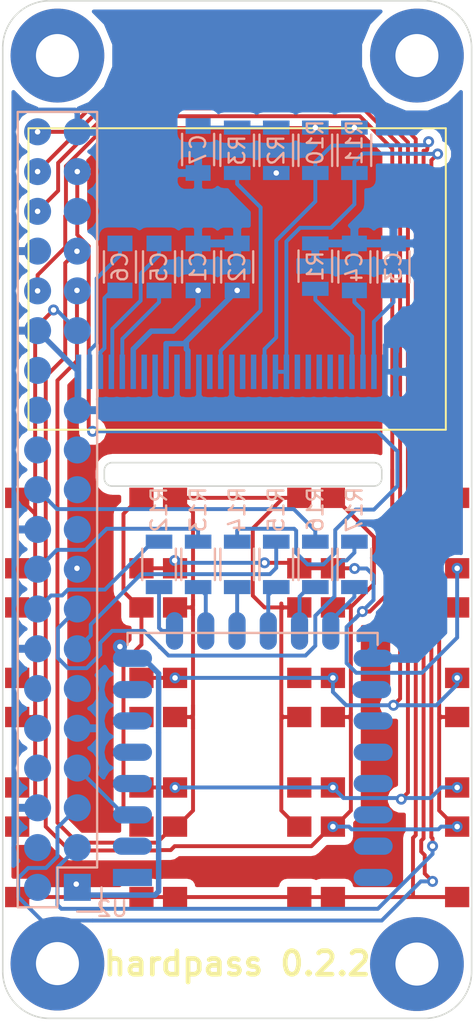
<source format=kicad_pcb>
(kicad_pcb (version 4) (host pcbnew 4.0.5-e0-6337~49~ubuntu16.04.1)

  (general
    (links 107)
    (no_connects 6)
    (area -0.050001 -0.050001 30.050001 65.050001)
    (thickness 1.6)
    (drawings 18)
    (tracks 556)
    (zones 0)
    (modules 37)
    (nets 69)
  )

  (page A4)
  (layers
    (0 F.Cu signal)
    (31 B.Cu signal)
    (32 B.Adhes user)
    (33 F.Adhes user)
    (34 B.Paste user)
    (35 F.Paste user)
    (36 B.SilkS user)
    (37 F.SilkS user)
    (38 B.Mask user)
    (39 F.Mask user)
    (40 Dwgs.User user)
    (41 Cmts.User user)
    (42 Eco1.User user)
    (43 Eco2.User user)
    (44 Edge.Cuts user)
    (45 Margin user)
    (46 B.CrtYd user)
    (47 F.CrtYd user)
    (48 B.Fab user)
    (49 F.Fab user)
  )

  (setup
    (last_trace_width 0.25)
    (trace_clearance 0.25)
    (zone_clearance 0.508)
    (zone_45_only no)
    (trace_min 0.2)
    (segment_width 0.2)
    (edge_width 0.1)
    (via_size 0.7)
    (via_drill 0.35)
    (via_min_size 0.7)
    (via_min_drill 0.3)
    (uvia_size 0.3)
    (uvia_drill 0.1)
    (uvias_allowed no)
    (uvia_min_size 0)
    (uvia_min_drill 0)
    (pcb_text_width 0.3)
    (pcb_text_size 1.5 1.5)
    (mod_edge_width 0.15)
    (mod_text_size 1 1)
    (mod_text_width 0.15)
    (pad_size 1.9 3)
    (pad_drill 0)
    (pad_to_mask_clearance 0)
    (aux_axis_origin 0 0)
    (visible_elements FFFFFF7F)
    (pcbplotparams
      (layerselection 0x00030_80000001)
      (usegerberextensions false)
      (excludeedgelayer true)
      (linewidth 0.100000)
      (plotframeref false)
      (viasonmask false)
      (mode 1)
      (useauxorigin false)
      (hpglpennumber 1)
      (hpglpenspeed 20)
      (hpglpendiameter 15)
      (hpglpenoverlay 2)
      (psnegative false)
      (psa4output false)
      (plotreference true)
      (plotvalue true)
      (plotinvisibletext false)
      (padsonsilk false)
      (subtractmaskfromsilk false)
      (outputformat 1)
      (mirror false)
      (drillshape 1)
      (scaleselection 1)
      (outputdirectory ""))
  )

  (net 0 "")
  (net 1 GND)
  (net 2 +3V3)
  (net 3 "Net-(C3-Pad1)")
  (net 4 "Net-(C4-Pad1)")
  (net 5 "Net-(C5-Pad1)")
  (net 6 "Net-(C5-Pad2)")
  (net 7 "Net-(C6-Pad1)")
  (net 8 "Net-(C6-Pad2)")
  (net 9 "Net-(C7-Pad1)")
  (net 10 "Net-(P1-Pad2)")
  (net 11 OLED_SDA)
  (net 12 "Net-(P1-Pad4)")
  (net 13 OLED_SCL)
  (net 14 ESP_CHPD)
  (net 15 UART_TX)
  (net 16 UART_RX)
  (net 17 SHUTDOWN)
  (net 18 "Net-(P1-Pad12)")
  (net 19 SD_D3)
  (net 20 ESP_CLK)
  (net 21 SD_CMD)
  (net 22 SD_D0)
  (net 23 "Net-(P1-Pad19)")
  (net 24 "Net-(P1-Pad21)")
  (net 25 SD_D1)
  (net 26 "Net-(P1-Pad23)")
  (net 27 "Net-(P1-Pad24)")
  (net 28 "Net-(P1-Pad26)")
  (net 29 "Net-(P1-Pad28)")
  (net 30 COL_1)
  (net 31 COL_2)
  (net 32 ROW_1)
  (net 33 COL_3)
  (net 34 "Net-(P1-Pad35)")
  (net 35 ROW_2)
  (net 36 SD_D2)
  (net 37 ROW_3)
  (net 38 ROW_4)
  (net 39 "Net-(P2-Pad26)")
  (net 40 "Net-(P2-Pad14)")
  (net 41 "Net-(R12-Pad1)")
  (net 42 "Net-(R13-Pad1)")
  (net 43 "Net-(R14-Pad1)")
  (net 44 "Net-(R15-Pad1)")
  (net 45 "Net-(R16-Pad1)")
  (net 46 "Net-(R17-Pad1)")
  (net 47 "Net-(U2-Pad1)")
  (net 48 "Net-(U2-Pad2)")
  (net 49 "Net-(U2-Pad4)")
  (net 50 "Net-(U2-Pad5)")
  (net 51 "Net-(U2-Pad6)")
  (net 52 "Net-(U2-Pad7)")
  (net 53 "Net-(U2-Pad16)")
  (net 54 "Net-(U2-Pad17)")
  (net 55 "Net-(U2-Pad18)")
  (net 56 "Net-(U2-Pad19)")
  (net 57 "Net-(U2-Pad20)")
  (net 58 "Net-(U2-Pad21)")
  (net 59 "Net-(U2-Pad22)")
  (net 60 "Net-(P2-Pad7)")
  (net 61 "Net-(P2-Pad13)")
  (net 62 "Net-(P2-Pad16)")
  (net 63 "Net-(P2-Pad17)")
  (net 64 "Net-(P2-Pad21)")
  (net 65 "Net-(P2-Pad22)")
  (net 66 "Net-(P2-Pad23)")
  (net 67 "Net-(P2-Pad24)")
  (net 68 "Net-(P2-Pad25)")

  (net_class Default "This is the default net class."
    (clearance 0.25)
    (trace_width 0.25)
    (via_dia 0.7)
    (via_drill 0.35)
    (uvia_dia 0.3)
    (uvia_drill 0.1)
    (add_net COL_1)
    (add_net COL_2)
    (add_net COL_3)
    (add_net ESP_CHPD)
    (add_net ESP_CLK)
    (add_net "Net-(C3-Pad1)")
    (add_net "Net-(C4-Pad1)")
    (add_net "Net-(C5-Pad1)")
    (add_net "Net-(C5-Pad2)")
    (add_net "Net-(C6-Pad1)")
    (add_net "Net-(C6-Pad2)")
    (add_net "Net-(C7-Pad1)")
    (add_net "Net-(P1-Pad12)")
    (add_net "Net-(P1-Pad19)")
    (add_net "Net-(P1-Pad2)")
    (add_net "Net-(P1-Pad21)")
    (add_net "Net-(P1-Pad23)")
    (add_net "Net-(P1-Pad24)")
    (add_net "Net-(P1-Pad26)")
    (add_net "Net-(P1-Pad28)")
    (add_net "Net-(P1-Pad35)")
    (add_net "Net-(P1-Pad4)")
    (add_net "Net-(P2-Pad13)")
    (add_net "Net-(P2-Pad14)")
    (add_net "Net-(P2-Pad16)")
    (add_net "Net-(P2-Pad17)")
    (add_net "Net-(P2-Pad21)")
    (add_net "Net-(P2-Pad22)")
    (add_net "Net-(P2-Pad23)")
    (add_net "Net-(P2-Pad24)")
    (add_net "Net-(P2-Pad25)")
    (add_net "Net-(P2-Pad26)")
    (add_net "Net-(P2-Pad7)")
    (add_net "Net-(R12-Pad1)")
    (add_net "Net-(R13-Pad1)")
    (add_net "Net-(R14-Pad1)")
    (add_net "Net-(R15-Pad1)")
    (add_net "Net-(R16-Pad1)")
    (add_net "Net-(R17-Pad1)")
    (add_net "Net-(U2-Pad1)")
    (add_net "Net-(U2-Pad16)")
    (add_net "Net-(U2-Pad17)")
    (add_net "Net-(U2-Pad18)")
    (add_net "Net-(U2-Pad19)")
    (add_net "Net-(U2-Pad2)")
    (add_net "Net-(U2-Pad20)")
    (add_net "Net-(U2-Pad21)")
    (add_net "Net-(U2-Pad22)")
    (add_net "Net-(U2-Pad4)")
    (add_net "Net-(U2-Pad5)")
    (add_net "Net-(U2-Pad6)")
    (add_net "Net-(U2-Pad7)")
    (add_net OLED_SCL)
    (add_net OLED_SDA)
    (add_net ROW_1)
    (add_net ROW_2)
    (add_net ROW_3)
    (add_net ROW_4)
    (add_net SD_CMD)
    (add_net SD_D0)
    (add_net SD_D1)
    (add_net SD_D2)
    (add_net SD_D3)
    (add_net SHUTDOWN)
    (add_net UART_RX)
    (add_net UART_TX)
  )

  (net_class Power ""
    (clearance 0.25)
    (trace_width 0.35)
    (via_dia 0.9)
    (via_drill 0.35)
    (uvia_dia 0.3)
    (uvia_drill 0.1)
    (add_net +3V3)
    (add_net GND)
  )

  (module hardpass:1pin_nosilk (layer F.Cu) (tedit 58702E64) (tstamp 5870F56A)
    (at 26.5 61.53)
    (descr "module 1 pin (ou trou mecanique de percage)")
    (tags DEV)
    (fp_text reference REF** (at 0 -3.048) (layer F.SilkS) hide
      (effects (font (size 1 1) (thickness 0.15)))
    )
    (fp_text value 1pin (at 0 3) (layer F.Fab)
      (effects (font (size 1 1) (thickness 0.15)))
    )
    (fp_circle (center 0 0) (end 2 0.8) (layer F.Fab) (width 0.1))
    (fp_circle (center 0 0) (end 2.6 0) (layer F.CrtYd) (width 0.05))
    (pad "" np_thru_hole circle (at 0 0) (size 6 6) (drill 2.75) (layers *.Cu *.Mask))
  )

  (module hardpass:1pin_nosilk (layer F.Cu) (tedit 58702E64) (tstamp 5870F553)
    (at 3.5 61.5)
    (descr "module 1 pin (ou trou mecanique de percage)")
    (tags DEV)
    (fp_text reference REF** (at 0 -3.048) (layer F.SilkS) hide
      (effects (font (size 1 1) (thickness 0.15)))
    )
    (fp_text value 1pin (at 0 3) (layer F.Fab)
      (effects (font (size 1 1) (thickness 0.15)))
    )
    (fp_circle (center 0 0) (end 2 0.8) (layer F.Fab) (width 0.1))
    (fp_circle (center 0 0) (end 2.6 0) (layer F.CrtYd) (width 0.05))
    (pad "" np_thru_hole circle (at 0 0) (size 6 6) (drill 2.75) (layers *.Cu *.Mask))
  )

  (module hardpass:1pin_nosilk (layer F.Cu) (tedit 58702E64) (tstamp 5870F537)
    (at 26.5 3.5)
    (descr "module 1 pin (ou trou mecanique de percage)")
    (tags DEV)
    (fp_text reference REF** (at 0 -3.048) (layer F.SilkS) hide
      (effects (font (size 1 1) (thickness 0.15)))
    )
    (fp_text value 1pin (at 0 3) (layer F.Fab)
      (effects (font (size 1 1) (thickness 0.15)))
    )
    (fp_circle (center 0 0) (end 2 0.8) (layer F.Fab) (width 0.1))
    (fp_circle (center 0 0) (end 2.6 0) (layer F.CrtYd) (width 0.05))
    (pad "" np_thru_hole circle (at 0 0) (size 6 6) (drill 2.75) (layers *.Cu *.Mask))
  )

  (module adafruit-oled:UG-2864HSWEG01_0.96IN_WRAPAROUND (layer F.Cu) (tedit 58703A4A) (tstamp 58721E96)
    (at 15 22.5)
    (path /58700E5C)
    (fp_text reference P2 (at -13.09 -15.69) (layer F.SilkS) hide
      (effects (font (size 0.77216 0.77216) (thickness 0.065024)) (justify left bottom))
    )
    (fp_text value OLED_I2C (at -13.09 9.1) (layer F.SilkS) hide
      (effects (font (size 0.77216 0.77216) (thickness 0.065024)) (justify left bottom))
    )
    (fp_line (start -13.353 -14.36) (end 13.35 -14.36) (layer F.SilkS) (width 0.127))
    (fp_line (start 13.35 -14.36) (end 13.35 4.9) (layer F.SilkS) (width 0.127))
    (fp_line (start 13.35 4.9) (end -13.35 4.9) (layer F.SilkS) (width 0.127))
    (fp_line (start -13.35 4.9) (end -13.353 -14.36) (layer F.SilkS) (width 0.127))
    (fp_line (start -10.872 -12.26) (end 10.872 -12.26) (layer Dwgs.User) (width 0.127))
    (fp_line (start 10.872 -12.26) (end 10.872 -1.396) (layer Dwgs.User) (width 0.127))
    (fp_line (start 10.872 -1.396) (end -10.872 -1.396) (layer Dwgs.User) (width 0.127))
    (fp_line (start -10.872 -1.396) (end -10.872 -12.26) (layer Dwgs.User) (width 0.127))
    (fp_text user 1 (at -9.95 -0.512 90) (layer Dwgs.User)
      (effects (font (size 0.77216 0.77216) (thickness 0.065024)))
    )
    (fp_text user 10 (at -3.65 -0.412 90) (layer Dwgs.User)
      (effects (font (size 0.77216 0.77216) (thickness 0.065024)))
    )
    (fp_text user 20 (at 3.3 -0.412 90) (layer Dwgs.User)
      (effects (font (size 0.77216 0.77216) (thickness 0.065024)))
    )
    (fp_text user 30 (at 10.45 -0.412 90) (layer Dwgs.User)
      (effects (font (size 0.77216 0.77216) (thickness 0.065024)))
    )
    (fp_text user "PCB EDGE (1.6mm)" (at -5.2 7) (layer Dwgs.User)
      (effects (font (size 0.77216 0.77216) (thickness 0.065024)))
    )
    (fp_line (start 13.35 7.5) (end -13.35 7.5) (layer Dwgs.User) (width 0.127))
    (pad 1 smd rect (at -10.15 1.2 90) (size 2.2 0.35) (layers B.Cu B.Paste B.Mask)
      (net 1 GND))
    (pad 2 smd rect (at -9.45 1.2 90) (size 2.2 0.35) (layers B.Cu B.Paste B.Mask)
      (net 7 "Net-(C6-Pad1)"))
    (pad 3 smd rect (at -8.75 1.2 90) (size 2.2 0.35) (layers B.Cu B.Paste B.Mask)
      (net 8 "Net-(C6-Pad2)"))
    (pad 4 smd rect (at -8.05 1.2 90) (size 2.2 0.35) (layers B.Cu B.Paste B.Mask)
      (net 5 "Net-(C5-Pad1)"))
    (pad 5 smd rect (at -7.35 1.2 90) (size 2.2 0.35) (layers B.Cu B.Paste B.Mask)
      (net 6 "Net-(C5-Pad2)"))
    (pad 6 smd rect (at -6.65 1.2 90) (size 2.2 0.35) (layers B.Cu B.Paste B.Mask)
      (net 2 +3V3))
    (pad 7 smd rect (at -5.95 1.2 90) (size 2.2 0.35) (layers B.Cu B.Paste B.Mask)
      (net 60 "Net-(P2-Pad7)"))
    (pad 8 smd rect (at -5.25 1.2 90) (size 2.2 0.35) (layers B.Cu B.Paste B.Mask)
      (net 1 GND))
    (pad 9 smd rect (at -4.55 1.2 90) (size 2.2 0.35) (layers B.Cu B.Paste B.Mask)
      (net 2 +3V3))
    (pad 10 smd rect (at -3.85 1.2 90) (size 2.2 0.35) (layers B.Cu B.Paste B.Mask)
      (net 1 GND))
    (pad 11 smd rect (at -3.15 1.2 90) (size 2.2 0.35) (layers B.Cu B.Paste B.Mask)
      (net 2 +3V3))
    (pad 12 smd rect (at -2.45 1.2 90) (size 2.2 0.35) (layers B.Cu B.Paste B.Mask)
      (net 1 GND))
    (pad 13 smd rect (at -1.75 1.2 90) (size 2.2 0.35) (layers B.Cu B.Paste B.Mask)
      (net 61 "Net-(P2-Pad13)"))
    (pad 14 smd rect (at -1.05 1.2 90) (size 2.2 0.35) (layers B.Cu B.Paste B.Mask)
      (net 40 "Net-(P2-Pad14)"))
    (pad 15 smd rect (at -0.35 1.2 90) (size 2.2 0.35) (layers B.Cu B.Paste B.Mask)
      (net 1 GND))
    (pad 16 smd rect (at 0.35 1.2 90) (size 2.2 0.35) (layers B.Cu B.Paste B.Mask)
      (net 62 "Net-(P2-Pad16)"))
    (pad 17 smd rect (at 1.05 1.2 90) (size 2.2 0.35) (layers B.Cu B.Paste B.Mask)
      (net 63 "Net-(P2-Pad17)"))
    (pad 18 smd rect (at 1.75 1.2 90) (size 2.2 0.35) (layers B.Cu B.Paste B.Mask)
      (net 13 OLED_SCL))
    (pad 19 smd rect (at 2.45 1.2 90) (size 2.2 0.35) (layers B.Cu B.Paste B.Mask)
      (net 11 OLED_SDA))
    (pad 20 smd rect (at 3.15 1.2 90) (size 2.2 0.35) (layers B.Cu B.Paste B.Mask)
      (net 11 OLED_SDA))
    (pad 21 smd rect (at 3.85 1.2 90) (size 2.2 0.35) (layers B.Cu B.Paste B.Mask)
      (net 64 "Net-(P2-Pad21)"))
    (pad 22 smd rect (at 4.55 1.2 90) (size 2.2 0.35) (layers B.Cu B.Paste B.Mask)
      (net 65 "Net-(P2-Pad22)"))
    (pad 23 smd rect (at 5.25 1.2 90) (size 2.2 0.35) (layers B.Cu B.Paste B.Mask)
      (net 66 "Net-(P2-Pad23)"))
    (pad 24 smd rect (at 5.95 1.2 90) (size 2.2 0.35) (layers B.Cu B.Paste B.Mask)
      (net 67 "Net-(P2-Pad24)"))
    (pad 25 smd rect (at 6.65 1.2 90) (size 2.2 0.35) (layers B.Cu B.Paste B.Mask)
      (net 68 "Net-(P2-Pad25)"))
    (pad 26 smd rect (at 7.35 1.2 90) (size 2.2 0.35) (layers B.Cu B.Paste B.Mask)
      (net 39 "Net-(P2-Pad26)"))
    (pad 27 smd rect (at 8.05 1.2 90) (size 2.2 0.35) (layers B.Cu B.Paste B.Mask)
      (net 4 "Net-(C4-Pad1)"))
    (pad 28 smd rect (at 8.75 1.2 90) (size 2.2 0.35) (layers B.Cu B.Paste B.Mask)
      (net 3 "Net-(C3-Pad1)"))
    (pad 29 smd rect (at 9.45 1.2 90) (size 2.2 0.35) (layers B.Cu B.Paste B.Mask)
      (net 1 GND))
    (pad 30 smd rect (at 10.15 1.2 90) (size 2.2 0.35) (layers B.Cu B.Paste B.Mask)
      (net 1 GND))
  )

  (module hardpass:1pin_nosilk (layer F.Cu) (tedit 58702E64) (tstamp 58701E11)
    (at 3.5 3.5)
    (descr "module 1 pin (ou trou mecanique de percage)")
    (tags DEV)
    (fp_text reference REF** (at 0 -3.048) (layer F.SilkS) hide
      (effects (font (size 1 1) (thickness 0.15)))
    )
    (fp_text value 1pin (at 0 3) (layer F.Fab)
      (effects (font (size 1 1) (thickness 0.15)))
    )
    (fp_circle (center 0 0) (end 2 0.8) (layer F.Fab) (width 0.1))
    (fp_circle (center 0 0) (end 2.6 0) (layer F.CrtYd) (width 0.05))
    (pad "" np_thru_hole circle (at 0 0) (size 6 6) (drill 2.75) (layers *.Cu *.Mask))
  )

  (module Capacitors_SMD:C_1206 (layer B.Cu) (tedit 5415D7BD) (tstamp 58702475)
    (at 12.5 17 270)
    (descr "Capacitor SMD 1206, reflow soldering, AVX (see smccp.pdf)")
    (tags "capacitor 1206")
    (path /58702958)
    (attr smd)
    (fp_text reference C1 (at 0 0 270) (layer B.SilkS)
      (effects (font (size 1 1) (thickness 0.15)) (justify mirror))
    )
    (fp_text value 1µF (at 0 -2.3 270) (layer B.Fab)
      (effects (font (size 1 1) (thickness 0.15)) (justify mirror))
    )
    (fp_line (start -1.6 -0.8) (end -1.6 0.8) (layer B.Fab) (width 0.15))
    (fp_line (start 1.6 -0.8) (end -1.6 -0.8) (layer B.Fab) (width 0.15))
    (fp_line (start 1.6 0.8) (end 1.6 -0.8) (layer B.Fab) (width 0.15))
    (fp_line (start -1.6 0.8) (end 1.6 0.8) (layer B.Fab) (width 0.15))
    (fp_line (start -2.3 1.15) (end 2.3 1.15) (layer B.CrtYd) (width 0.05))
    (fp_line (start -2.3 -1.15) (end 2.3 -1.15) (layer B.CrtYd) (width 0.05))
    (fp_line (start -2.3 1.15) (end -2.3 -1.15) (layer B.CrtYd) (width 0.05))
    (fp_line (start 2.3 1.15) (end 2.3 -1.15) (layer B.CrtYd) (width 0.05))
    (fp_line (start 1 1.025) (end -1 1.025) (layer B.SilkS) (width 0.15))
    (fp_line (start -1 -1.025) (end 1 -1.025) (layer B.SilkS) (width 0.15))
    (pad 1 smd rect (at -1.5 0 270) (size 1 1.6) (layers B.Cu B.Paste B.Mask)
      (net 1 GND))
    (pad 2 smd rect (at 1.5 0 270) (size 1 1.6) (layers B.Cu B.Paste B.Mask)
      (net 2 +3V3))
    (model Capacitors_SMD.3dshapes/C_1206.wrl
      (at (xyz 0 0 0))
      (scale (xyz 1 1 1))
      (rotate (xyz 0 0 0))
    )
  )

  (module Capacitors_SMD:C_1206 (layer B.Cu) (tedit 5415D7BD) (tstamp 58702485)
    (at 15 17 270)
    (descr "Capacitor SMD 1206, reflow soldering, AVX (see smccp.pdf)")
    (tags "capacitor 1206")
    (path /576ABF65)
    (attr smd)
    (fp_text reference C2 (at 0 0 270) (layer B.SilkS)
      (effects (font (size 1 1) (thickness 0.15)) (justify mirror))
    )
    (fp_text value 1µF (at 0 -2.3 270) (layer B.Fab)
      (effects (font (size 1 1) (thickness 0.15)) (justify mirror))
    )
    (fp_line (start -1.6 -0.8) (end -1.6 0.8) (layer B.Fab) (width 0.15))
    (fp_line (start 1.6 -0.8) (end -1.6 -0.8) (layer B.Fab) (width 0.15))
    (fp_line (start 1.6 0.8) (end 1.6 -0.8) (layer B.Fab) (width 0.15))
    (fp_line (start -1.6 0.8) (end 1.6 0.8) (layer B.Fab) (width 0.15))
    (fp_line (start -2.3 1.15) (end 2.3 1.15) (layer B.CrtYd) (width 0.05))
    (fp_line (start -2.3 -1.15) (end 2.3 -1.15) (layer B.CrtYd) (width 0.05))
    (fp_line (start -2.3 1.15) (end -2.3 -1.15) (layer B.CrtYd) (width 0.05))
    (fp_line (start 2.3 1.15) (end 2.3 -1.15) (layer B.CrtYd) (width 0.05))
    (fp_line (start 1 1.025) (end -1 1.025) (layer B.SilkS) (width 0.15))
    (fp_line (start -1 -1.025) (end 1 -1.025) (layer B.SilkS) (width 0.15))
    (pad 1 smd rect (at -1.5 0 270) (size 1 1.6) (layers B.Cu B.Paste B.Mask)
      (net 1 GND))
    (pad 2 smd rect (at 1.5 0 270) (size 1 1.6) (layers B.Cu B.Paste B.Mask)
      (net 2 +3V3))
    (model Capacitors_SMD.3dshapes/C_1206.wrl
      (at (xyz 0 0 0))
      (scale (xyz 1 1 1))
      (rotate (xyz 0 0 0))
    )
  )

  (module Capacitors_SMD:C_1206 (layer B.Cu) (tedit 5415D7BD) (tstamp 58702495)
    (at 25 17 90)
    (descr "Capacitor SMD 1206, reflow soldering, AVX (see smccp.pdf)")
    (tags "capacitor 1206")
    (path /576AC79A)
    (attr smd)
    (fp_text reference C3 (at 0 0 90) (layer B.SilkS)
      (effects (font (size 1 1) (thickness 0.15)) (justify mirror))
    )
    (fp_text value 2.2µF (at 0 -2.3 90) (layer B.Fab)
      (effects (font (size 1 1) (thickness 0.15)) (justify mirror))
    )
    (fp_line (start -1.6 -0.8) (end -1.6 0.8) (layer B.Fab) (width 0.15))
    (fp_line (start 1.6 -0.8) (end -1.6 -0.8) (layer B.Fab) (width 0.15))
    (fp_line (start 1.6 0.8) (end 1.6 -0.8) (layer B.Fab) (width 0.15))
    (fp_line (start -1.6 0.8) (end 1.6 0.8) (layer B.Fab) (width 0.15))
    (fp_line (start -2.3 1.15) (end 2.3 1.15) (layer B.CrtYd) (width 0.05))
    (fp_line (start -2.3 -1.15) (end 2.3 -1.15) (layer B.CrtYd) (width 0.05))
    (fp_line (start -2.3 1.15) (end -2.3 -1.15) (layer B.CrtYd) (width 0.05))
    (fp_line (start 2.3 1.15) (end 2.3 -1.15) (layer B.CrtYd) (width 0.05))
    (fp_line (start 1 1.025) (end -1 1.025) (layer B.SilkS) (width 0.15))
    (fp_line (start -1 -1.025) (end 1 -1.025) (layer B.SilkS) (width 0.15))
    (pad 1 smd rect (at -1.5 0 90) (size 1 1.6) (layers B.Cu B.Paste B.Mask)
      (net 3 "Net-(C3-Pad1)"))
    (pad 2 smd rect (at 1.5 0 90) (size 1 1.6) (layers B.Cu B.Paste B.Mask)
      (net 1 GND))
    (model Capacitors_SMD.3dshapes/C_1206.wrl
      (at (xyz 0 0 0))
      (scale (xyz 1 1 1))
      (rotate (xyz 0 0 0))
    )
  )

  (module Capacitors_SMD:C_1206 (layer B.Cu) (tedit 5415D7BD) (tstamp 587024A5)
    (at 22.5 17 90)
    (descr "Capacitor SMD 1206, reflow soldering, AVX (see smccp.pdf)")
    (tags "capacitor 1206")
    (path /576ACF95)
    (attr smd)
    (fp_text reference C4 (at 0 0 90) (layer B.SilkS)
      (effects (font (size 1 1) (thickness 0.15)) (justify mirror))
    )
    (fp_text value 4.7µF (at 0 -2.3 90) (layer B.Fab)
      (effects (font (size 1 1) (thickness 0.15)) (justify mirror))
    )
    (fp_line (start -1.6 -0.8) (end -1.6 0.8) (layer B.Fab) (width 0.15))
    (fp_line (start 1.6 -0.8) (end -1.6 -0.8) (layer B.Fab) (width 0.15))
    (fp_line (start 1.6 0.8) (end 1.6 -0.8) (layer B.Fab) (width 0.15))
    (fp_line (start -1.6 0.8) (end 1.6 0.8) (layer B.Fab) (width 0.15))
    (fp_line (start -2.3 1.15) (end 2.3 1.15) (layer B.CrtYd) (width 0.05))
    (fp_line (start -2.3 -1.15) (end 2.3 -1.15) (layer B.CrtYd) (width 0.05))
    (fp_line (start -2.3 1.15) (end -2.3 -1.15) (layer B.CrtYd) (width 0.05))
    (fp_line (start 2.3 1.15) (end 2.3 -1.15) (layer B.CrtYd) (width 0.05))
    (fp_line (start 1 1.025) (end -1 1.025) (layer B.SilkS) (width 0.15))
    (fp_line (start -1 -1.025) (end 1 -1.025) (layer B.SilkS) (width 0.15))
    (pad 1 smd rect (at -1.5 0 90) (size 1 1.6) (layers B.Cu B.Paste B.Mask)
      (net 4 "Net-(C4-Pad1)"))
    (pad 2 smd rect (at 1.5 0 90) (size 1 1.6) (layers B.Cu B.Paste B.Mask)
      (net 1 GND))
    (model Capacitors_SMD.3dshapes/C_1206.wrl
      (at (xyz 0 0 0))
      (scale (xyz 1 1 1))
      (rotate (xyz 0 0 0))
    )
  )

  (module Capacitors_SMD:C_1206 (layer B.Cu) (tedit 5415D7BD) (tstamp 587024B5)
    (at 10 17 270)
    (descr "Capacitor SMD 1206, reflow soldering, AVX (see smccp.pdf)")
    (tags "capacitor 1206")
    (path /576AB9B6)
    (attr smd)
    (fp_text reference C5 (at 0 0 270) (layer B.SilkS)
      (effects (font (size 1 1) (thickness 0.15)) (justify mirror))
    )
    (fp_text value 1µF (at 0 -2.3 270) (layer B.Fab)
      (effects (font (size 1 1) (thickness 0.15)) (justify mirror))
    )
    (fp_line (start -1.6 -0.8) (end -1.6 0.8) (layer B.Fab) (width 0.15))
    (fp_line (start 1.6 -0.8) (end -1.6 -0.8) (layer B.Fab) (width 0.15))
    (fp_line (start 1.6 0.8) (end 1.6 -0.8) (layer B.Fab) (width 0.15))
    (fp_line (start -1.6 0.8) (end 1.6 0.8) (layer B.Fab) (width 0.15))
    (fp_line (start -2.3 1.15) (end 2.3 1.15) (layer B.CrtYd) (width 0.05))
    (fp_line (start -2.3 -1.15) (end 2.3 -1.15) (layer B.CrtYd) (width 0.05))
    (fp_line (start -2.3 1.15) (end -2.3 -1.15) (layer B.CrtYd) (width 0.05))
    (fp_line (start 2.3 1.15) (end 2.3 -1.15) (layer B.CrtYd) (width 0.05))
    (fp_line (start 1 1.025) (end -1 1.025) (layer B.SilkS) (width 0.15))
    (fp_line (start -1 -1.025) (end 1 -1.025) (layer B.SilkS) (width 0.15))
    (pad 1 smd rect (at -1.5 0 270) (size 1 1.6) (layers B.Cu B.Paste B.Mask)
      (net 5 "Net-(C5-Pad1)"))
    (pad 2 smd rect (at 1.5 0 270) (size 1 1.6) (layers B.Cu B.Paste B.Mask)
      (net 6 "Net-(C5-Pad2)"))
    (model Capacitors_SMD.3dshapes/C_1206.wrl
      (at (xyz 0 0 0))
      (scale (xyz 1 1 1))
      (rotate (xyz 0 0 0))
    )
  )

  (module Capacitors_SMD:C_1206 (layer B.Cu) (tedit 5415D7BD) (tstamp 587024C5)
    (at 7.5 17 270)
    (descr "Capacitor SMD 1206, reflow soldering, AVX (see smccp.pdf)")
    (tags "capacitor 1206")
    (path /576AB858)
    (attr smd)
    (fp_text reference C6 (at 0 0 270) (layer B.SilkS)
      (effects (font (size 1 1) (thickness 0.15)) (justify mirror))
    )
    (fp_text value 1µF (at 0 -2.3 270) (layer B.Fab)
      (effects (font (size 1 1) (thickness 0.15)) (justify mirror))
    )
    (fp_line (start -1.6 -0.8) (end -1.6 0.8) (layer B.Fab) (width 0.15))
    (fp_line (start 1.6 -0.8) (end -1.6 -0.8) (layer B.Fab) (width 0.15))
    (fp_line (start 1.6 0.8) (end 1.6 -0.8) (layer B.Fab) (width 0.15))
    (fp_line (start -1.6 0.8) (end 1.6 0.8) (layer B.Fab) (width 0.15))
    (fp_line (start -2.3 1.15) (end 2.3 1.15) (layer B.CrtYd) (width 0.05))
    (fp_line (start -2.3 -1.15) (end 2.3 -1.15) (layer B.CrtYd) (width 0.05))
    (fp_line (start -2.3 1.15) (end -2.3 -1.15) (layer B.CrtYd) (width 0.05))
    (fp_line (start 2.3 1.15) (end 2.3 -1.15) (layer B.CrtYd) (width 0.05))
    (fp_line (start 1 1.025) (end -1 1.025) (layer B.SilkS) (width 0.15))
    (fp_line (start -1 -1.025) (end 1 -1.025) (layer B.SilkS) (width 0.15))
    (pad 1 smd rect (at -1.5 0 270) (size 1 1.6) (layers B.Cu B.Paste B.Mask)
      (net 7 "Net-(C6-Pad1)"))
    (pad 2 smd rect (at 1.5 0 270) (size 1 1.6) (layers B.Cu B.Paste B.Mask)
      (net 8 "Net-(C6-Pad2)"))
    (model Capacitors_SMD.3dshapes/C_1206.wrl
      (at (xyz 0 0 0))
      (scale (xyz 1 1 1))
      (rotate (xyz 0 0 0))
    )
  )

  (module Capacitors_SMD:C_1206 (layer B.Cu) (tedit 5415D7BD) (tstamp 587024D5)
    (at 12.5 9.5 270)
    (descr "Capacitor SMD 1206, reflow soldering, AVX (see smccp.pdf)")
    (tags "capacitor 1206")
    (path /58337245)
    (attr smd)
    (fp_text reference C7 (at 0 0 270) (layer B.SilkS)
      (effects (font (size 1 1) (thickness 0.15)) (justify mirror))
    )
    (fp_text value 0.1µF (at 0 -2.3 270) (layer B.Fab)
      (effects (font (size 1 1) (thickness 0.15)) (justify mirror))
    )
    (fp_line (start -1.6 -0.8) (end -1.6 0.8) (layer B.Fab) (width 0.15))
    (fp_line (start 1.6 -0.8) (end -1.6 -0.8) (layer B.Fab) (width 0.15))
    (fp_line (start 1.6 0.8) (end 1.6 -0.8) (layer B.Fab) (width 0.15))
    (fp_line (start -1.6 0.8) (end 1.6 0.8) (layer B.Fab) (width 0.15))
    (fp_line (start -2.3 1.15) (end 2.3 1.15) (layer B.CrtYd) (width 0.05))
    (fp_line (start -2.3 -1.15) (end 2.3 -1.15) (layer B.CrtYd) (width 0.05))
    (fp_line (start -2.3 1.15) (end -2.3 -1.15) (layer B.CrtYd) (width 0.05))
    (fp_line (start 2.3 1.15) (end 2.3 -1.15) (layer B.CrtYd) (width 0.05))
    (fp_line (start 1 1.025) (end -1 1.025) (layer B.SilkS) (width 0.15))
    (fp_line (start -1 -1.025) (end 1 -1.025) (layer B.SilkS) (width 0.15))
    (pad 1 smd rect (at -1.5 0 270) (size 1 1.6) (layers B.Cu B.Paste B.Mask)
      (net 9 "Net-(C7-Pad1)"))
    (pad 2 smd rect (at 1.5 0 270) (size 1 1.6) (layers B.Cu B.Paste B.Mask)
      (net 1 GND))
    (model Capacitors_SMD.3dshapes/C_1206.wrl
      (at (xyz 0 0 0))
      (scale (xyz 1 1 1))
      (rotate (xyz 0 0 0))
    )
  )

  (module Resistors_SMD:R_1206 (layer B.Cu) (tedit 58307BE8) (tstamp 5870251D)
    (at 20 16.95 90)
    (descr "Resistor SMD 1206, reflow soldering, Vishay (see dcrcw.pdf)")
    (tags "resistor 1206")
    (path /576AE193)
    (attr smd)
    (fp_text reference R1 (at 0 0 90) (layer B.SilkS)
      (effects (font (size 1 1) (thickness 0.15)) (justify mirror))
    )
    (fp_text value 390k (at 0 -2.3 90) (layer B.Fab)
      (effects (font (size 1 1) (thickness 0.15)) (justify mirror))
    )
    (fp_line (start -1.6 -0.8) (end -1.6 0.8) (layer B.Fab) (width 0.1))
    (fp_line (start 1.6 -0.8) (end -1.6 -0.8) (layer B.Fab) (width 0.1))
    (fp_line (start 1.6 0.8) (end 1.6 -0.8) (layer B.Fab) (width 0.1))
    (fp_line (start -1.6 0.8) (end 1.6 0.8) (layer B.Fab) (width 0.1))
    (fp_line (start -2.2 1.2) (end 2.2 1.2) (layer B.CrtYd) (width 0.05))
    (fp_line (start -2.2 -1.2) (end 2.2 -1.2) (layer B.CrtYd) (width 0.05))
    (fp_line (start -2.2 1.2) (end -2.2 -1.2) (layer B.CrtYd) (width 0.05))
    (fp_line (start 2.2 1.2) (end 2.2 -1.2) (layer B.CrtYd) (width 0.05))
    (fp_line (start 1 -1.075) (end -1 -1.075) (layer B.SilkS) (width 0.15))
    (fp_line (start -1 1.075) (end 1 1.075) (layer B.SilkS) (width 0.15))
    (pad 1 smd rect (at -1.45 0 90) (size 0.9 1.7) (layers B.Cu B.Paste B.Mask)
      (net 39 "Net-(P2-Pad26)"))
    (pad 2 smd rect (at 1.45 0 90) (size 0.9 1.7) (layers B.Cu B.Paste B.Mask)
      (net 1 GND))
    (model Resistors_SMD.3dshapes/R_1206.wrl
      (at (xyz 0 0 0))
      (scale (xyz 1 1 1))
      (rotate (xyz 0 0 0))
    )
  )

  (module Resistors_SMD:R_1206 (layer B.Cu) (tedit 58307BE8) (tstamp 5870252D)
    (at 17.5 9.55 270)
    (descr "Resistor SMD 1206, reflow soldering, Vishay (see dcrcw.pdf)")
    (tags "resistor 1206")
    (path /583372D3)
    (attr smd)
    (fp_text reference R2 (at 0 0 270) (layer B.SilkS)
      (effects (font (size 1 1) (thickness 0.15)) (justify mirror))
    )
    (fp_text value 100k (at 0 -2.3 270) (layer B.Fab)
      (effects (font (size 1 1) (thickness 0.15)) (justify mirror))
    )
    (fp_line (start -1.6 -0.8) (end -1.6 0.8) (layer B.Fab) (width 0.1))
    (fp_line (start 1.6 -0.8) (end -1.6 -0.8) (layer B.Fab) (width 0.1))
    (fp_line (start 1.6 0.8) (end 1.6 -0.8) (layer B.Fab) (width 0.1))
    (fp_line (start -1.6 0.8) (end 1.6 0.8) (layer B.Fab) (width 0.1))
    (fp_line (start -2.2 1.2) (end 2.2 1.2) (layer B.CrtYd) (width 0.05))
    (fp_line (start -2.2 -1.2) (end 2.2 -1.2) (layer B.CrtYd) (width 0.05))
    (fp_line (start -2.2 1.2) (end -2.2 -1.2) (layer B.CrtYd) (width 0.05))
    (fp_line (start 2.2 1.2) (end 2.2 -1.2) (layer B.CrtYd) (width 0.05))
    (fp_line (start 1 -1.075) (end -1 -1.075) (layer B.SilkS) (width 0.15))
    (fp_line (start -1 1.075) (end 1 1.075) (layer B.SilkS) (width 0.15))
    (pad 1 smd rect (at -1.45 0 270) (size 0.9 1.7) (layers B.Cu B.Paste B.Mask)
      (net 9 "Net-(C7-Pad1)"))
    (pad 2 smd rect (at 1.45 0 270) (size 0.9 1.7) (layers B.Cu B.Paste B.Mask)
      (net 2 +3V3))
    (model Resistors_SMD.3dshapes/R_1206.wrl
      (at (xyz 0 0 0))
      (scale (xyz 1 1 1))
      (rotate (xyz 0 0 0))
    )
  )

  (module Resistors_SMD:R_1206 (layer B.Cu) (tedit 58307BE8) (tstamp 5870253D)
    (at 15 9.55 90)
    (descr "Resistor SMD 1206, reflow soldering, Vishay (see dcrcw.pdf)")
    (tags "resistor 1206")
    (path /58337469)
    (attr smd)
    (fp_text reference R3 (at 0 0 90) (layer B.SilkS)
      (effects (font (size 1 1) (thickness 0.15)) (justify mirror))
    )
    (fp_text value 100k (at 0 -2.3 90) (layer B.Fab)
      (effects (font (size 1 1) (thickness 0.15)) (justify mirror))
    )
    (fp_line (start -1.6 -0.8) (end -1.6 0.8) (layer B.Fab) (width 0.1))
    (fp_line (start 1.6 -0.8) (end -1.6 -0.8) (layer B.Fab) (width 0.1))
    (fp_line (start 1.6 0.8) (end 1.6 -0.8) (layer B.Fab) (width 0.1))
    (fp_line (start -1.6 0.8) (end 1.6 0.8) (layer B.Fab) (width 0.1))
    (fp_line (start -2.2 1.2) (end 2.2 1.2) (layer B.CrtYd) (width 0.05))
    (fp_line (start -2.2 -1.2) (end 2.2 -1.2) (layer B.CrtYd) (width 0.05))
    (fp_line (start -2.2 1.2) (end -2.2 -1.2) (layer B.CrtYd) (width 0.05))
    (fp_line (start 2.2 1.2) (end 2.2 -1.2) (layer B.CrtYd) (width 0.05))
    (fp_line (start 1 -1.075) (end -1 -1.075) (layer B.SilkS) (width 0.15))
    (fp_line (start -1 1.075) (end 1 1.075) (layer B.SilkS) (width 0.15))
    (pad 1 smd rect (at -1.45 0 90) (size 0.9 1.7) (layers B.Cu B.Paste B.Mask)
      (net 40 "Net-(P2-Pad14)"))
    (pad 2 smd rect (at 1.45 0 90) (size 0.9 1.7) (layers B.Cu B.Paste B.Mask)
      (net 9 "Net-(C7-Pad1)"))
    (model Resistors_SMD.3dshapes/R_1206.wrl
      (at (xyz 0 0 0))
      (scale (xyz 1 1 1))
      (rotate (xyz 0 0 0))
    )
  )

  (module Resistors_SMD:R_1206 (layer B.Cu) (tedit 58307BE8) (tstamp 5870254D)
    (at 20 9.55 90)
    (descr "Resistor SMD 1206, reflow soldering, Vishay (see dcrcw.pdf)")
    (tags "resistor 1206")
    (path /576BB1ED)
    (attr smd)
    (fp_text reference R10 (at 0.5 0 90) (layer B.SilkS)
      (effects (font (size 1 1) (thickness 0.15)) (justify mirror))
    )
    (fp_text value 10k (at 0 -2.3 90) (layer B.Fab)
      (effects (font (size 1 1) (thickness 0.15)) (justify mirror))
    )
    (fp_line (start -1.6 -0.8) (end -1.6 0.8) (layer B.Fab) (width 0.1))
    (fp_line (start 1.6 -0.8) (end -1.6 -0.8) (layer B.Fab) (width 0.1))
    (fp_line (start 1.6 0.8) (end 1.6 -0.8) (layer B.Fab) (width 0.1))
    (fp_line (start -1.6 0.8) (end 1.6 0.8) (layer B.Fab) (width 0.1))
    (fp_line (start -2.2 1.2) (end 2.2 1.2) (layer B.CrtYd) (width 0.05))
    (fp_line (start -2.2 -1.2) (end 2.2 -1.2) (layer B.CrtYd) (width 0.05))
    (fp_line (start -2.2 1.2) (end -2.2 -1.2) (layer B.CrtYd) (width 0.05))
    (fp_line (start 2.2 1.2) (end 2.2 -1.2) (layer B.CrtYd) (width 0.05))
    (fp_line (start 1 -1.075) (end -1 -1.075) (layer B.SilkS) (width 0.15))
    (fp_line (start -1 1.075) (end 1 1.075) (layer B.SilkS) (width 0.15))
    (pad 1 smd rect (at -1.45 0 90) (size 0.9 1.7) (layers B.Cu B.Paste B.Mask)
      (net 13 OLED_SCL))
    (pad 2 smd rect (at 1.45 0 90) (size 0.9 1.7) (layers B.Cu B.Paste B.Mask)
      (net 2 +3V3))
    (model Resistors_SMD.3dshapes/R_1206.wrl
      (at (xyz 0 0 0))
      (scale (xyz 1 1 1))
      (rotate (xyz 0 0 0))
    )
  )

  (module Resistors_SMD:R_1206 (layer B.Cu) (tedit 58307BE8) (tstamp 5870255D)
    (at 22.5 9.55 90)
    (descr "Resistor SMD 1206, reflow soldering, Vishay (see dcrcw.pdf)")
    (tags "resistor 1206")
    (path /576BAD7F)
    (attr smd)
    (fp_text reference R11 (at 0.5 0 90) (layer B.SilkS)
      (effects (font (size 1 1) (thickness 0.15)) (justify mirror))
    )
    (fp_text value 10k (at 0 -2.3 90) (layer B.Fab)
      (effects (font (size 1 1) (thickness 0.15)) (justify mirror))
    )
    (fp_line (start -1.6 -0.8) (end -1.6 0.8) (layer B.Fab) (width 0.1))
    (fp_line (start 1.6 -0.8) (end -1.6 -0.8) (layer B.Fab) (width 0.1))
    (fp_line (start 1.6 0.8) (end 1.6 -0.8) (layer B.Fab) (width 0.1))
    (fp_line (start -1.6 0.8) (end 1.6 0.8) (layer B.Fab) (width 0.1))
    (fp_line (start -2.2 1.2) (end 2.2 1.2) (layer B.CrtYd) (width 0.05))
    (fp_line (start -2.2 -1.2) (end 2.2 -1.2) (layer B.CrtYd) (width 0.05))
    (fp_line (start -2.2 1.2) (end -2.2 -1.2) (layer B.CrtYd) (width 0.05))
    (fp_line (start 2.2 1.2) (end 2.2 -1.2) (layer B.CrtYd) (width 0.05))
    (fp_line (start 1 -1.075) (end -1 -1.075) (layer B.SilkS) (width 0.15))
    (fp_line (start -1 1.075) (end 1 1.075) (layer B.SilkS) (width 0.15))
    (pad 1 smd rect (at -1.45 0 90) (size 0.9 1.7) (layers B.Cu B.Paste B.Mask)
      (net 11 OLED_SDA))
    (pad 2 smd rect (at 1.45 0 90) (size 0.9 1.7) (layers B.Cu B.Paste B.Mask)
      (net 2 +3V3))
    (model Resistors_SMD.3dshapes/R_1206.wrl
      (at (xyz 0 0 0))
      (scale (xyz 1 1 1))
      (rotate (xyz 0 0 0))
    )
  )

  (module Resistors_SMD:R_1206 (layer B.Cu) (tedit 58307BE8) (tstamp 5870256D)
    (at 10 36 90)
    (descr "Resistor SMD 1206, reflow soldering, Vishay (see dcrcw.pdf)")
    (tags "resistor 1206")
    (path /57B87105)
    (attr smd)
    (fp_text reference R12 (at 3.5 0 90) (layer B.SilkS)
      (effects (font (size 1 1) (thickness 0.15)) (justify mirror))
    )
    (fp_text value 33 (at 0 -2.3 90) (layer B.Fab)
      (effects (font (size 1 1) (thickness 0.15)) (justify mirror))
    )
    (fp_line (start -1.6 -0.8) (end -1.6 0.8) (layer B.Fab) (width 0.1))
    (fp_line (start 1.6 -0.8) (end -1.6 -0.8) (layer B.Fab) (width 0.1))
    (fp_line (start 1.6 0.8) (end 1.6 -0.8) (layer B.Fab) (width 0.1))
    (fp_line (start -1.6 0.8) (end 1.6 0.8) (layer B.Fab) (width 0.1))
    (fp_line (start -2.2 1.2) (end 2.2 1.2) (layer B.CrtYd) (width 0.05))
    (fp_line (start -2.2 -1.2) (end 2.2 -1.2) (layer B.CrtYd) (width 0.05))
    (fp_line (start -2.2 1.2) (end -2.2 -1.2) (layer B.CrtYd) (width 0.05))
    (fp_line (start 2.2 1.2) (end 2.2 -1.2) (layer B.CrtYd) (width 0.05))
    (fp_line (start 1 -1.075) (end -1 -1.075) (layer B.SilkS) (width 0.15))
    (fp_line (start -1 1.075) (end 1 1.075) (layer B.SilkS) (width 0.15))
    (pad 1 smd rect (at -1.45 0 90) (size 0.9 1.7) (layers B.Cu B.Paste B.Mask)
      (net 41 "Net-(R12-Pad1)"))
    (pad 2 smd rect (at 1.45 0 90) (size 0.9 1.7) (layers B.Cu B.Paste B.Mask)
      (net 21 SD_CMD))
    (model Resistors_SMD.3dshapes/R_1206.wrl
      (at (xyz 0 0 0))
      (scale (xyz 1 1 1))
      (rotate (xyz 0 0 0))
    )
  )

  (module Resistors_SMD:R_1206 (layer B.Cu) (tedit 58307BE8) (tstamp 5870257D)
    (at 12.5 36 90)
    (descr "Resistor SMD 1206, reflow soldering, Vishay (see dcrcw.pdf)")
    (tags "resistor 1206")
    (path /57B88365)
    (attr smd)
    (fp_text reference R13 (at 3.5 0 90) (layer B.SilkS)
      (effects (font (size 1 1) (thickness 0.15)) (justify mirror))
    )
    (fp_text value 33 (at 0 -2.3 90) (layer B.Fab)
      (effects (font (size 1 1) (thickness 0.15)) (justify mirror))
    )
    (fp_line (start -1.6 -0.8) (end -1.6 0.8) (layer B.Fab) (width 0.1))
    (fp_line (start 1.6 -0.8) (end -1.6 -0.8) (layer B.Fab) (width 0.1))
    (fp_line (start 1.6 0.8) (end 1.6 -0.8) (layer B.Fab) (width 0.1))
    (fp_line (start -1.6 0.8) (end 1.6 0.8) (layer B.Fab) (width 0.1))
    (fp_line (start -2.2 1.2) (end 2.2 1.2) (layer B.CrtYd) (width 0.05))
    (fp_line (start -2.2 -1.2) (end 2.2 -1.2) (layer B.CrtYd) (width 0.05))
    (fp_line (start -2.2 1.2) (end -2.2 -1.2) (layer B.CrtYd) (width 0.05))
    (fp_line (start 2.2 1.2) (end 2.2 -1.2) (layer B.CrtYd) (width 0.05))
    (fp_line (start 1 -1.075) (end -1 -1.075) (layer B.SilkS) (width 0.15))
    (fp_line (start -1 1.075) (end 1 1.075) (layer B.SilkS) (width 0.15))
    (pad 1 smd rect (at -1.45 0 90) (size 0.9 1.7) (layers B.Cu B.Paste B.Mask)
      (net 42 "Net-(R13-Pad1)"))
    (pad 2 smd rect (at 1.45 0 90) (size 0.9 1.7) (layers B.Cu B.Paste B.Mask)
      (net 22 SD_D0))
    (model Resistors_SMD.3dshapes/R_1206.wrl
      (at (xyz 0 0 0))
      (scale (xyz 1 1 1))
      (rotate (xyz 0 0 0))
    )
  )

  (module Resistors_SMD:R_1206 (layer B.Cu) (tedit 58307BE8) (tstamp 5870258D)
    (at 15 36 90)
    (descr "Resistor SMD 1206, reflow soldering, Vishay (see dcrcw.pdf)")
    (tags "resistor 1206")
    (path /57B88405)
    (attr smd)
    (fp_text reference R14 (at 3.5 0 90) (layer B.SilkS)
      (effects (font (size 1 1) (thickness 0.15)) (justify mirror))
    )
    (fp_text value 33 (at 0 -2.3 90) (layer B.Fab)
      (effects (font (size 1 1) (thickness 0.15)) (justify mirror))
    )
    (fp_line (start -1.6 -0.8) (end -1.6 0.8) (layer B.Fab) (width 0.1))
    (fp_line (start 1.6 -0.8) (end -1.6 -0.8) (layer B.Fab) (width 0.1))
    (fp_line (start 1.6 0.8) (end 1.6 -0.8) (layer B.Fab) (width 0.1))
    (fp_line (start -1.6 0.8) (end 1.6 0.8) (layer B.Fab) (width 0.1))
    (fp_line (start -2.2 1.2) (end 2.2 1.2) (layer B.CrtYd) (width 0.05))
    (fp_line (start -2.2 -1.2) (end 2.2 -1.2) (layer B.CrtYd) (width 0.05))
    (fp_line (start -2.2 1.2) (end -2.2 -1.2) (layer B.CrtYd) (width 0.05))
    (fp_line (start 2.2 1.2) (end 2.2 -1.2) (layer B.CrtYd) (width 0.05))
    (fp_line (start 1 -1.075) (end -1 -1.075) (layer B.SilkS) (width 0.15))
    (fp_line (start -1 1.075) (end 1 1.075) (layer B.SilkS) (width 0.15))
    (pad 1 smd rect (at -1.45 0 90) (size 0.9 1.7) (layers B.Cu B.Paste B.Mask)
      (net 43 "Net-(R14-Pad1)"))
    (pad 2 smd rect (at 1.45 0 90) (size 0.9 1.7) (layers B.Cu B.Paste B.Mask)
      (net 36 SD_D2))
    (model Resistors_SMD.3dshapes/R_1206.wrl
      (at (xyz 0 0 0))
      (scale (xyz 1 1 1))
      (rotate (xyz 0 0 0))
    )
  )

  (module Resistors_SMD:R_1206 (layer B.Cu) (tedit 58307BE8) (tstamp 5870259D)
    (at 17.5 36 90)
    (descr "Resistor SMD 1206, reflow soldering, Vishay (see dcrcw.pdf)")
    (tags "resistor 1206")
    (path /57B884A8)
    (attr smd)
    (fp_text reference R15 (at 3.5 0 90) (layer B.SilkS)
      (effects (font (size 1 1) (thickness 0.15)) (justify mirror))
    )
    (fp_text value 33 (at 0 -2.3 90) (layer B.Fab)
      (effects (font (size 1 1) (thickness 0.15)) (justify mirror))
    )
    (fp_line (start -1.6 -0.8) (end -1.6 0.8) (layer B.Fab) (width 0.1))
    (fp_line (start 1.6 -0.8) (end -1.6 -0.8) (layer B.Fab) (width 0.1))
    (fp_line (start 1.6 0.8) (end 1.6 -0.8) (layer B.Fab) (width 0.1))
    (fp_line (start -1.6 0.8) (end 1.6 0.8) (layer B.Fab) (width 0.1))
    (fp_line (start -2.2 1.2) (end 2.2 1.2) (layer B.CrtYd) (width 0.05))
    (fp_line (start -2.2 -1.2) (end 2.2 -1.2) (layer B.CrtYd) (width 0.05))
    (fp_line (start -2.2 1.2) (end -2.2 -1.2) (layer B.CrtYd) (width 0.05))
    (fp_line (start 2.2 1.2) (end 2.2 -1.2) (layer B.CrtYd) (width 0.05))
    (fp_line (start 1 -1.075) (end -1 -1.075) (layer B.SilkS) (width 0.15))
    (fp_line (start -1 1.075) (end 1 1.075) (layer B.SilkS) (width 0.15))
    (pad 1 smd rect (at -1.45 0 90) (size 0.9 1.7) (layers B.Cu B.Paste B.Mask)
      (net 44 "Net-(R15-Pad1)"))
    (pad 2 smd rect (at 1.45 0 90) (size 0.9 1.7) (layers B.Cu B.Paste B.Mask)
      (net 19 SD_D3))
    (model Resistors_SMD.3dshapes/R_1206.wrl
      (at (xyz 0 0 0))
      (scale (xyz 1 1 1))
      (rotate (xyz 0 0 0))
    )
  )

  (module Resistors_SMD:R_1206 (layer B.Cu) (tedit 58307BE8) (tstamp 587025AD)
    (at 20 36 90)
    (descr "Resistor SMD 1206, reflow soldering, Vishay (see dcrcw.pdf)")
    (tags "resistor 1206")
    (path /57B8854E)
    (attr smd)
    (fp_text reference R16 (at 3.5 0 90) (layer B.SilkS)
      (effects (font (size 1 1) (thickness 0.15)) (justify mirror))
    )
    (fp_text value 33 (at 0 -2.3 90) (layer B.Fab)
      (effects (font (size 1 1) (thickness 0.15)) (justify mirror))
    )
    (fp_line (start -1.6 -0.8) (end -1.6 0.8) (layer B.Fab) (width 0.1))
    (fp_line (start 1.6 -0.8) (end -1.6 -0.8) (layer B.Fab) (width 0.1))
    (fp_line (start 1.6 0.8) (end 1.6 -0.8) (layer B.Fab) (width 0.1))
    (fp_line (start -1.6 0.8) (end 1.6 0.8) (layer B.Fab) (width 0.1))
    (fp_line (start -2.2 1.2) (end 2.2 1.2) (layer B.CrtYd) (width 0.05))
    (fp_line (start -2.2 -1.2) (end 2.2 -1.2) (layer B.CrtYd) (width 0.05))
    (fp_line (start -2.2 1.2) (end -2.2 -1.2) (layer B.CrtYd) (width 0.05))
    (fp_line (start 2.2 1.2) (end 2.2 -1.2) (layer B.CrtYd) (width 0.05))
    (fp_line (start 1 -1.075) (end -1 -1.075) (layer B.SilkS) (width 0.15))
    (fp_line (start -1 1.075) (end 1 1.075) (layer B.SilkS) (width 0.15))
    (pad 1 smd rect (at -1.45 0 90) (size 0.9 1.7) (layers B.Cu B.Paste B.Mask)
      (net 45 "Net-(R16-Pad1)"))
    (pad 2 smd rect (at 1.45 0 90) (size 0.9 1.7) (layers B.Cu B.Paste B.Mask)
      (net 25 SD_D1))
    (model Resistors_SMD.3dshapes/R_1206.wrl
      (at (xyz 0 0 0))
      (scale (xyz 1 1 1))
      (rotate (xyz 0 0 0))
    )
  )

  (module Resistors_SMD:R_1206 (layer B.Cu) (tedit 58307BE8) (tstamp 587025BD)
    (at 22.5 36 90)
    (descr "Resistor SMD 1206, reflow soldering, Vishay (see dcrcw.pdf)")
    (tags "resistor 1206")
    (path /57B885F7)
    (attr smd)
    (fp_text reference R17 (at 3.5 0 90) (layer B.SilkS)
      (effects (font (size 1 1) (thickness 0.15)) (justify mirror))
    )
    (fp_text value 33 (at 0 -2.3 90) (layer B.Fab)
      (effects (font (size 1 1) (thickness 0.15)) (justify mirror))
    )
    (fp_line (start -1.6 -0.8) (end -1.6 0.8) (layer B.Fab) (width 0.1))
    (fp_line (start 1.6 -0.8) (end -1.6 -0.8) (layer B.Fab) (width 0.1))
    (fp_line (start 1.6 0.8) (end 1.6 -0.8) (layer B.Fab) (width 0.1))
    (fp_line (start -1.6 0.8) (end 1.6 0.8) (layer B.Fab) (width 0.1))
    (fp_line (start -2.2 1.2) (end 2.2 1.2) (layer B.CrtYd) (width 0.05))
    (fp_line (start -2.2 -1.2) (end 2.2 -1.2) (layer B.CrtYd) (width 0.05))
    (fp_line (start -2.2 1.2) (end -2.2 -1.2) (layer B.CrtYd) (width 0.05))
    (fp_line (start 2.2 1.2) (end 2.2 -1.2) (layer B.CrtYd) (width 0.05))
    (fp_line (start 1 -1.075) (end -1 -1.075) (layer B.SilkS) (width 0.15))
    (fp_line (start -1 1.075) (end 1 1.075) (layer B.SilkS) (width 0.15))
    (pad 1 smd rect (at -1.45 0 90) (size 0.9 1.7) (layers B.Cu B.Paste B.Mask)
      (net 46 "Net-(R17-Pad1)"))
    (pad 2 smd rect (at 1.45 0 90) (size 0.9 1.7) (layers B.Cu B.Paste B.Mask)
      (net 20 ESP_CLK))
    (model Resistors_SMD.3dshapes/R_1206.wrl
      (at (xyz 0 0 0))
      (scale (xyz 1 1 1))
      (rotate (xyz 0 0 0))
    )
  )

  (module hardpass:ESP-12E_smd (layer B.Cu) (tedit 57B86207) (tstamp 587026E7)
    (at 9 56)
    (descr "Module, ESP-8266, ESP-12, 16 pad, SMD")
    (tags "Module ESP-8266 ESP8266")
    (path /57B86D32)
    (fp_text reference U2 (at -2 2) (layer B.SilkS)
      (effects (font (size 1 1) (thickness 0.15)) (justify mirror))
    )
    (fp_text value ESP-12E (at 8 -1) (layer B.Fab)
      (effects (font (size 1 1) (thickness 0.15)) (justify mirror))
    )
    (fp_line (start -2.25 0.5) (end -2.25 8.75) (layer B.CrtYd) (width 0.05))
    (fp_line (start -2.25 8.75) (end 15.25 8.75) (layer B.CrtYd) (width 0.05))
    (fp_line (start 15.25 8.75) (end 16.25 8.75) (layer B.CrtYd) (width 0.05))
    (fp_line (start 16.25 8.75) (end 16.25 -16) (layer B.CrtYd) (width 0.05))
    (fp_line (start 16.25 -16) (end -2.25 -16) (layer B.CrtYd) (width 0.05))
    (fp_line (start -2.25 -16) (end -2.25 0.5) (layer B.CrtYd) (width 0.05))
    (fp_line (start -1.016 8.382) (end 14.986 8.382) (layer B.CrtYd) (width 0.1524))
    (fp_line (start 14.986 8.382) (end 14.986 0.889) (layer B.CrtYd) (width 0.1524))
    (fp_line (start -1.016 8.382) (end -1.016 1.016) (layer B.CrtYd) (width 0.1524))
    (fp_line (start -1.016 -14.859) (end -1.016 -15.621) (layer B.SilkS) (width 0.1524))
    (fp_line (start -1.016 -15.621) (end 14.986 -15.621) (layer B.SilkS) (width 0.1524))
    (fp_line (start 14.986 -15.621) (end 14.986 -14.859) (layer B.SilkS) (width 0.1524))
    (fp_line (start 14.992 8.4) (end -1.008 2.6) (layer B.CrtYd) (width 0.1524))
    (fp_line (start -1.008 8.4) (end 14.992 2.6) (layer B.CrtYd) (width 0.1524))
    (fp_text user "No Copper" (at 6.892 5.4) (layer B.CrtYd)
      (effects (font (size 1 1) (thickness 0.15)) (justify mirror))
    )
    (fp_line (start -1.008 2.6) (end 14.992 2.6) (layer B.CrtYd) (width 0.1524))
    (fp_line (start 15 8.4) (end 15 -15.6) (layer B.Fab) (width 0.05))
    (fp_line (start 14.992 -15.6) (end -1.008 -15.6) (layer B.Fab) (width 0.05))
    (fp_line (start -1.008 -15.6) (end -1.008 8.4) (layer B.Fab) (width 0.05))
    (fp_line (start -1.008 8.4) (end 14.992 8.4) (layer B.Fab) (width 0.05))
    (pad 1 smd rect (at 0 0) (size 2.5 1.1) (drill (offset -0.7 0)) (layers B.Cu B.Paste B.Mask)
      (net 47 "Net-(U2-Pad1)"))
    (pad 2 smd oval (at 0 -2) (size 2.5 1.1) (drill (offset -0.7 0)) (layers B.Cu B.Paste B.Mask)
      (net 48 "Net-(U2-Pad2)"))
    (pad 3 smd oval (at 0 -4) (size 2.5 1.1) (drill (offset -0.7 0)) (layers B.Cu B.Paste B.Mask)
      (net 14 ESP_CHPD))
    (pad 4 smd oval (at 0 -6) (size 2.5 1.1) (drill (offset -0.7 0)) (layers B.Cu B.Paste B.Mask)
      (net 49 "Net-(U2-Pad4)"))
    (pad 5 smd oval (at 0 -8) (size 2.5 1.1) (drill (offset -0.7 0)) (layers B.Cu B.Paste B.Mask)
      (net 50 "Net-(U2-Pad5)"))
    (pad 6 smd oval (at 0 -10) (size 2.5 1.1) (drill (offset -0.7 0)) (layers B.Cu B.Paste B.Mask)
      (net 51 "Net-(U2-Pad6)"))
    (pad 7 smd oval (at 0 -12) (size 2.5 1.1) (drill (offset -0.7 0)) (layers B.Cu B.Paste B.Mask)
      (net 52 "Net-(U2-Pad7)"))
    (pad 8 smd oval (at 0 -14) (size 2.5 1.1) (drill (offset -0.7 0)) (layers B.Cu B.Paste B.Mask)
      (net 2 +3V3))
    (pad 9 smd oval (at 1.99 -15.75 270) (size 2.4 1.1) (layers B.Cu B.Paste B.Mask)
      (net 41 "Net-(R12-Pad1)"))
    (pad 10 smd oval (at 3.99 -15.75 270) (size 2.4 1.1) (layers B.Cu B.Paste B.Mask)
      (net 42 "Net-(R13-Pad1)"))
    (pad 11 smd oval (at 5.99 -15.75 270) (size 2.4 1.1) (layers B.Cu B.Paste B.Mask)
      (net 43 "Net-(R14-Pad1)"))
    (pad 12 smd oval (at 7.99 -15.75 270) (size 2.4 1.1) (layers B.Cu B.Paste B.Mask)
      (net 44 "Net-(R15-Pad1)"))
    (pad 13 smd oval (at 9.99 -15.75 270) (size 2.4 1.1) (layers B.Cu B.Paste B.Mask)
      (net 45 "Net-(R16-Pad1)"))
    (pad 14 smd oval (at 11.99 -15.75 270) (size 2.4 1.1) (layers B.Cu B.Paste B.Mask)
      (net 46 "Net-(R17-Pad1)"))
    (pad 15 smd oval (at 14 -14) (size 2.5 1.1) (drill (offset 0.7 0)) (layers B.Cu B.Paste B.Mask)
      (net 1 GND))
    (pad 16 smd oval (at 14 -12) (size 2.5 1.1) (drill (offset 0.6 0)) (layers B.Cu B.Paste B.Mask)
      (net 53 "Net-(U2-Pad16)"))
    (pad 17 smd oval (at 14 -10) (size 2.5 1.1) (drill (offset 0.7 0)) (layers B.Cu B.Paste B.Mask)
      (net 54 "Net-(U2-Pad17)"))
    (pad 18 smd oval (at 14 -8) (size 2.5 1.1) (drill (offset 0.7 0)) (layers B.Cu B.Paste B.Mask)
      (net 55 "Net-(U2-Pad18)"))
    (pad 19 smd oval (at 14 -6) (size 2.5 1.1) (drill (offset 0.7 0)) (layers B.Cu B.Paste B.Mask)
      (net 56 "Net-(U2-Pad19)"))
    (pad 20 smd oval (at 14 -4) (size 2.5 1.1) (drill (offset 0.7 0)) (layers B.Cu B.Paste B.Mask)
      (net 57 "Net-(U2-Pad20)"))
    (pad 21 smd oval (at 14 -2) (size 2.5 1.1) (drill (offset 0.7 0)) (layers B.Cu B.Paste B.Mask)
      (net 58 "Net-(U2-Pad21)"))
    (pad 22 smd oval (at 14 0) (size 2.5 1.1) (drill (offset 0.7 0)) (layers B.Cu B.Paste B.Mask)
      (net 59 "Net-(U2-Pad22)"))
    (model /home/tobias/Desktop/30pin-hardpass/hardpass-passwordmanager/kicad/hardpass-pcb/kicad-ESP8266/ESP8266.3dshapes/ESP-12.wrl
      (at (xyz 0 0 0))
      (scale (xyz 0.3937 0.3937 0.3937))
      (rotate (xyz 0 0 0))
    )
  )

  (module hardpass:SW_SPST_PTS645_nosilk (layer F.Cu) (tedit 58703352) (tstamp 587026B9)
    (at 25.1 55)
    (descr "C&K Components SPST SMD PTS645 Series 6mm Tact Switch")
    (tags "SPST Button Switch")
    (path /572BD811)
    (attr smd)
    (fp_text reference SW12 (at 0 -4.05) (layer F.SilkS) hide
      (effects (font (size 1 1) (thickness 0.15)))
    )
    (fp_text value OK/DN (at 0 4.15) (layer F.Fab)
      (effects (font (size 1 1) (thickness 0.15)))
    )
    (fp_line (start 5.05 3.4) (end 5.05 -3.4) (layer F.CrtYd) (width 0.05))
    (fp_line (start -5.05 -3.4) (end -5.05 3.4) (layer F.CrtYd) (width 0.05))
    (fp_line (start -5.05 3.4) (end 5.05 3.4) (layer F.CrtYd) (width 0.05))
    (fp_line (start -5.05 -3.4) (end 5.05 -3.4) (layer F.CrtYd) (width 0.05))
    (pad 2 smd rect (at -3.975 2.25) (size 1.55 1.3) (layers F.Cu F.Paste F.Mask)
      (net 38 ROW_4))
    (pad 1 smd rect (at -3.975 -2.25) (size 1.55 1.3) (layers F.Cu F.Paste F.Mask)
      (net 33 COL_3))
    (pad 1 smd rect (at 3.975 -2.25) (size 1.55 1.3) (layers F.Cu F.Paste F.Mask)
      (net 33 COL_3))
    (pad 2 smd rect (at 3.975 2.25) (size 1.55 1.3) (layers F.Cu F.Paste F.Mask)
      (net 38 ROW_4))
    (model Buttons_Switches_SMD.3dshapes/SW_SPST_PTS645.wrl
      (at (xyz 0 0 0))
      (scale (xyz 1 1 1))
      (rotate (xyz 0 0 0))
    )
  )

  (module hardpass:SW_SPST_PTS645_nosilk (layer F.Cu) (tedit 58703355) (tstamp 587026A4)
    (at 15 55)
    (descr "C&K Components SPST SMD PTS645 Series 6mm Tact Switch")
    (tags "SPST Button Switch")
    (path /572BD6CB)
    (attr smd)
    (fp_text reference SW11 (at 0 -4.05) (layer F.SilkS) hide
      (effects (font (size 1 1) (thickness 0.15)))
    )
    (fp_text value 0/OK (at 0 4.15) (layer F.Fab)
      (effects (font (size 1 1) (thickness 0.15)))
    )
    (fp_line (start 5.05 3.4) (end 5.05 -3.4) (layer F.CrtYd) (width 0.05))
    (fp_line (start -5.05 -3.4) (end -5.05 3.4) (layer F.CrtYd) (width 0.05))
    (fp_line (start -5.05 3.4) (end 5.05 3.4) (layer F.CrtYd) (width 0.05))
    (fp_line (start -5.05 -3.4) (end 5.05 -3.4) (layer F.CrtYd) (width 0.05))
    (pad 2 smd rect (at -3.975 2.25) (size 1.55 1.3) (layers F.Cu F.Paste F.Mask)
      (net 38 ROW_4))
    (pad 1 smd rect (at -3.975 -2.25) (size 1.55 1.3) (layers F.Cu F.Paste F.Mask)
      (net 31 COL_2))
    (pad 1 smd rect (at 3.975 -2.25) (size 1.55 1.3) (layers F.Cu F.Paste F.Mask)
      (net 31 COL_2))
    (pad 2 smd rect (at 3.975 2.25) (size 1.55 1.3) (layers F.Cu F.Paste F.Mask)
      (net 38 ROW_4))
    (model Buttons_Switches_SMD.3dshapes/SW_SPST_PTS645.wrl
      (at (xyz 0 0 0))
      (scale (xyz 1 1 1))
      (rotate (xyz 0 0 0))
    )
  )

  (module hardpass:SW_SPST_PTS645_nosilk (layer F.Cu) (tedit 5870335A) (tstamp 5870268F)
    (at 4.9 55)
    (descr "C&K Components SPST SMD PTS645 Series 6mm Tact Switch")
    (tags "SPST Button Switch")
    (path /572BD528)
    (attr smd)
    (fp_text reference SW10 (at 0 -4.05) (layer F.SilkS) hide
      (effects (font (size 1 1) (thickness 0.15)))
    )
    (fp_text value C/UP (at 0 4.15) (layer F.Fab)
      (effects (font (size 1 1) (thickness 0.15)))
    )
    (fp_line (start 5.05 3.4) (end 5.05 -3.4) (layer F.CrtYd) (width 0.05))
    (fp_line (start -5.05 -3.4) (end -5.05 3.4) (layer F.CrtYd) (width 0.05))
    (fp_line (start -5.05 3.4) (end 5.05 3.4) (layer F.CrtYd) (width 0.05))
    (fp_line (start -5.05 -3.4) (end 5.05 -3.4) (layer F.CrtYd) (width 0.05))
    (pad 2 smd rect (at -3.975 2.25) (size 1.55 1.3) (layers F.Cu F.Paste F.Mask)
      (net 38 ROW_4))
    (pad 1 smd rect (at -3.975 -2.25) (size 1.55 1.3) (layers F.Cu F.Paste F.Mask)
      (net 30 COL_1))
    (pad 1 smd rect (at 3.975 -2.25) (size 1.55 1.3) (layers F.Cu F.Paste F.Mask)
      (net 30 COL_1))
    (pad 2 smd rect (at 3.975 2.25) (size 1.55 1.3) (layers F.Cu F.Paste F.Mask)
      (net 38 ROW_4))
    (model Buttons_Switches_SMD.3dshapes/SW_SPST_PTS645.wrl
      (at (xyz 0 0 0))
      (scale (xyz 1 1 1))
      (rotate (xyz 0 0 0))
    )
  )

  (module hardpass:SW_SPST_PTS645_nosilk (layer F.Cu) (tedit 58703361) (tstamp 5870267A)
    (at 25.1 48)
    (descr "C&K Components SPST SMD PTS645 Series 6mm Tact Switch")
    (tags "SPST Button Switch")
    (path /572BD459)
    (attr smd)
    (fp_text reference SW9 (at 0 -4.05) (layer F.SilkS) hide
      (effects (font (size 1 1) (thickness 0.15)))
    )
    (fp_text value 9 (at 0 4.15) (layer F.Fab)
      (effects (font (size 1 1) (thickness 0.15)))
    )
    (fp_line (start 5.05 3.4) (end 5.05 -3.4) (layer F.CrtYd) (width 0.05))
    (fp_line (start -5.05 -3.4) (end -5.05 3.4) (layer F.CrtYd) (width 0.05))
    (fp_line (start -5.05 3.4) (end 5.05 3.4) (layer F.CrtYd) (width 0.05))
    (fp_line (start -5.05 -3.4) (end 5.05 -3.4) (layer F.CrtYd) (width 0.05))
    (pad 2 smd rect (at -3.975 2.25) (size 1.55 1.3) (layers F.Cu F.Paste F.Mask)
      (net 37 ROW_3))
    (pad 1 smd rect (at -3.975 -2.25) (size 1.55 1.3) (layers F.Cu F.Paste F.Mask)
      (net 33 COL_3))
    (pad 1 smd rect (at 3.975 -2.25) (size 1.55 1.3) (layers F.Cu F.Paste F.Mask)
      (net 33 COL_3))
    (pad 2 smd rect (at 3.975 2.25) (size 1.55 1.3) (layers F.Cu F.Paste F.Mask)
      (net 37 ROW_3))
    (model Buttons_Switches_SMD.3dshapes/SW_SPST_PTS645.wrl
      (at (xyz 0 0 0))
      (scale (xyz 1 1 1))
      (rotate (xyz 0 0 0))
    )
  )

  (module hardpass:SW_SPST_PTS645_nosilk (layer F.Cu) (tedit 5870335E) (tstamp 58702665)
    (at 15 48)
    (descr "C&K Components SPST SMD PTS645 Series 6mm Tact Switch")
    (tags "SPST Button Switch")
    (path /572BD343)
    (attr smd)
    (fp_text reference SW8 (at 0 -4.05) (layer F.SilkS) hide
      (effects (font (size 1 1) (thickness 0.15)))
    )
    (fp_text value 8 (at 0 4.15) (layer F.Fab)
      (effects (font (size 1 1) (thickness 0.15)))
    )
    (fp_line (start 5.05 3.4) (end 5.05 -3.4) (layer F.CrtYd) (width 0.05))
    (fp_line (start -5.05 -3.4) (end -5.05 3.4) (layer F.CrtYd) (width 0.05))
    (fp_line (start -5.05 3.4) (end 5.05 3.4) (layer F.CrtYd) (width 0.05))
    (fp_line (start -5.05 -3.4) (end 5.05 -3.4) (layer F.CrtYd) (width 0.05))
    (pad 2 smd rect (at -3.975 2.25) (size 1.55 1.3) (layers F.Cu F.Paste F.Mask)
      (net 37 ROW_3))
    (pad 1 smd rect (at -3.975 -2.25) (size 1.55 1.3) (layers F.Cu F.Paste F.Mask)
      (net 31 COL_2))
    (pad 1 smd rect (at 3.975 -2.25) (size 1.55 1.3) (layers F.Cu F.Paste F.Mask)
      (net 31 COL_2))
    (pad 2 smd rect (at 3.975 2.25) (size 1.55 1.3) (layers F.Cu F.Paste F.Mask)
      (net 37 ROW_3))
    (model Buttons_Switches_SMD.3dshapes/SW_SPST_PTS645.wrl
      (at (xyz 0 0 0))
      (scale (xyz 1 1 1))
      (rotate (xyz 0 0 0))
    )
  )

  (module hardpass:SW_SPST_PTS645_nosilk (layer F.Cu) (tedit 5870335D) (tstamp 58702650)
    (at 4.9 48)
    (descr "C&K Components SPST SMD PTS645 Series 6mm Tact Switch")
    (tags "SPST Button Switch")
    (path /572BD274)
    (attr smd)
    (fp_text reference SW7 (at 0 -4.05) (layer F.SilkS) hide
      (effects (font (size 1 1) (thickness 0.15)))
    )
    (fp_text value 7 (at 0 4.15) (layer F.Fab)
      (effects (font (size 1 1) (thickness 0.15)))
    )
    (fp_line (start 5.05 3.4) (end 5.05 -3.4) (layer F.CrtYd) (width 0.05))
    (fp_line (start -5.05 -3.4) (end -5.05 3.4) (layer F.CrtYd) (width 0.05))
    (fp_line (start -5.05 3.4) (end 5.05 3.4) (layer F.CrtYd) (width 0.05))
    (fp_line (start -5.05 -3.4) (end 5.05 -3.4) (layer F.CrtYd) (width 0.05))
    (pad 2 smd rect (at -3.975 2.25) (size 1.55 1.3) (layers F.Cu F.Paste F.Mask)
      (net 37 ROW_3))
    (pad 1 smd rect (at -3.975 -2.25) (size 1.55 1.3) (layers F.Cu F.Paste F.Mask)
      (net 30 COL_1))
    (pad 1 smd rect (at 3.975 -2.25) (size 1.55 1.3) (layers F.Cu F.Paste F.Mask)
      (net 30 COL_1))
    (pad 2 smd rect (at 3.975 2.25) (size 1.55 1.3) (layers F.Cu F.Paste F.Mask)
      (net 37 ROW_3))
    (model Buttons_Switches_SMD.3dshapes/SW_SPST_PTS645.wrl
      (at (xyz 0 0 0))
      (scale (xyz 1 1 1))
      (rotate (xyz 0 0 0))
    )
  )

  (module hardpass:SW_SPST_PTS645_nosilk (layer F.Cu) (tedit 58703363) (tstamp 5870263B)
    (at 25.1 41)
    (descr "C&K Components SPST SMD PTS645 Series 6mm Tact Switch")
    (tags "SPST Button Switch")
    (path /572BD09D)
    (attr smd)
    (fp_text reference SW6 (at 0 -4.05) (layer F.SilkS) hide
      (effects (font (size 1 1) (thickness 0.15)))
    )
    (fp_text value 6 (at 0 4.15) (layer F.Fab)
      (effects (font (size 1 1) (thickness 0.15)))
    )
    (fp_line (start 5.05 3.4) (end 5.05 -3.4) (layer F.CrtYd) (width 0.05))
    (fp_line (start -5.05 -3.4) (end -5.05 3.4) (layer F.CrtYd) (width 0.05))
    (fp_line (start -5.05 3.4) (end 5.05 3.4) (layer F.CrtYd) (width 0.05))
    (fp_line (start -5.05 -3.4) (end 5.05 -3.4) (layer F.CrtYd) (width 0.05))
    (pad 2 smd rect (at -3.975 2.25) (size 1.55 1.3) (layers F.Cu F.Paste F.Mask)
      (net 35 ROW_2))
    (pad 1 smd rect (at -3.975 -2.25) (size 1.55 1.3) (layers F.Cu F.Paste F.Mask)
      (net 33 COL_3))
    (pad 1 smd rect (at 3.975 -2.25) (size 1.55 1.3) (layers F.Cu F.Paste F.Mask)
      (net 33 COL_3))
    (pad 2 smd rect (at 3.975 2.25) (size 1.55 1.3) (layers F.Cu F.Paste F.Mask)
      (net 35 ROW_2))
    (model Buttons_Switches_SMD.3dshapes/SW_SPST_PTS645.wrl
      (at (xyz 0 0 0))
      (scale (xyz 1 1 1))
      (rotate (xyz 0 0 0))
    )
  )

  (module hardpass:SW_SPST_PTS645_nosilk (layer F.Cu) (tedit 58703366) (tstamp 58702626)
    (at 15 41)
    (descr "C&K Components SPST SMD PTS645 Series 6mm Tact Switch")
    (tags "SPST Button Switch")
    (path /572BCFBE)
    (attr smd)
    (fp_text reference SW5 (at 0 -4.05) (layer F.SilkS) hide
      (effects (font (size 1 1) (thickness 0.15)))
    )
    (fp_text value 5 (at 0 4.15) (layer F.Fab)
      (effects (font (size 1 1) (thickness 0.15)))
    )
    (fp_line (start 5.05 3.4) (end 5.05 -3.4) (layer F.CrtYd) (width 0.05))
    (fp_line (start -5.05 -3.4) (end -5.05 3.4) (layer F.CrtYd) (width 0.05))
    (fp_line (start -5.05 3.4) (end 5.05 3.4) (layer F.CrtYd) (width 0.05))
    (fp_line (start -5.05 -3.4) (end 5.05 -3.4) (layer F.CrtYd) (width 0.05))
    (pad 2 smd rect (at -3.975 2.25) (size 1.55 1.3) (layers F.Cu F.Paste F.Mask)
      (net 35 ROW_2))
    (pad 1 smd rect (at -3.975 -2.25) (size 1.55 1.3) (layers F.Cu F.Paste F.Mask)
      (net 31 COL_2))
    (pad 1 smd rect (at 3.975 -2.25) (size 1.55 1.3) (layers F.Cu F.Paste F.Mask)
      (net 31 COL_2))
    (pad 2 smd rect (at 3.975 2.25) (size 1.55 1.3) (layers F.Cu F.Paste F.Mask)
      (net 35 ROW_2))
    (model Buttons_Switches_SMD.3dshapes/SW_SPST_PTS645.wrl
      (at (xyz 0 0 0))
      (scale (xyz 1 1 1))
      (rotate (xyz 0 0 0))
    )
  )

  (module hardpass:SW_SPST_PTS645_nosilk (layer F.Cu) (tedit 58703368) (tstamp 58702611)
    (at 4.9 41)
    (descr "C&K Components SPST SMD PTS645 Series 6mm Tact Switch")
    (tags "SPST Button Switch")
    (path /572BCDB9)
    (attr smd)
    (fp_text reference SW4 (at 0 -4.05) (layer F.SilkS) hide
      (effects (font (size 1 1) (thickness 0.15)))
    )
    (fp_text value 4 (at 0 4.15) (layer F.Fab)
      (effects (font (size 1 1) (thickness 0.15)))
    )
    (fp_line (start 5.05 3.4) (end 5.05 -3.4) (layer F.CrtYd) (width 0.05))
    (fp_line (start -5.05 -3.4) (end -5.05 3.4) (layer F.CrtYd) (width 0.05))
    (fp_line (start -5.05 3.4) (end 5.05 3.4) (layer F.CrtYd) (width 0.05))
    (fp_line (start -5.05 -3.4) (end 5.05 -3.4) (layer F.CrtYd) (width 0.05))
    (pad 2 smd rect (at -3.975 2.25) (size 1.55 1.3) (layers F.Cu F.Paste F.Mask)
      (net 35 ROW_2))
    (pad 1 smd rect (at -3.975 -2.25) (size 1.55 1.3) (layers F.Cu F.Paste F.Mask)
      (net 30 COL_1))
    (pad 1 smd rect (at 3.975 -2.25) (size 1.55 1.3) (layers F.Cu F.Paste F.Mask)
      (net 30 COL_1))
    (pad 2 smd rect (at 3.975 2.25) (size 1.55 1.3) (layers F.Cu F.Paste F.Mask)
      (net 35 ROW_2))
    (model Buttons_Switches_SMD.3dshapes/SW_SPST_PTS645.wrl
      (at (xyz 0 0 0))
      (scale (xyz 1 1 1))
      (rotate (xyz 0 0 0))
    )
  )

  (module hardpass:SW_SPST_PTS645_nosilk (layer F.Cu) (tedit 58703372) (tstamp 587025FC)
    (at 25.1 34)
    (descr "C&K Components SPST SMD PTS645 Series 6mm Tact Switch")
    (tags "SPST Button Switch")
    (path /572BCC13)
    (attr smd)
    (fp_text reference SW3 (at 0 -4.05) (layer F.SilkS) hide
      (effects (font (size 1 1) (thickness 0.15)))
    )
    (fp_text value 3 (at 0 4.15) (layer F.Fab)
      (effects (font (size 1 1) (thickness 0.15)))
    )
    (fp_line (start 5.05 3.4) (end 5.05 -3.4) (layer F.CrtYd) (width 0.05))
    (fp_line (start -5.05 -3.4) (end -5.05 3.4) (layer F.CrtYd) (width 0.05))
    (fp_line (start -5.05 3.4) (end 5.05 3.4) (layer F.CrtYd) (width 0.05))
    (fp_line (start -5.05 -3.4) (end 5.05 -3.4) (layer F.CrtYd) (width 0.05))
    (pad 2 smd rect (at -3.975 2.25) (size 1.55 1.3) (layers F.Cu F.Paste F.Mask)
      (net 32 ROW_1))
    (pad 1 smd rect (at -3.975 -2.25) (size 1.55 1.3) (layers F.Cu F.Paste F.Mask)
      (net 33 COL_3))
    (pad 1 smd rect (at 3.975 -2.25) (size 1.55 1.3) (layers F.Cu F.Paste F.Mask)
      (net 33 COL_3))
    (pad 2 smd rect (at 3.975 2.25) (size 1.55 1.3) (layers F.Cu F.Paste F.Mask)
      (net 32 ROW_1))
    (model Buttons_Switches_SMD.3dshapes/SW_SPST_PTS645.wrl
      (at (xyz 0 0 0))
      (scale (xyz 1 1 1))
      (rotate (xyz 0 0 0))
    )
  )

  (module hardpass:SW_SPST_PTS645_nosilk (layer F.Cu) (tedit 5870336F) (tstamp 587025E7)
    (at 15 34)
    (descr "C&K Components SPST SMD PTS645 Series 6mm Tact Switch")
    (tags "SPST Button Switch")
    (path /572BCB0D)
    (attr smd)
    (fp_text reference SW2 (at 0 -4.05) (layer F.SilkS) hide
      (effects (font (size 1 1) (thickness 0.15)))
    )
    (fp_text value 2 (at 0 4.15) (layer F.Fab)
      (effects (font (size 1 1) (thickness 0.15)))
    )
    (fp_line (start 5.05 3.4) (end 5.05 -3.4) (layer F.CrtYd) (width 0.05))
    (fp_line (start -5.05 -3.4) (end -5.05 3.4) (layer F.CrtYd) (width 0.05))
    (fp_line (start -5.05 3.4) (end 5.05 3.4) (layer F.CrtYd) (width 0.05))
    (fp_line (start -5.05 -3.4) (end 5.05 -3.4) (layer F.CrtYd) (width 0.05))
    (pad 2 smd rect (at -3.975 2.25) (size 1.55 1.3) (layers F.Cu F.Paste F.Mask)
      (net 32 ROW_1))
    (pad 1 smd rect (at -3.975 -2.25) (size 1.55 1.3) (layers F.Cu F.Paste F.Mask)
      (net 31 COL_2))
    (pad 1 smd rect (at 3.975 -2.25) (size 1.55 1.3) (layers F.Cu F.Paste F.Mask)
      (net 31 COL_2))
    (pad 2 smd rect (at 3.975 2.25) (size 1.55 1.3) (layers F.Cu F.Paste F.Mask)
      (net 32 ROW_1))
    (model Buttons_Switches_SMD.3dshapes/SW_SPST_PTS645.wrl
      (at (xyz 0 0 0))
      (scale (xyz 1 1 1))
      (rotate (xyz 0 0 0))
    )
  )

  (module hardpass:SW_SPST_PTS645_nosilk (layer F.Cu) (tedit 5870336D) (tstamp 587025D2)
    (at 4.9 34)
    (descr "C&K Components SPST SMD PTS645 Series 6mm Tact Switch")
    (tags "SPST Button Switch")
    (path /572BCA0F)
    (attr smd)
    (fp_text reference SW1 (at 0 -4.05) (layer F.SilkS) hide
      (effects (font (size 1 1) (thickness 0.15)))
    )
    (fp_text value 1 (at 0 4.15) (layer F.Fab)
      (effects (font (size 1 1) (thickness 0.15)))
    )
    (fp_line (start 5.05 3.4) (end 5.05 -3.4) (layer F.CrtYd) (width 0.05))
    (fp_line (start -5.05 -3.4) (end -5.05 3.4) (layer F.CrtYd) (width 0.05))
    (fp_line (start -5.05 3.4) (end 5.05 3.4) (layer F.CrtYd) (width 0.05))
    (fp_line (start -5.05 -3.4) (end 5.05 -3.4) (layer F.CrtYd) (width 0.05))
    (pad 2 smd rect (at -3.975 2.25) (size 1.55 1.3) (layers F.Cu F.Paste F.Mask)
      (net 32 ROW_1))
    (pad 1 smd rect (at -3.975 -2.25) (size 1.55 1.3) (layers F.Cu F.Paste F.Mask)
      (net 30 COL_1))
    (pad 1 smd rect (at 3.975 -2.25) (size 1.55 1.3) (layers F.Cu F.Paste F.Mask)
      (net 30 COL_1))
    (pad 2 smd rect (at 3.975 2.25) (size 1.55 1.3) (layers F.Cu F.Paste F.Mask)
      (net 32 ROW_1))
    (model Buttons_Switches_SMD.3dshapes/SW_SPST_PTS645.wrl
      (at (xyz 0 0 0))
      (scale (xyz 1 1 1))
      (rotate (xyz 0 0 0))
    )
  )

  (module hardpass:Pin_Header_Mirrored-NoHoles_centered_2x20 (layer B.Cu) (tedit 587516A3) (tstamp 5870250D)
    (at 3.5 32.5)
    (descr "Through hole pin header")
    (tags "pin header")
    (path /57211855)
    (fp_text reference P1 (at -1.1303 29.23) (layer B.SilkS) hide
      (effects (font (size 1 1) (thickness 0.15)) (justify mirror))
    )
    (fp_text value Pi_Zero (at -1.1303 27.23) (layer B.Fab) hide
      (effects (font (size 1 1) (thickness 0.15)) (justify mirror))
    )
    (fp_line (start 3.0197 25.88) (end 3.0197 -25.92) (layer B.CrtYd) (width 0.05))
    (fp_line (start -3.0303 25.88) (end -3.0303 -25.92) (layer B.CrtYd) (width 0.05))
    (fp_line (start 3.0197 25.88) (end -3.0303 25.88) (layer B.CrtYd) (width 0.05))
    (fp_line (start 3.0197 -25.92) (end -3.0303 -25.92) (layer B.CrtYd) (width 0.05))
    (fp_line (start -2.5403 -25.4) (end -2.5403 25.4) (layer B.SilkS) (width 0.15))
    (fp_line (start 2.5397 22.86) (end 2.5397 -25.4) (layer B.SilkS) (width 0.15))
    (fp_line (start -2.5403 -25.4) (end 2.5397 -25.4) (layer B.SilkS) (width 0.15))
    (fp_line (start -2.5403 25.4) (end -0.0003 25.4) (layer B.SilkS) (width 0.15))
    (fp_line (start 1.2697 25.68) (end 2.8197 25.68) (layer B.SilkS) (width 0.15))
    (fp_line (start -0.0003 25.4) (end -0.0003 22.86) (layer B.SilkS) (width 0.15))
    (fp_line (start -0.0003 22.86) (end 2.5397 22.86) (layer B.SilkS) (width 0.15))
    (fp_line (start 2.8197 25.68) (end 2.8197 24.13) (layer B.SilkS) (width 0.15))
    (pad 1 smd rect (at 1.2697 24.13 180) (size 1.7272 1.7272) (layers B.Cu B.Paste B.Mask)
      (net 2 +3V3))
    (pad 2 smd oval (at -1.2703 24.13 180) (size 1.7272 1.7272) (layers B.Cu B.Paste B.Mask)
      (net 10 "Net-(P1-Pad2)"))
    (pad 3 smd oval (at 1.2697 21.59 180) (size 1.7272 1.7272) (layers B.Cu B.Paste B.Mask)
      (net 11 OLED_SDA))
    (pad 4 smd oval (at -1.2703 21.59 180) (size 1.7272 1.7272) (layers B.Cu B.Paste B.Mask)
      (net 12 "Net-(P1-Pad4)"))
    (pad 5 smd oval (at 1.2697 19.05 180) (size 1.7272 1.7272) (layers B.Cu B.Paste B.Mask)
      (net 13 OLED_SCL))
    (pad 6 smd oval (at -1.2703 19.05 180) (size 1.7272 1.7272) (layers B.Cu B.Paste B.Mask)
      (net 1 GND))
    (pad 7 smd oval (at 1.2697 16.51 180) (size 1.7272 1.7272) (layers B.Cu B.Paste B.Mask)
      (net 14 ESP_CHPD))
    (pad 8 smd oval (at -1.2703 16.51 180) (size 1.7272 1.7272) (layers B.Cu B.Paste B.Mask)
      (net 15 UART_TX))
    (pad 9 smd oval (at 1.2697 13.97 180) (size 1.7272 1.7272) (layers B.Cu B.Paste B.Mask)
      (net 1 GND))
    (pad 10 smd oval (at -1.2703 13.97 180) (size 1.7272 1.7272) (layers B.Cu B.Paste B.Mask)
      (net 16 UART_RX))
    (pad 11 smd oval (at 1.2697 11.43 180) (size 1.7272 1.7272) (layers B.Cu B.Paste B.Mask)
      (net 17 SHUTDOWN))
    (pad 12 smd oval (at -1.2703 11.43 180) (size 1.7272 1.7272) (layers B.Cu B.Paste B.Mask)
      (net 18 "Net-(P1-Pad12)"))
    (pad 13 smd oval (at 1.2697 8.89 180) (size 1.7272 1.7272) (layers B.Cu B.Paste B.Mask)
      (net 19 SD_D3))
    (pad 14 smd oval (at -1.2703 8.89 180) (size 1.7272 1.7272) (layers B.Cu B.Paste B.Mask)
      (net 1 GND))
    (pad 15 smd oval (at 1.2697 6.35 180) (size 1.7272 1.7272) (layers B.Cu B.Paste B.Mask)
      (net 20 ESP_CLK))
    (pad 16 smd oval (at -1.2703 6.35 180) (size 1.7272 1.7272) (layers B.Cu B.Paste B.Mask)
      (net 21 SD_CMD))
    (pad 17 smd oval (at 1.2697 3.81 180) (size 1.7272 1.7272) (layers B.Cu B.Paste B.Mask)
      (net 2 +3V3))
    (pad 18 smd oval (at -1.2703 3.81 180) (size 1.7272 1.7272) (layers B.Cu B.Paste B.Mask)
      (net 22 SD_D0))
    (pad 19 smd oval (at 1.2697 1.27 180) (size 1.7272 1.7272) (layers B.Cu B.Paste B.Mask)
      (net 23 "Net-(P1-Pad19)"))
    (pad 20 smd oval (at -1.2703 1.27 180) (size 1.7272 1.7272) (layers B.Cu B.Paste B.Mask)
      (net 1 GND))
    (pad 21 smd oval (at 1.2697 -1.27 180) (size 1.7272 1.7272) (layers B.Cu B.Paste B.Mask)
      (net 24 "Net-(P1-Pad21)"))
    (pad 22 smd oval (at -1.2703 -1.27 180) (size 1.7272 1.7272) (layers B.Cu B.Paste B.Mask)
      (net 25 SD_D1))
    (pad 23 smd oval (at 1.2697 -3.81 180) (size 1.7272 1.7272) (layers B.Cu B.Paste B.Mask)
      (net 26 "Net-(P1-Pad23)"))
    (pad 24 smd oval (at -1.2703 -3.81 180) (size 1.7272 1.7272) (layers B.Cu B.Paste B.Mask)
      (net 27 "Net-(P1-Pad24)"))
    (pad 26 smd oval (at -1.2703 -6.35 180) (size 1.7272 1.7272) (layers B.Cu B.Paste B.Mask)
      (net 28 "Net-(P1-Pad26)"))
    (pad 28 smd oval (at -1.2703 -8.89 180) (size 1.7272 1.7272) (layers B.Cu B.Paste B.Mask)
      (net 29 "Net-(P1-Pad28)"))
    (pad 29 smd oval (at 1.2697 -11.43 180) (size 1.7272 1.7272) (layers B.Cu B.Paste B.Mask)
      (net 30 COL_1))
    (pad 30 smd oval (at -1.2703 -11.43 180) (size 1.7272 1.7272) (layers B.Cu B.Paste B.Mask)
      (net 1 GND))
    (pad 31 smd oval (at 1.2697 -13.97 180) (size 1.7272 1.7272) (layers B.Cu B.Paste B.Mask)
      (net 31 COL_2))
    (pad 32 smd oval (at -1.2703 -13.97 180) (size 1.7272 1.7272) (layers B.Cu B.Paste B.Mask)
      (net 32 ROW_1))
    (pad 33 smd oval (at 1.2697 -16.51 180) (size 1.7272 1.7272) (layers B.Cu B.Paste B.Mask)
      (net 33 COL_3))
    (pad 34 smd oval (at -1.2703 -16.51 180) (size 1.7272 1.7272) (layers B.Cu B.Paste B.Mask)
      (net 1 GND))
    (pad 35 smd oval (at 1.2697 -19.05 180) (size 1.7272 1.7272) (layers B.Cu B.Paste B.Mask)
      (net 34 "Net-(P1-Pad35)"))
    (pad 36 smd oval (at -1.2703 -19.05 180) (size 1.7272 1.7272) (layers B.Cu B.Paste B.Mask)
      (net 35 ROW_2))
    (pad 37 smd oval (at 1.2697 -21.59 180) (size 1.7272 1.7272) (layers B.Cu B.Paste B.Mask)
      (net 36 SD_D2))
    (pad 38 smd oval (at -1.2703 -21.59 180) (size 1.7272 1.7272) (layers B.Cu B.Paste B.Mask)
      (net 37 ROW_3))
    (pad 39 smd oval (at 1.2697 -24.13 180) (size 1.7272 1.7272) (layers B.Cu B.Paste B.Mask)
      (net 1 GND))
    (pad 40 smd oval (at -1.2703 -24.13 180) (size 1.7272 1.7272) (layers B.Cu B.Paste B.Mask)
      (net 38 ROW_4))
    (pad 25 smd oval (at 1.27 -6.35 180) (size 1.7272 1.7272) (layers B.Cu B.Paste B.Mask)
      (net 1 GND))
  )

  (gr_line (start 24.25 30) (end 24.25 30.5) (layer Edge.Cuts) (width 0.1) (tstamp 58A5F847))
  (gr_arc (start 23.75 30) (end 23.75 29.5) (angle 90) (layer Edge.Cuts) (width 0.1) (tstamp 58A5F838))
  (gr_arc (start 7 30) (end 6.5 30) (angle 90) (layer Edge.Cuts) (width 0.1) (tstamp 58A5F814))
  (gr_text "hardpass 0.2.2" (at 15 61.5) (layer F.SilkS)
    (effects (font (size 1.5 1.5) (thickness 0.3)))
  )
  (gr_line (start 6.5 30) (end 6.5 30.5) (layer Edge.Cuts) (width 0.1))
  (gr_line (start 23 31) (end 23.75 31) (layer Edge.Cuts) (width 0.1))
  (gr_arc (start 7 30.5) (end 7 31) (angle 90) (layer Edge.Cuts) (width 0.1))
  (gr_arc (start 23.75 30.5) (end 24.25 30.5) (angle 90) (layer Edge.Cuts) (width 0.1))
  (gr_line (start 7 31) (end 23 31) (layer Edge.Cuts) (width 0.1) (tstamp 58724F13))
  (gr_line (start 7 29.5) (end 23.75 29.5) (layer Edge.Cuts) (width 0.1))
  (gr_line (start 0 3) (end 0 62) (angle 90) (layer Edge.Cuts) (width 0.1))
  (gr_line (start 3 65) (end 27 65) (angle 90) (layer Edge.Cuts) (width 0.1))
  (gr_line (start 30 3) (end 30 62) (angle 90) (layer Edge.Cuts) (width 0.1))
  (gr_line (start 27 0) (end 3 0) (angle 90) (layer Edge.Cuts) (width 0.1))
  (gr_arc (start 27 62) (end 30 62) (angle 90) (layer Edge.Cuts) (width 0.1))
  (gr_arc (start 3 62) (end 3 65) (angle 90) (layer Edge.Cuts) (width 0.1))
  (gr_arc (start 27 3) (end 27 0) (angle 90) (layer Edge.Cuts) (width 0.1))
  (gr_arc (start 3 3) (end 0 3) (angle 90) (layer Edge.Cuts) (width 0.1))

  (segment (start 24.45 26.45) (end 26.5 28.5) (width 0.35) (layer B.Cu) (net 1))
  (segment (start 26.5 28.5) (end 26.5 33.9) (width 0.35) (layer B.Cu) (net 1))
  (segment (start 26.5 33.9) (end 25.15 35.25) (width 0.35) (layer B.Cu) (net 1))
  (segment (start 25.15 35.25) (end 25.15 39.85) (width 0.35) (layer B.Cu) (net 1))
  (segment (start 25.15 39.85) (end 23 42) (width 0.35) (layer B.Cu) (net 1))
  (segment (start 4.621014 7) (end 1.25 7) (width 0.35) (layer B.Cu) (net 1))
  (segment (start 4.7697 8.37) (end 4.7697 7.148686) (width 0.35) (layer B.Cu) (net 1))
  (segment (start 4.7697 7.148686) (end 4.621014 7) (width 0.35) (layer B.Cu) (net 1))
  (segment (start 2.2297 21.07) (end 4.77 23.6103) (width 0.35) (layer B.Cu) (net 1))
  (segment (start 4.77 23.6103) (end 4.77 26.15) (width 0.35) (layer B.Cu) (net 1))
  (segment (start 9.75 23.7) (end 9.75 25.5) (width 0.35) (layer B.Cu) (net 1))
  (segment (start 9.75 25.5) (end 10 25.75) (width 0.35) (layer B.Cu) (net 1))
  (segment (start 10 25.75) (end 11 25.75) (width 0.35) (layer B.Cu) (net 1))
  (segment (start 11 25.75) (end 11.15 25.6) (width 0.35) (layer B.Cu) (net 1))
  (segment (start 11.15 25.6) (end 11.15 23.7) (width 0.35) (layer B.Cu) (net 1))
  (segment (start 4.85 23.7) (end 4.85 25.4) (width 0.35) (layer B.Cu) (net 1))
  (segment (start 4.75 25.5) (end 4.75 25.75) (width 0.35) (layer B.Cu) (net 1) (tstamp 58726134))
  (segment (start 4.85 25.4) (end 4.75 25.5) (width 0.35) (layer B.Cu) (net 1) (tstamp 58726133))
  (segment (start 12.55 23.7) (end 12.55 25.55) (width 0.35) (layer B.Cu) (net 1))
  (segment (start 14.65 25.6) (end 14.65 23.7) (width 0.35) (layer B.Cu) (net 1) (tstamp 5872613C))
  (segment (start 14.5 25.75) (end 14.65 25.6) (width 0.35) (layer B.Cu) (net 1) (tstamp 5872613B))
  (segment (start 12.75 25.75) (end 14.5 25.75) (width 0.35) (layer B.Cu) (net 1) (tstamp 5872613A))
  (segment (start 12.55 25.55) (end 12.75 25.75) (width 0.35) (layer B.Cu) (net 1) (tstamp 58726139))
  (segment (start 24.5 23.65) (end 24.5 22) (width 0.35) (layer B.Cu) (net 1))
  (segment (start 25.15 22.15) (end 25.15 23.7) (width 0.35) (layer B.Cu) (net 1))
  (segment (start 25.15 22.15) (end 25 22) (width 0.35) (layer B.Cu) (net 1))
  (segment (start 25 22) (end 24.5 22) (width 0.35) (layer B.Cu) (net 1))
  (segment (start 24.5 23.65) (end 24.55 23.7) (width 0.35) (layer B.Cu) (net 1) (tstamp 58726129))
  (segment (start 24.55 23.7) (end 25.15 23.7) (width 0.35) (layer B.Cu) (net 1) (tstamp 5872612A))
  (segment (start 25.15 25.75) (end 25.15 23.7) (width 0.35) (layer B.Cu) (net 1))
  (segment (start 24.45 23.7) (end 24.45 26.45) (width 0.35) (layer B.Cu) (net 1))
  (segment (start 24.45 26.45) (end 25.15 25.75) (width 0.35) (layer B.Cu) (net 1))
  (segment (start 20 8.1) (end 20 8.9) (width 0.35) (layer F.Cu) (net 2))
  (segment (start 20 8.9) (end 20.35 9.25) (width 0.35) (layer F.Cu) (net 2))
  (segment (start 20.35 9.25) (end 22.15 9.25) (width 0.35) (layer F.Cu) (net 2))
  (segment (start 22.15 9.25) (end 22.5 8.9) (width 0.35) (layer F.Cu) (net 2))
  (segment (start 22.5 8.9) (end 22.5 8.1) (width 0.35) (layer F.Cu) (net 2))
  (via (at 4.703032 56.42499) (size 0.9) (drill 0.35) (layers F.Cu B.Cu) (net 2))
  (segment (start 4.7697 36.31) (end 4.69 36.56) (width 0.35) (layer B.Cu) (net 2))
  (segment (start 4.7697 36.31) (end 4.7697 36.341699) (width 0.35) (layer B.Cu) (net 2))
  (segment (start 4.7697 36.341699) (end 4.325 36.786399) (width 0.35) (layer B.Cu) (net 2))
  (segment (start 11.75 21.75) (end 15 18.5) (width 0.35) (layer B.Cu) (net 2))
  (segment (start 11.85 22.35) (end 11.85 23.7) (width 0.35) (layer B.Cu) (net 2))
  (segment (start 11.6 21.9) (end 11.75 21.75) (width 0.35) (layer B.Cu) (net 2))
  (segment (start 11.75 21.75) (end 11.75 22.25) (width 0.35) (layer B.Cu) (net 2))
  (segment (start 11.75 22.25) (end 11.85 22.35) (width 0.35) (layer B.Cu) (net 2))
  (segment (start 8.35 23.7) (end 8.35 22.25) (width 0.35) (layer B.Cu) (net 2))
  (segment (start 8.35 22.25) (end 9.5 21.1) (width 0.35) (layer B.Cu) (net 2))
  (segment (start 9.5 21.1) (end 10.9 21.1) (width 0.35) (layer B.Cu) (net 2))
  (segment (start 10.9 21.1) (end 12.5 19.5) (width 0.35) (layer B.Cu) (net 2))
  (segment (start 12.5 19.5) (end 12.5 18.5) (width 0.35) (layer B.Cu) (net 2))
  (segment (start 10.45 23.7) (end 10.45 21.9) (width 0.35) (layer B.Cu) (net 2))
  (segment (start 10.45 21.9) (end 11.6 21.9) (width 0.35) (layer B.Cu) (net 2))
  (segment (start 5.153031 56.874989) (end 4.703032 56.42499) (width 0.35) (layer B.Cu) (net 2))
  (segment (start 5.403031 57.124989) (end 5.153031 56.874989) (width 0.35) (layer B.Cu) (net 2))
  (segment (start 9.740013 57.124989) (end 5.403031 57.124989) (width 0.35) (layer B.Cu) (net 2))
  (segment (start 9.975001 56.890001) (end 9.740013 57.124989) (width 0.35) (layer B.Cu) (net 2))
  (segment (start 9.975001 46.75) (end 9.975001 56.890001) (width 0.35) (layer B.Cu) (net 2))
  (segment (start 7.5 41.25) (end 4.7697 38.5197) (width 0.35) (layer F.Cu) (net 2))
  (segment (start 9 42) (end 8.25 42) (width 0.35) (layer B.Cu) (net 2))
  (segment (start 8.25 42) (end 7.5 41.25) (width 0.35) (layer B.Cu) (net 2))
  (via (at 7.5 41.25) (size 0.9) (drill 0.35) (layers F.Cu B.Cu) (net 2))
  (segment (start 9 42) (end 9.97501 42.97501) (width 0.35) (layer B.Cu) (net 2))
  (segment (start 9.97501 42.97501) (end 9.97501 46.749991) (width 0.35) (layer B.Cu) (net 2))
  (via (at 15 18.5) (size 0.9) (drill 0.35) (layers F.Cu B.Cu) (net 2))
  (via (at 12.5 18.5) (size 0.9) (drill 0.35) (layers F.Cu B.Cu) (net 2))
  (via (at 4.75 36.25) (size 0.9) (drill 0.35) (layers F.Cu B.Cu) (net 2))
  (via (at 17.5 11) (size 0.7) (drill 0.35) (layers F.Cu B.Cu) (net 2))
  (via (at 22.5 8.1) (size 0.7) (drill 0.35) (layers F.Cu B.Cu) (net 2))
  (via (at 20 8.1) (size 0.7) (drill 0.35) (layers F.Cu B.Cu) (net 2))
  (segment (start 25 18.5) (end 25 19.25) (width 0.25) (layer B.Cu) (net 3))
  (segment (start 25 19.25) (end 23.75 20.5) (width 0.25) (layer B.Cu) (net 3))
  (segment (start 23.75 20.5) (end 23.75 22.35) (width 0.25) (layer B.Cu) (net 3))
  (segment (start 23.75 22.35) (end 23.75 23.7) (width 0.25) (layer B.Cu) (net 3))
  (segment (start 22.5 18.5) (end 22.5 19.25) (width 0.25) (layer B.Cu) (net 4))
  (segment (start 22.5 19.25) (end 23.05 19.8) (width 0.25) (layer B.Cu) (net 4))
  (segment (start 23.05 19.8) (end 23.05 22.35) (width 0.25) (layer B.Cu) (net 4))
  (segment (start 23.05 22.35) (end 23.05 23.7) (width 0.25) (layer B.Cu) (net 4))
  (segment (start 10 15.5) (end 10 16.25) (width 0.25) (layer B.Cu) (net 5))
  (segment (start 8.824999 17.425001) (end 8.824999 19.150003) (width 0.25) (layer B.Cu) (net 5))
  (segment (start 10 16.25) (end 8.824999 17.425001) (width 0.25) (layer B.Cu) (net 5))
  (segment (start 8.824999 19.150003) (end 7.008321 20.966681) (width 0.25) (layer B.Cu) (net 5))
  (segment (start 7.008321 20.966681) (end 7.008321 23.641679) (width 0.25) (layer B.Cu) (net 5))
  (segment (start 7.008321 23.641679) (end 6.95 23.7) (width 0.25) (layer B.Cu) (net 5))
  (segment (start 10 18.5) (end 10 19.25) (width 0.25) (layer B.Cu) (net 6))
  (segment (start 10 19.25) (end 7.65 21.6) (width 0.25) (layer B.Cu) (net 6))
  (segment (start 7.65 21.6) (end 7.65 22.35) (width 0.25) (layer B.Cu) (net 6))
  (segment (start 7.65 22.35) (end 7.65 23.7) (width 0.25) (layer B.Cu) (net 6))
  (segment (start 7.5 15.5) (end 7.5 16.25) (width 0.25) (layer B.Cu) (net 7))
  (segment (start 7.5 16.25) (end 6.008301 17.741699) (width 0.25) (layer B.Cu) (net 7))
  (segment (start 6.008301 17.741699) (end 6.008301 21.891699) (width 0.25) (layer B.Cu) (net 7))
  (segment (start 6.008301 21.891699) (end 5.55 22.35) (width 0.25) (layer B.Cu) (net 7))
  (segment (start 5.55 22.35) (end 5.55 23.7) (width 0.25) (layer B.Cu) (net 7))
  (segment (start 7.5 18.5) (end 7 18.5) (width 0.25) (layer B.Cu) (net 8))
  (segment (start 7 18.5) (end 6.508311 18.991689) (width 0.25) (layer B.Cu) (net 8))
  (segment (start 6.508311 18.991689) (end 6.508311 22.191687) (width 0.25) (layer B.Cu) (net 8))
  (segment (start 6.508311 22.191687) (end 6.25 22.449998) (width 0.25) (layer B.Cu) (net 8))
  (segment (start 6.25 22.449998) (end 6.25 23.7) (width 0.25) (layer B.Cu) (net 8))
  (segment (start 15 8.1) (end 17.5 8.1) (width 0.25) (layer B.Cu) (net 9))
  (segment (start 15 8.1) (end 12.6 8.1) (width 0.25) (layer B.Cu) (net 9))
  (segment (start 12.6 8.1) (end 12.5 8) (width 0.25) (layer B.Cu) (net 9))
  (segment (start 25.75 56.25) (end 27 55) (width 0.25) (layer B.Cu) (net 11))
  (segment (start 27.5 54.5) (end 27.5 54) (width 0.25) (layer B.Cu) (net 11) (tstamp 5870FB52))
  (segment (start 27 55) (end 27.5 54.5) (width 0.25) (layer B.Cu) (net 11) (tstamp 5870FB50))
  (segment (start 23.75 58) (end 24 58) (width 0.25) (layer B.Cu) (net 11))
  (segment (start 24 58) (end 25.75 56.25) (width 0.25) (layer B.Cu) (net 11) (tstamp 5870FB47))
  (segment (start 3.5 56.5) (end 3.5 57.75) (width 0.25) (layer B.Cu) (net 11))
  (segment (start 3.75 58) (end 23.75 58) (width 0.25) (layer B.Cu) (net 11) (tstamp 5870FAE3))
  (segment (start 3.5 57.75) (end 3.75 58) (width 0.25) (layer B.Cu) (net 11) (tstamp 5870FAE2))
  (segment (start 27.5 54) (end 27.5 53.505026) (width 0.25) (layer F.Cu) (net 11))
  (segment (start 27.5 53.505026) (end 27.424989 53.430015) (width 0.25) (layer F.Cu) (net 11))
  (segment (start 27.424989 53.430015) (end 27.424989 10.184233) (width 0.25) (layer F.Cu) (net 11))
  (segment (start 27.424989 10.184233) (end 27.825167 9.784055) (width 0.25) (layer F.Cu) (net 11))
  (via (at 27.825167 9.784055) (size 0.7) (drill 0.35) (layers F.Cu B.Cu) (net 11))
  (via (at 27.5 54) (size 0.7) (drill 0.35) (layers F.Cu B.Cu) (net 11))
  (segment (start 23.04999 9.75001) (end 27.825167 9.784055) (width 0.25) (layer B.Cu) (net 11))
  (segment (start 27.74999 9.75001) (end 27.791122 9.75001) (width 0.25) (layer B.Cu) (net 11))
  (segment (start 27.791122 9.75001) (end 27.825167 9.784055) (width 0.25) (layer B.Cu) (net 11))
  (segment (start 22.5 11) (end 22.5 10.3) (width 0.25) (layer B.Cu) (net 11))
  (segment (start 22.5 10.3) (end 23.04999 9.75001) (width 0.25) (layer B.Cu) (net 11))
  (segment (start 3.5 55.3597) (end 3.5 56.5) (width 0.25) (layer B.Cu) (net 11))
  (segment (start 4.7697 54.09) (end 3.5 55.3597) (width 0.25) (layer B.Cu) (net 11))
  (segment (start 17.45 23.7) (end 18.15 23.7) (width 0.25) (layer B.Cu) (net 11))
  (segment (start 22.5 11) (end 22.5 13) (width 0.25) (layer B.Cu) (net 11))
  (segment (start 22.5 13) (end 21 14.5) (width 0.25) (layer B.Cu) (net 11))
  (segment (start 21 14.5) (end 19.024998 14.5) (width 0.25) (layer B.Cu) (net 11))
  (segment (start 19.024998 14.5) (end 18.15 15.374998) (width 0.25) (layer B.Cu) (net 11))
  (segment (start 18.15 15.374998) (end 18.15 22.35) (width 0.25) (layer B.Cu) (net 11))
  (segment (start 18.15 22.35) (end 18.15 23.7) (width 0.25) (layer B.Cu) (net 11))
  (segment (start 5.75 58.75) (end 2.5 58.75) (width 0.25) (layer B.Cu) (net 13))
  (segment (start 2.5 58.75) (end 1.5 57.75) (width 0.25) (layer B.Cu) (net 13) (tstamp 5870FBB9))
  (segment (start 6.5 58.75) (end 5.75 58.75) (width 0.25) (layer B.Cu) (net 13))
  (segment (start 5.75 58.75) (end 5.745002 58.75) (width 0.25) (layer B.Cu) (net 13) (tstamp 5870FBB7))
  (segment (start 25 58) (end 24.25 58.75) (width 0.25) (layer B.Cu) (net 13))
  (segment (start 24.25 58.75) (end 6.5 58.75) (width 0.25) (layer B.Cu) (net 13) (tstamp 5870FB6D))
  (segment (start 25 58) (end 26 57) (width 0.25) (layer B.Cu) (net 13) (tstamp 5870FB6B))
  (segment (start 26.75 56.25) (end 27.5 56.25) (width 0.25) (layer B.Cu) (net 13) (tstamp 5870FB5C))
  (segment (start 26 57) (end 26.75 56.25) (width 0.25) (layer B.Cu) (net 13) (tstamp 5870FB5B))
  (segment (start 27.5 56.25) (end 27 55.75) (width 0.25) (layer F.Cu) (net 13))
  (segment (start 27 55.75) (end 27 54.573002) (width 0.25) (layer F.Cu) (net 13))
  (segment (start 27 54.573002) (end 26.774999 54.348001) (width 0.25) (layer F.Cu) (net 13))
  (segment (start 26.774999 54.348001) (end 26.774999 53.651999) (width 0.25) (layer F.Cu) (net 13))
  (segment (start 26.774999 53.651999) (end 26.924979 53.502019) (width 0.25) (layer F.Cu) (net 13))
  (segment (start 26.924979 53.502019) (end 26.924979 9.575021) (width 0.25) (layer F.Cu) (net 13))
  (segment (start 27.094932 9.575021) (end 27.149969 9.519984) (width 0.25) (layer F.Cu) (net 13))
  (segment (start 26.924979 9.575021) (end 27.094932 9.575021) (width 0.25) (layer F.Cu) (net 13))
  (segment (start 27.149969 9.519984) (end 27.25 9) (width 0.25) (layer F.Cu) (net 13))
  (segment (start 27.100031 9.22499) (end 27.100031 9.149969) (width 0.25) (layer B.Cu) (net 13))
  (segment (start 27.100031 9.149969) (end 27.25 9) (width 0.25) (layer B.Cu) (net 13))
  (via (at 27.25 9) (size 0.7) (drill 0.35) (layers F.Cu B.Cu) (net 13))
  (segment (start 21.05 9.25) (end 27.100031 9.22499) (width 0.25) (layer B.Cu) (net 13))
  (segment (start 20 11) (end 20 10.3) (width 0.25) (layer B.Cu) (net 13))
  (segment (start 20 10.3) (end 21.05 9.25) (width 0.25) (layer B.Cu) (net 13))
  (via (at 27.5 56.25) (size 0.7) (drill 0.35) (layers F.Cu B.Cu) (net 13))
  (segment (start 0.991099 57.241099) (end 1.5 57.75) (width 0.25) (layer B.Cu) (net 13))
  (segment (start 4.7697 51.55) (end 3.5 52.8197) (width 0.25) (layer B.Cu) (net 13))
  (segment (start 3.5 52.8197) (end 3.5 54.65258) (width 0.25) (layer B.Cu) (net 13))
  (segment (start 3.5 54.65258) (end 2.761181 55.391399) (width 0.25) (layer B.Cu) (net 13))
  (segment (start 2.761181 55.391399) (end 1.635171 55.391399) (width 0.25) (layer B.Cu) (net 13))
  (segment (start 1.635171 55.391399) (end 0.991099 56.035471) (width 0.25) (layer B.Cu) (net 13))
  (segment (start 0.991099 56.035471) (end 0.991099 57.241099) (width 0.25) (layer B.Cu) (net 13))
  (segment (start 4.7697 51.55) (end 4.7697 51.2697) (width 0.25) (layer B.Cu) (net 13))
  (segment (start 20 11) (end 20 12.817878) (width 0.25) (layer B.Cu) (net 13))
  (segment (start 20 12.817878) (end 17.5 15.317878) (width 0.25) (layer B.Cu) (net 13))
  (segment (start 17.5 15.317878) (end 17.5 21.5) (width 0.25) (layer B.Cu) (net 13))
  (segment (start 17.5 21.5) (end 16.75 22.25) (width 0.25) (layer B.Cu) (net 13))
  (segment (start 16.75 22.25) (end 16.75 23.7) (width 0.25) (layer B.Cu) (net 13))
  (segment (start 9 52) (end 7.7597 52) (width 0.25) (layer B.Cu) (net 14))
  (segment (start 7.7597 52) (end 4.7697 49.01) (width 0.25) (layer B.Cu) (net 14))
  (segment (start 4.7697 41.39) (end 5.633299 40.526401) (width 0.25) (layer B.Cu) (net 19))
  (segment (start 5.633299 40.526401) (end 5.633299 39.841699) (width 0.25) (layer B.Cu) (net 19))
  (segment (start 5.633299 39.841699) (end 8.849999 36.624999) (width 0.25) (layer B.Cu) (net 19))
  (segment (start 8.849999 36.624999) (end 17.097992 36.624999) (width 0.25) (layer B.Cu) (net 19))
  (segment (start 17.097992 36.624999) (end 17.5 36.222991) (width 0.25) (layer B.Cu) (net 19))
  (segment (start 17.5 36.222991) (end 17.5 35.25) (width 0.25) (layer B.Cu) (net 19))
  (segment (start 17.5 35.25) (end 17.5 34.55) (width 0.25) (layer B.Cu) (net 19))
  (segment (start 21.225001 38.056838) (end 21.225001 36.25) (width 0.25) (layer B.Cu) (net 20))
  (segment (start 22 35.75) (end 21.725001 35.75) (width 0.25) (layer B.Cu) (net 20))
  (segment (start 21.725001 35.75) (end 21.225001 36.25) (width 0.25) (layer B.Cu) (net 20))
  (segment (start 22.5 34.55) (end 22.5 35.25) (width 0.25) (layer B.Cu) (net 20))
  (segment (start 22.5 35.25) (end 22 35.75) (width 0.25) (layer B.Cu) (net 20))
  (segment (start 10.25 41.468161) (end 10.606849 41.82501) (width 0.25) (layer B.Cu) (net 20))
  (segment (start 10.606849 41.82501) (end 19.373151 41.82501) (width 0.25) (layer B.Cu) (net 20))
  (segment (start 19.373151 41.82501) (end 20 41.198161) (width 0.25) (layer B.Cu) (net 20))
  (segment (start 20 41.198161) (end 20 39.281839) (width 0.25) (layer B.Cu) (net 20))
  (segment (start 20 39.281839) (end 21.225001 38.056838) (width 0.25) (layer B.Cu) (net 20))
  (segment (start 4.7697 38.85) (end 3.531099 40.088601) (width 0.25) (layer B.Cu) (net 20))
  (segment (start 7 40.25) (end 9.031839 40.25) (width 0.25) (layer B.Cu) (net 20))
  (segment (start 9.031839 40.25) (end 10.25 41.468161) (width 0.25) (layer B.Cu) (net 20))
  (segment (start 3.531099 40.088601) (end 3.531099 41.984529) (width 0.25) (layer B.Cu) (net 20))
  (segment (start 3.531099 41.984529) (end 4.175171 42.628601) (width 0.25) (layer B.Cu) (net 20))
  (segment (start 4.175171 42.628601) (end 5.364229 42.628601) (width 0.25) (layer B.Cu) (net 20))
  (segment (start 5.364229 42.628601) (end 6.24283 41.75) (width 0.25) (layer B.Cu) (net 20))
  (segment (start 6.24283 41.75) (end 6.24283 41.00717) (width 0.25) (layer B.Cu) (net 20))
  (segment (start 6.24283 41.00717) (end 7 40.25) (width 0.25) (layer B.Cu) (net 20))
  (segment (start 10.25 41.468161) (end 10.06499 41.283151) (width 0.25) (layer B.Cu) (net 20))
  (segment (start 10.06499 41.283151) (end 10.033151 41.283151) (width 0.25) (layer B.Cu) (net 20))
  (segment (start 2.2297 38.85) (end 3.093299 37.986401) (width 0.25) (layer B.Cu) (net 21))
  (segment (start 3.093299 37.986401) (end 3.800169 37.986401) (width 0.25) (layer B.Cu) (net 21))
  (segment (start 3.800169 37.986401) (end 4.175171 37.611399) (width 0.25) (layer B.Cu) (net 21))
  (segment (start 4.175171 37.611399) (end 6.538601 37.611399) (width 0.25) (layer B.Cu) (net 21))
  (segment (start 6.538601 37.611399) (end 9.6 34.55) (width 0.25) (layer B.Cu) (net 21))
  (segment (start 9.6 34.55) (end 10 34.55) (width 0.25) (layer B.Cu) (net 21))
  (segment (start 12.5 34.55) (end 12.5 33.85) (width 0.25) (layer B.Cu) (net 22))
  (segment (start 3.093299 35.446401) (end 2.2297 36.31) (width 0.25) (layer B.Cu) (net 22))
  (segment (start 12.5 33.85) (end 12.374999 33.724999) (width 0.25) (layer B.Cu) (net 22))
  (segment (start 12.374999 33.724999) (end 6.647831 33.724999) (width 0.25) (layer B.Cu) (net 22))
  (segment (start 6.647831 33.724999) (end 5.301431 35.071399) (width 0.25) (layer B.Cu) (net 22))
  (segment (start 5.301431 35.071399) (end 3.468301 35.071399) (width 0.25) (layer B.Cu) (net 22))
  (segment (start 3.468301 35.071399) (end 3.093299 35.446401) (width 0.25) (layer B.Cu) (net 22))
  (segment (start 20 34.55) (end 20 33.85) (width 0.25) (layer B.Cu) (net 25))
  (segment (start 20 33.85) (end 18.618601 32.468601) (width 0.25) (layer B.Cu) (net 25))
  (segment (start 18.618601 32.468601) (end 3.468301 32.468601) (width 0.25) (layer B.Cu) (net 25))
  (segment (start 3.468301 32.468601) (end 3.093299 32.093599) (width 0.25) (layer B.Cu) (net 25))
  (segment (start 3.093299 32.093599) (end 2.2297 31.23) (width 0.25) (layer B.Cu) (net 25))
  (segment (start 3.25 19.75) (end 3.4497 19.75) (width 0.25) (layer B.Cu) (net 30))
  (segment (start 3.4497 19.75) (end 4.7697 21.07) (width 0.25) (layer B.Cu) (net 30))
  (segment (start 2.075001 24) (end 2.075001 21.25) (width 0.25) (layer F.Cu) (net 30))
  (segment (start 2.075001 21.25) (end 2.075001 21.174999) (width 0.25) (layer F.Cu) (net 30))
  (segment (start 3.25 19.75) (end 2.075001 20.924999) (width 0.25) (layer F.Cu) (net 30))
  (segment (start 2.075001 20.924999) (end 2.075001 21.25) (width 0.25) (layer F.Cu) (net 30))
  (segment (start 3.275 19.75) (end 3.4497 19.75) (width 0.25) (layer B.Cu) (net 30))
  (segment (start 3.275 19.975) (end 3.275 19.75) (width 0.25) (layer F.Cu) (net 30))
  (via (at 3.25 19.75) (size 0.7) (drill 0.35) (layers F.Cu B.Cu) (net 30))
  (segment (start 2.075001 24) (end 2.075001 23.250332) (width 0.25) (layer F.Cu) (net 30))
  (segment (start 2.075001 33) (end 2.075001 24) (width 0.25) (layer F.Cu) (net 30))
  (segment (start 8.75 31.75) (end 7.724999 32.775001) (width 0.25) (layer F.Cu) (net 30))
  (segment (start 7.724999 32.775001) (end 7.724999 37.724999) (width 0.25) (layer F.Cu) (net 30))
  (segment (start 8.75 38.75) (end 8.875 38.75) (width 0.25) (layer F.Cu) (net 30))
  (segment (start 7.724999 37.724999) (end 8.75 38.75) (width 0.25) (layer F.Cu) (net 30))
  (segment (start 7.75 42.25) (end 8.875 41.125) (width 0.25) (layer F.Cu) (net 30))
  (segment (start 8.875 41.125) (end 8.875 38.75) (width 0.25) (layer F.Cu) (net 30))
  (segment (start 7.724999 42.25) (end 7.724999 45.5) (width 0.25) (layer F.Cu) (net 30))
  (segment (start 7.724999 42.25) (end 7.75 42.25) (width 0.25) (layer F.Cu) (net 30))
  (segment (start 2.075001 33) (end 2.075001 35.75) (width 0.25) (layer F.Cu) (net 30))
  (segment (start 2.075001 32.775001) (end 2.075001 33) (width 0.25) (layer F.Cu) (net 30))
  (segment (start 8.875 31.75) (end 8.75 31.75) (width 0.25) (layer F.Cu) (net 30))
  (segment (start 2.075001 35.75) (end 2.075001 38) (width 0.25) (layer F.Cu) (net 30))
  (segment (start 0.925 31.75) (end 1.05 31.75) (width 0.25) (layer F.Cu) (net 30))
  (segment (start 1.05 31.75) (end 2.075001 32.775001) (width 0.25) (layer F.Cu) (net 30))
  (segment (start 2.075001 38) (end 2.075001 39) (width 0.25) (layer F.Cu) (net 30))
  (segment (start 2.075001 39) (end 2.075001 45) (width 0.25) (layer F.Cu) (net 30))
  (segment (start 0.925 38.75) (end 1.95 38.75) (width 0.25) (layer F.Cu) (net 30))
  (segment (start 1.95 38.75) (end 2.075001 38.875001) (width 0.25) (layer F.Cu) (net 30))
  (segment (start 2.075001 38.875001) (end 2.075001 39) (width 0.25) (layer F.Cu) (net 30))
  (segment (start 1.95 38.75) (end 2.075001 38.624999) (width 0.25) (layer F.Cu) (net 30))
  (segment (start 2.075001 38.624999) (end 2.075001 38) (width 0.25) (layer F.Cu) (net 30))
  (segment (start 2.075001 45) (end 2.075001 46) (width 0.25) (layer F.Cu) (net 30))
  (segment (start 0.925 45.75) (end 1.95 45.75) (width 0.25) (layer F.Cu) (net 30))
  (segment (start 1.95 45.75) (end 2.075001 45.624999) (width 0.25) (layer F.Cu) (net 30))
  (segment (start 2.075001 45.624999) (end 2.075001 45) (width 0.25) (layer F.Cu) (net 30))
  (segment (start 2.075001 46) (end 2.075001 51.724999) (width 0.25) (layer F.Cu) (net 30))
  (segment (start 1.95 45.75) (end 2.075001 45.875001) (width 0.25) (layer F.Cu) (net 30))
  (segment (start 2.075001 45.875001) (end 2.075001 46) (width 0.25) (layer F.Cu) (net 30))
  (segment (start 7.724999 45.5) (end 7.724999 46) (width 0.25) (layer F.Cu) (net 30))
  (segment (start 8.875 45.75) (end 7.85 45.75) (width 0.25) (layer F.Cu) (net 30))
  (segment (start 7.85 45.75) (end 7.724999 45.624999) (width 0.25) (layer F.Cu) (net 30))
  (segment (start 7.724999 45.624999) (end 7.724999 45.5) (width 0.25) (layer F.Cu) (net 30))
  (segment (start 7.724999 46) (end 7.724999 51.724999) (width 0.25) (layer F.Cu) (net 30))
  (segment (start 7.85 45.75) (end 7.724999 45.875001) (width 0.25) (layer F.Cu) (net 30))
  (segment (start 7.724999 45.875001) (end 7.724999 46) (width 0.25) (layer F.Cu) (net 30))
  (segment (start 2.075001 51.724999) (end 1.05 52.75) (width 0.25) (layer F.Cu) (net 30))
  (segment (start 1.05 52.75) (end 0.925 52.75) (width 0.25) (layer F.Cu) (net 30))
  (segment (start 7.724999 51.724999) (end 8.75 52.75) (width 0.25) (layer F.Cu) (net 30))
  (segment (start 8.75 52.75) (end 8.875 52.75) (width 0.25) (layer F.Cu) (net 30))
  (segment (start 11.025 31.75) (end 18.975 31.75) (width 0.25) (layer F.Cu) (net 31))
  (segment (start 18.975 31.75) (end 17.95 31.75) (width 0.25) (layer F.Cu) (net 31))
  (segment (start 17.95 31.75) (end 16 33.7) (width 0.25) (layer F.Cu) (net 31))
  (segment (start 16 33.7) (end 16 38) (width 0.25) (layer F.Cu) (net 31))
  (segment (start 16 38) (end 16.75 38.75) (width 0.25) (layer F.Cu) (net 31))
  (segment (start 16.75 38.75) (end 18.975 38.75) (width 0.25) (layer F.Cu) (net 31))
  (segment (start 12.175001 32.675001) (end 12.175001 38.25) (width 0.25) (layer F.Cu) (net 31))
  (segment (start 12.175001 38.25) (end 12.175001 39.25) (width 0.25) (layer F.Cu) (net 31))
  (segment (start 11.025 38.75) (end 12.05 38.75) (width 0.25) (layer F.Cu) (net 31))
  (segment (start 12.05 38.75) (end 12.175001 38.624999) (width 0.25) (layer F.Cu) (net 31))
  (segment (start 12.175001 38.624999) (end 12.175001 38.25) (width 0.25) (layer F.Cu) (net 31))
  (segment (start 12.175001 39) (end 12.175001 39.25) (width 0.25) (layer F.Cu) (net 31))
  (segment (start 12.175001 39.25) (end 12.175001 45) (width 0.25) (layer F.Cu) (net 31))
  (segment (start 11.25 31.75) (end 12.175001 32.675001) (width 0.25) (layer F.Cu) (net 31))
  (segment (start 11.025 31.75) (end 11.25 31.75) (width 0.25) (layer F.Cu) (net 31))
  (segment (start 9 53.775001) (end 4.775001 53.775001) (width 0.25) (layer F.Cu) (net 31))
  (segment (start 9 53.775001) (end 9.874999 53.775001) (width 0.25) (layer F.Cu) (net 31))
  (segment (start 9.874999 53.775001) (end 10.9 52.75) (width 0.25) (layer F.Cu) (net 31))
  (segment (start 10.9 52.75) (end 11.025 52.75) (width 0.25) (layer F.Cu) (net 31))
  (segment (start 3.5 52.5) (end 3.5 24.25) (width 0.25) (layer F.Cu) (net 31))
  (segment (start 4.775001 53.775001) (end 3.5 52.5) (width 0.25) (layer F.Cu) (net 31))
  (segment (start 4.75 18.5) (end 4.75 18.5103) (width 0.25) (layer B.Cu) (net 31))
  (segment (start 4.75 18.5103) (end 4.7697 18.53) (width 0.25) (layer B.Cu) (net 31))
  (segment (start 3.5 24.25) (end 4.75 23) (width 0.25) (layer F.Cu) (net 31))
  (segment (start 4.75 23) (end 4.75 18.5) (width 0.25) (layer F.Cu) (net 31))
  (via (at 4.75 18.5) (size 0.7) (drill 0.35) (layers F.Cu B.Cu) (net 31))
  (segment (start 18.975 31.75) (end 18.85 31.75) (width 0.25) (layer F.Cu) (net 31))
  (segment (start 11.025 31.75) (end 11.15 31.75) (width 0.25) (layer F.Cu) (net 31))
  (segment (start 12.175001 45) (end 12.175001 46.5) (width 0.25) (layer F.Cu) (net 31))
  (segment (start 12.175001 46.5) (end 12.175001 51.724999) (width 0.25) (layer F.Cu) (net 31))
  (segment (start 11.025 45.75) (end 12.05 45.75) (width 0.25) (layer F.Cu) (net 31))
  (segment (start 12.05 45.75) (end 12.175001 45.875001) (width 0.25) (layer F.Cu) (net 31))
  (segment (start 12.175001 45.875001) (end 12.175001 46.5) (width 0.25) (layer F.Cu) (net 31))
  (segment (start 12.05 45.75) (end 12.175001 45.624999) (width 0.25) (layer F.Cu) (net 31))
  (segment (start 12.175001 45.624999) (end 12.175001 45) (width 0.25) (layer F.Cu) (net 31))
  (segment (start 12.05 38.75) (end 12.175001 38.875001) (width 0.25) (layer F.Cu) (net 31))
  (segment (start 12.175001 38.875001) (end 12.175001 39) (width 0.25) (layer F.Cu) (net 31))
  (segment (start 17.824999 39) (end 17.824999 45.5) (width 0.25) (layer F.Cu) (net 31))
  (segment (start 17.824999 45.5) (end 17.824999 46) (width 0.25) (layer F.Cu) (net 31))
  (segment (start 18.975 45.75) (end 17.95 45.75) (width 0.25) (layer F.Cu) (net 31))
  (segment (start 17.95 45.75) (end 17.824999 45.624999) (width 0.25) (layer F.Cu) (net 31))
  (segment (start 17.824999 45.624999) (end 17.824999 45.5) (width 0.25) (layer F.Cu) (net 31))
  (segment (start 17.824999 46) (end 17.824999 51.724999) (width 0.25) (layer F.Cu) (net 31))
  (segment (start 17.824999 45.875001) (end 17.824999 46) (width 0.25) (layer F.Cu) (net 31))
  (segment (start 17.95 45.75) (end 17.824999 45.875001) (width 0.25) (layer F.Cu) (net 31))
  (segment (start 17.824999 38.5) (end 17.824999 39) (width 0.25) (layer F.Cu) (net 31))
  (segment (start 18.975 38.75) (end 17.95 38.75) (width 0.25) (layer F.Cu) (net 31))
  (segment (start 17.95 38.75) (end 17.824999 38.624999) (width 0.25) (layer F.Cu) (net 31))
  (segment (start 17.824999 38.624999) (end 17.824999 38.5) (width 0.25) (layer F.Cu) (net 31))
  (segment (start 17.824999 38.875001) (end 17.824999 39) (width 0.25) (layer F.Cu) (net 31))
  (segment (start 17.95 38.75) (end 17.824999 38.875001) (width 0.25) (layer F.Cu) (net 31))
  (segment (start 12.175001 51.724999) (end 11.15 52.75) (width 0.25) (layer F.Cu) (net 31))
  (segment (start 11.15 52.75) (end 11.025 52.75) (width 0.25) (layer F.Cu) (net 31))
  (segment (start 18.85 52.75) (end 18.975 52.75) (width 0.25) (layer F.Cu) (net 31))
  (segment (start 17.824999 51.724999) (end 18.85 52.75) (width 0.25) (layer F.Cu) (net 31))
  (segment (start 16.75 35.899989) (end 11.149989 35.899989) (width 0.25) (layer B.Cu) (net 32))
  (segment (start 11.149989 35.899989) (end 11 35.75) (width 0.25) (layer B.Cu) (net 32) (tstamp 5870FBF2))
  (segment (start 24.924939 11.25) (end 24.924939 9.451937) (width 0.25) (layer F.Cu) (net 32))
  (segment (start 4.044699 13.705301) (end 4 13.75) (width 0.25) (layer F.Cu) (net 32))
  (segment (start 24.924939 9.451937) (end 22.848001 7.374999) (width 0.25) (layer F.Cu) (net 32))
  (segment (start 22.848001 7.374999) (end 7.231699 7.374999) (width 0.25) (layer F.Cu) (net 32))
  (segment (start 4 13.75) (end 4 15.75) (width 0.25) (layer F.Cu) (net 32))
  (segment (start 7.231699 7.374999) (end 4.044699 10.561999) (width 0.25) (layer F.Cu) (net 32))
  (segment (start 4.044699 10.561999) (end 4.044699 13.705301) (width 0.25) (layer F.Cu) (net 32))
  (segment (start 4 15.75) (end 2.2297 17.5203) (width 0.25) (layer F.Cu) (net 32))
  (segment (start 2.2297 17.5203) (end 2.2297 18.53) (width 0.25) (layer F.Cu) (net 32))
  (segment (start 24.924939 12.089179) (end 24.924939 11.25) (width 0.25) (layer F.Cu) (net 32))
  (segment (start 24.924939 11.25) (end 24.924939 10.75) (width 0.25) (layer F.Cu) (net 32))
  (segment (start 24.924939 32.25) (end 24.924939 35.5) (width 0.25) (layer F.Cu) (net 32))
  (segment (start 24.924939 31.79289) (end 24.924939 32.25) (width 0.25) (layer F.Cu) (net 32))
  (segment (start 24.924939 32.25) (end 24.924939 12.089179) (width 0.25) (layer F.Cu) (net 32))
  (segment (start 24.924939 35.5) (end 24.924939 37.25) (width 0.25) (layer F.Cu) (net 32))
  (segment (start 24.924939 37.575061) (end 24.924939 37.25) (width 0.25) (layer F.Cu) (net 32))
  (segment (start 24 38.5) (end 24.924939 37.575061) (width 0.25) (layer F.Cu) (net 32))
  (segment (start 24 38.5) (end 23.487347 39.012653) (width 0.25) (layer F.Cu) (net 32))
  (segment (start 24.25 38.25) (end 24 38.5) (width 0.25) (layer F.Cu) (net 32))
  (segment (start 24.924939 29.924939) (end 24.924939 31.79289) (width 0.25) (layer F.Cu) (net 32))
  (segment (start 23.725001 38.274999) (end 22.5 39.5) (width 0.25) (layer B.Cu) (net 32))
  (segment (start 22.5 39.5) (end 22 40) (width 0.25) (layer B.Cu) (net 32))
  (segment (start 23.012653 39.012653) (end 22.525306 39.5) (width 0.25) (layer B.Cu) (net 32))
  (segment (start 22.525306 39.5) (end 22.5 39.5) (width 0.25) (layer B.Cu) (net 32))
  (segment (start 23.487347 39.012653) (end 23.012653 39.012653) (width 0.25) (layer F.Cu) (net 32))
  (via (at 23.012653 39.012653) (size 0.7) (drill 0.35) (layers F.Cu B.Cu) (net 32))
  (segment (start 22.512653 36.262653) (end 23.287655 36.262653) (width 0.25) (layer B.Cu) (net 32))
  (segment (start 23.287655 36.262653) (end 23.725001 36.699999) (width 0.25) (layer B.Cu) (net 32))
  (segment (start 23.725001 36.699999) (end 23.725001 38.274999) (width 0.25) (layer B.Cu) (net 32))
  (segment (start 22 42.308161) (end 22.616849 42.92501) (width 0.25) (layer B.Cu) (net 32))
  (segment (start 22 40) (end 22 42.308161) (width 0.25) (layer B.Cu) (net 32))
  (segment (start 22.616849 42.92501) (end 26.82499 42.92501) (width 0.25) (layer B.Cu) (net 32))
  (segment (start 26.82499 42.92501) (end 29.075 40.675) (width 0.25) (layer B.Cu) (net 32))
  (segment (start 29.075 40.675) (end 29.075 36.25) (width 0.25) (layer B.Cu) (net 32))
  (segment (start 21.125 36.25) (end 22.5 36.25) (width 0.25) (layer F.Cu) (net 32))
  (segment (start 22.5 36.25) (end 22.512653 36.262653) (width 0.25) (layer F.Cu) (net 32))
  (via (at 22.512653 36.262653) (size 0.7) (drill 0.35) (layers F.Cu B.Cu) (net 32))
  (segment (start 18 35.899989) (end 16.75 35.899989) (width 0.25) (layer F.Cu) (net 32))
  (segment (start 11.025 36.25) (end 11 35.75) (width 0.25) (layer F.Cu) (net 32))
  (via (at 11 35.75) (size 0.7) (drill 0.35) (layers F.Cu B.Cu) (net 32))
  (segment (start 0.925 36.25) (end 0.8 36.25) (width 0.25) (layer F.Cu) (net 32))
  (via (at 2.2297 18.53) (size 0.7) (drill 0.35) (layers F.Cu B.Cu) (net 32))
  (segment (start 21.375 36) (end 21.125 36.25) (width 0.25) (layer F.Cu) (net 32))
  (via (at 29.075 36.25) (size 0.7) (drill 0.35) (layers F.Cu B.Cu) (net 32))
  (segment (start 18 35.899989) (end 18.624989 35.899989) (width 0.25) (layer F.Cu) (net 32))
  (segment (start 18.624989 35.899989) (end 18.975 36.25) (width 0.25) (layer F.Cu) (net 32))
  (via (at 16.75 35.899989) (size 0.7) (drill 0.35) (layers F.Cu B.Cu) (net 32))
  (segment (start 8.875 36.25) (end 11.025 36.25) (width 0.25) (layer F.Cu) (net 32))
  (segment (start 18.975 36.25) (end 21.125 36.25) (width 0.25) (layer F.Cu) (net 32))
  (segment (start 4 16.75) (end 4.75 16) (width 0.25) (layer F.Cu) (net 33))
  (via (at 4.75 16) (size 0.7) (drill 0.35) (layers F.Cu B.Cu) (net 33))
  (segment (start 23.75 34.25) (end 21.25 31.75) (width 0.25) (layer F.Cu) (net 33))
  (segment (start 21.25 31.75) (end 21.125 31.75) (width 0.25) (layer F.Cu) (net 33))
  (segment (start 23.75 37.25) (end 23.75 34.25) (width 0.25) (layer F.Cu) (net 33))
  (segment (start 22.275001 38.724999) (end 23.75 37.25) (width 0.25) (layer F.Cu) (net 33))
  (segment (start 22.275001 38.75) (end 22.275001 38.624999) (width 0.25) (layer F.Cu) (net 33))
  (segment (start 22.275001 45.5) (end 22.275001 38.75) (width 0.25) (layer F.Cu) (net 33))
  (segment (start 22.275001 38.75) (end 22.275001 38.724999) (width 0.25) (layer F.Cu) (net 33))
  (segment (start 21.125 52.75) (end 21 52.75) (width 0.25) (layer F.Cu) (net 33))
  (segment (start 11 54) (end 10.75 54.25) (width 0.25) (layer F.Cu) (net 33))
  (segment (start 10.10712 54.25) (end 10.082109 54.275011) (width 0.25) (layer F.Cu) (net 33))
  (segment (start 21 52.75) (end 19.75 54) (width 0.25) (layer F.Cu) (net 33))
  (segment (start 10.082109 54.275011) (end 4.275011 54.275011) (width 0.25) (layer F.Cu) (net 33))
  (segment (start 19.75 54) (end 11 54) (width 0.25) (layer F.Cu) (net 33))
  (segment (start 10.75 54.25) (end 10.10712 54.25) (width 0.25) (layer F.Cu) (net 33))
  (segment (start 4.275011 54.275011) (end 2.75 52.75) (width 0.25) (layer F.Cu) (net 33))
  (segment (start 2.75 52.75) (end 2.75 24) (width 0.25) (layer F.Cu) (net 33))
  (segment (start 2.75 24) (end 4 22.75) (width 0.25) (layer F.Cu) (net 33))
  (segment (start 4 22.75) (end 4 16.75) (width 0.25) (layer F.Cu) (net 33))
  (segment (start 29.075 52.75) (end 28.05 52.75) (width 0.25) (layer B.Cu) (net 33))
  (segment (start 22.32501 52.92501) (end 22.15 52.75) (width 0.25) (layer B.Cu) (net 33))
  (segment (start 28.05 52.75) (end 27.87499 52.92501) (width 0.25) (layer B.Cu) (net 33))
  (segment (start 27.87499 52.92501) (end 22.32501 52.92501) (width 0.25) (layer B.Cu) (net 33))
  (segment (start 22.15 52.75) (end 21.125 52.75) (width 0.25) (layer B.Cu) (net 33))
  (via (at 29.075 52.75) (size 0.7) (drill 0.35) (layers F.Cu B.Cu) (net 33))
  (via (at 21.125 52.75) (size 0.7) (drill 0.35) (layers F.Cu B.Cu) (net 33))
  (segment (start 27.924999 33.25) (end 27.924999 38.5) (width 0.25) (layer F.Cu) (net 33))
  (segment (start 29.075 31.75) (end 28.95 31.75) (width 0.25) (layer F.Cu) (net 33))
  (segment (start 28.95 31.75) (end 27.924999 32.775001) (width 0.25) (layer F.Cu) (net 33))
  (segment (start 27.924999 32.775001) (end 27.924999 33.25) (width 0.25) (layer F.Cu) (net 33))
  (segment (start 22.275001 45.5) (end 22.275001 46) (width 0.25) (layer F.Cu) (net 33))
  (segment (start 22.275001 46) (end 22.275001 51.724999) (width 0.25) (layer F.Cu) (net 33))
  (segment (start 21.125 45.75) (end 22.15 45.75) (width 0.25) (layer F.Cu) (net 33))
  (segment (start 22.15 45.75) (end 22.275001 45.875001) (width 0.25) (layer F.Cu) (net 33))
  (segment (start 22.275001 45.875001) (end 22.275001 46) (width 0.25) (layer F.Cu) (net 33))
  (segment (start 27.924999 45.5) (end 27.924999 46) (width 0.25) (layer F.Cu) (net 33))
  (segment (start 27.924999 46) (end 27.924999 51.724999) (width 0.25) (layer F.Cu) (net 33))
  (segment (start 29.075 45.75) (end 28.05 45.75) (width 0.25) (layer F.Cu) (net 33))
  (segment (start 28.05 45.75) (end 27.924999 45.875001) (width 0.25) (layer F.Cu) (net 33))
  (segment (start 27.924999 45.875001) (end 27.924999 46) (width 0.25) (layer F.Cu) (net 33))
  (segment (start 21.125 38.75) (end 22.15 38.75) (width 0.25) (layer F.Cu) (net 33))
  (segment (start 27.924999 38.5) (end 27.924999 39) (width 0.25) (layer F.Cu) (net 33))
  (segment (start 27.924999 39) (end 27.924999 45.5) (width 0.25) (layer F.Cu) (net 33))
  (segment (start 29.075 38.75) (end 28.05 38.75) (width 0.25) (layer F.Cu) (net 33))
  (segment (start 28.05 38.75) (end 27.924999 38.875001) (width 0.25) (layer F.Cu) (net 33))
  (segment (start 27.924999 38.875001) (end 27.924999 39) (width 0.25) (layer F.Cu) (net 33))
  (segment (start 22.275001 45.624999) (end 22.275001 45.5) (width 0.25) (layer F.Cu) (net 33))
  (segment (start 22.15 45.75) (end 22.275001 45.624999) (width 0.25) (layer F.Cu) (net 33))
  (segment (start 22.275001 51.724999) (end 21.25 52.75) (width 0.25) (layer F.Cu) (net 33))
  (segment (start 21.25 52.75) (end 21.125 52.75) (width 0.25) (layer F.Cu) (net 33))
  (segment (start 28.05 38.75) (end 27.924999 38.624999) (width 0.25) (layer F.Cu) (net 33))
  (segment (start 27.924999 38.624999) (end 27.924999 38.5) (width 0.25) (layer F.Cu) (net 33))
  (segment (start 28.05 45.75) (end 27.924999 45.624999) (width 0.25) (layer F.Cu) (net 33))
  (segment (start 27.924999 45.624999) (end 27.924999 45.5) (width 0.25) (layer F.Cu) (net 33))
  (segment (start 28.95 52.75) (end 29.075 52.75) (width 0.25) (layer F.Cu) (net 33))
  (segment (start 27.924999 51.724999) (end 28.95 52.75) (width 0.25) (layer F.Cu) (net 33))
  (segment (start 25.424949 43) (end 25.424949 44.575051) (width 0.25) (layer F.Cu) (net 35))
  (segment (start 25.424949 44.575051) (end 25 45) (width 0.25) (layer F.Cu) (net 35) (tstamp 5870FC67))
  (segment (start 25.424949 11.882069) (end 25.424949 10.5) (width 0.25) (layer F.Cu) (net 35))
  (segment (start 25.424949 10.5) (end 25.424949 10.25) (width 0.25) (layer F.Cu) (net 35))
  (segment (start 2.2297 13.45) (end 3.544689 12.135011) (width 0.25) (layer F.Cu) (net 35))
  (segment (start 23.055111 6.874989) (end 25.424949 9.244827) (width 0.25) (layer F.Cu) (net 35))
  (segment (start 3.544689 12.135011) (end 3.544689 10.354889) (width 0.25) (layer F.Cu) (net 35))
  (segment (start 3.544689 10.354889) (end 7.024589 6.874989) (width 0.25) (layer F.Cu) (net 35))
  (segment (start 7.024589 6.874989) (end 23.055111 6.874989) (width 0.25) (layer F.Cu) (net 35))
  (segment (start 25.424949 9.244827) (end 25.424949 10.5) (width 0.25) (layer F.Cu) (net 35))
  (segment (start 25.424949 31.04289) (end 25.424949 11.882069) (width 0.25) (layer F.Cu) (net 35))
  (segment (start 26.5 45) (end 27.75 45) (width 0.25) (layer B.Cu) (net 35))
  (segment (start 25 45) (end 26.5 45) (width 0.25) (layer B.Cu) (net 35))
  (via (at 25 45) (size 0.7) (drill 0.35) (layers F.Cu B.Cu) (net 35))
  (segment (start 21.125 44.15) (end 21.75 44.775) (width 0.25) (layer B.Cu) (net 35))
  (segment (start 21.75 44.775) (end 21.90001 44.92501) (width 0.25) (layer B.Cu) (net 35))
  (segment (start 26.5 45) (end 21.975 45) (width 0.25) (layer B.Cu) (net 35))
  (segment (start 21.975 45) (end 21.75 44.775) (width 0.25) (layer B.Cu) (net 35))
  (segment (start 27.75 45) (end 27.82499 44.92501) (width 0.25) (layer B.Cu) (net 35))
  (segment (start 25.424949 32) (end 25.424949 43) (width 0.25) (layer F.Cu) (net 35))
  (segment (start 25.424949 31.04289) (end 25.424949 32) (width 0.25) (layer F.Cu) (net 35))
  (segment (start 25.424949 29.546309) (end 25.424949 31.04289) (width 0.25) (layer F.Cu) (net 35))
  (segment (start 2.2297 13.45) (end 2.2297 13.4797) (width 0.25) (layer F.Cu) (net 35))
  (segment (start 0.925 43.25) (end 0.8 43.25) (width 0.25) (layer F.Cu) (net 35))
  (via (at 2.2297 13.45) (size 0.7) (drill 0.35) (layers F.Cu B.Cu) (net 35))
  (segment (start 21.125 43.25) (end 21.125 44.15) (width 0.25) (layer B.Cu) (net 35))
  (segment (start 29.075 43.675) (end 29.075 43.25) (width 0.25) (layer B.Cu) (net 35))
  (segment (start 27.82499 44.92501) (end 29.075 43.675) (width 0.25) (layer B.Cu) (net 35))
  (segment (start 21.125 43.25) (end 11.025 43.25) (width 0.25) (layer B.Cu) (net 35))
  (via (at 29.075 43.25) (size 0.7) (drill 0.35) (layers F.Cu B.Cu) (net 35))
  (via (at 21.125 43.25) (size 0.7) (drill 0.35) (layers F.Cu B.Cu) (net 35))
  (via (at 11.025 43.25) (size 0.7) (drill 0.35) (layers F.Cu B.Cu) (net 35))
  (segment (start 18.975 43.25) (end 21.125 43.25) (width 0.25) (layer F.Cu) (net 35))
  (segment (start 8.875 43.25) (end 11.025 43.25) (width 0.25) (layer F.Cu) (net 35))
  (segment (start 5.75 27.5) (end 23.97217 27.5) (width 0.25) (layer B.Cu) (net 36))
  (segment (start 23.97217 27.5) (end 25.25 28.77783) (width 0.25) (layer B.Cu) (net 36))
  (segment (start 25.25 28.77783) (end 25.25 31) (width 0.25) (layer B.Cu) (net 36))
  (segment (start 25.25 31) (end 23.75 32.5) (width 0.25) (layer B.Cu) (net 36))
  (segment (start 23.75 32.5) (end 22.574998 32.5) (width 0.25) (layer B.Cu) (net 36))
  (segment (start 18.774999 35.274999) (end 18.774999 33.849997) (width 0.25) (layer B.Cu) (net 36))
  (segment (start 22.574998 32.5) (end 21.274999 33.799999) (width 0.25) (layer B.Cu) (net 36))
  (segment (start 18.774999 33.849997) (end 18.650001 33.724999) (width 0.25) (layer B.Cu) (net 36))
  (segment (start 21.274999 33.799999) (end 21.274999 35.250003) (width 0.25) (layer B.Cu) (net 36))
  (segment (start 21.274999 35.250003) (end 20.525002 36) (width 0.25) (layer B.Cu) (net 36))
  (segment (start 20.525002 36) (end 19.5 36) (width 0.25) (layer B.Cu) (net 36))
  (segment (start 15.125001 33.724999) (end 15 33.85) (width 0.25) (layer B.Cu) (net 36))
  (segment (start 19.5 36) (end 18.774999 35.274999) (width 0.25) (layer B.Cu) (net 36))
  (segment (start 18.650001 33.724999) (end 15.125001 33.724999) (width 0.25) (layer B.Cu) (net 36))
  (segment (start 15 33.85) (end 15 34.55) (width 0.25) (layer B.Cu) (net 36))
  (segment (start 5.5 23.5) (end 5.5 25.25) (width 0.25) (layer F.Cu) (net 36))
  (segment (start 5.5 15.676998) (end 5.5 23.5) (width 0.25) (layer F.Cu) (net 36))
  (via (at 5.75 27.5) (size 0.7) (drill 0.35) (layers F.Cu B.Cu) (net 36))
  (segment (start 5.5 23.5) (end 5.5 27.25) (width 0.25) (layer F.Cu) (net 36))
  (segment (start 5.5 27.25) (end 5.75 27.5) (width 0.25) (layer F.Cu) (net 36))
  (segment (start 5.5 25.25) (end 5.5 26.25) (width 0.25) (layer F.Cu) (net 36))
  (segment (start 4.7697 10.91) (end 4.7697 14.946698) (width 0.25) (layer F.Cu) (net 36))
  (segment (start 4.7697 14.946698) (end 5.5 15.676998) (width 0.25) (layer F.Cu) (net 36))
  (via (at 4.7697 10.91) (size 0.7) (drill 0.35) (layers F.Cu B.Cu) (net 36))
  (segment (start 25.924959 49.5) (end 25.924959 50.575041) (width 0.25) (layer F.Cu) (net 37))
  (segment (start 25.924959 50.575041) (end 25.5 51) (width 0.25) (layer F.Cu) (net 37) (tstamp 5870FC62))
  (segment (start 25.924959 11.674959) (end 25.924959 9.5) (width 0.25) (layer F.Cu) (net 37))
  (segment (start 6.764719 6.374981) (end 23.262223 6.374981) (width 0.25) (layer F.Cu) (net 37))
  (segment (start 2.2297 10.91) (end 6.764719 6.374981) (width 0.25) (layer F.Cu) (net 37))
  (segment (start 23.262223 6.374981) (end 25.924959 9.037717) (width 0.25) (layer F.Cu) (net 37))
  (segment (start 25.924959 9.037717) (end 25.924959 9.5) (width 0.25) (layer F.Cu) (net 37))
  (segment (start 25.924959 30.75) (end 25.924959 31.25) (width 0.25) (layer F.Cu) (net 37))
  (segment (start 25.924959 29.339199) (end 25.924959 30.75) (width 0.25) (layer F.Cu) (net 37))
  (segment (start 25.924959 30.75) (end 25.924959 11.674959) (width 0.25) (layer F.Cu) (net 37))
  (segment (start 27.37499 50.92501) (end 25.25 50.92501) (width 0.25) (layer B.Cu) (net 37))
  (segment (start 25.5 51) (end 25.42501 50.92501) (width 0.25) (layer B.Cu) (net 37))
  (via (at 25.5 51) (size 0.7) (drill 0.35) (layers F.Cu B.Cu) (net 37))
  (segment (start 25.42501 50.92501) (end 25.25 50.92501) (width 0.25) (layer B.Cu) (net 37))
  (segment (start 25.25 50.92501) (end 21.80001 50.92501) (width 0.25) (layer B.Cu) (net 37))
  (segment (start 25.924959 31.25) (end 25.924959 49.5) (width 0.25) (layer F.Cu) (net 37))
  (via (at 2.2297 10.91) (size 0.7) (drill 0.35) (layers F.Cu B.Cu) (net 37))
  (segment (start 11.025 50.25) (end 21.125 50.25) (width 0.25) (layer B.Cu) (net 37))
  (segment (start 29.075 50.25) (end 28.05 50.25) (width 0.25) (layer B.Cu) (net 37))
  (segment (start 28.05 50.25) (end 27.37499 50.92501) (width 0.25) (layer B.Cu) (net 37))
  (segment (start 21.80001 50.92501) (end 21.125 50.25) (width 0.25) (layer B.Cu) (net 37))
  (via (at 29.075 50.25) (size 0.7) (drill 0.35) (layers F.Cu B.Cu) (net 37))
  (via (at 21.125 50.25) (size 0.7) (drill 0.35) (layers F.Cu B.Cu) (net 37))
  (via (at 11.025 50.25) (size 0.7) (drill 0.35) (layers F.Cu B.Cu) (net 37))
  (segment (start 18.975 50.25) (end 21.125 50.25) (width 0.25) (layer F.Cu) (net 37))
  (segment (start 8.875 50.25) (end 11.025 50.25) (width 0.25) (layer F.Cu) (net 37))
  (segment (start 26.424969 29.5) (end 26.424969 9.75) (width 0.25) (layer F.Cu) (net 38))
  (segment (start 2.2297 8.37) (end 4.06258 8.37) (width 0.25) (layer F.Cu) (net 38))
  (segment (start 4.06258 8.37) (end 6.557609 5.874971) (width 0.25) (layer F.Cu) (net 38))
  (segment (start 6.557609 5.874971) (end 23.469333 5.874971) (width 0.25) (layer F.Cu) (net 38))
  (segment (start 23.469333 5.874971) (end 26.424969 8.830607) (width 0.25) (layer F.Cu) (net 38))
  (segment (start 26.424969 8.830607) (end 26.424969 9.75) (width 0.25) (layer F.Cu) (net 38))
  (segment (start 26.424969 29.5) (end 26.424969 53.294909) (width 0.25) (layer F.Cu) (net 38))
  (segment (start 26.424969 29.132089) (end 26.424969 29.5) (width 0.25) (layer F.Cu) (net 38))
  (segment (start 29.075 57.25) (end 26.25 57.25) (width 0.25) (layer F.Cu) (net 38))
  (segment (start 26.25 57.25) (end 25.75 57.25) (width 0.25) (layer F.Cu) (net 38))
  (segment (start 26.424969 53.294909) (end 26.25 53.469878) (width 0.25) (layer F.Cu) (net 38))
  (segment (start 26.25 53.469878) (end 26.25 57.25) (width 0.25) (layer F.Cu) (net 38))
  (segment (start 25.75 57.25) (end 21.125 57.25) (width 0.25) (layer F.Cu) (net 38))
  (segment (start 0.925 57.25) (end 0.8 57.25) (width 0.25) (layer F.Cu) (net 38))
  (via (at 2.2297 8.37) (size 0.7) (drill 0.35) (layers F.Cu B.Cu) (net 38))
  (segment (start 8.875 57.25) (end 7.85 57.25) (width 0.25) (layer F.Cu) (net 38))
  (segment (start 7.85 57.25) (end 0.925 57.25) (width 0.25) (layer F.Cu) (net 38))
  (segment (start 18.975 57.25) (end 11.025 57.25) (width 0.25) (layer F.Cu) (net 38))
  (segment (start 18.975 57.25) (end 21.125 57.25) (width 0.25) (layer F.Cu) (net 38))
  (segment (start 8.875 57.25) (end 11.025 57.25) (width 0.25) (layer F.Cu) (net 38))
  (segment (start 20 18.4) (end 20 19.1) (width 0.25) (layer B.Cu) (net 39))
  (segment (start 22.35 21.45) (end 22.35 22.35) (width 0.25) (layer B.Cu) (net 39))
  (segment (start 20 19.1) (end 22.35 21.45) (width 0.25) (layer B.Cu) (net 39))
  (segment (start 22.35 22.35) (end 22.35 23.7) (width 0.25) (layer B.Cu) (net 39))
  (segment (start 16.5 13.2) (end 16.5 19.8) (width 0.25) (layer B.Cu) (net 40))
  (segment (start 16.5 19.8) (end 13.95 22.35) (width 0.25) (layer B.Cu) (net 40))
  (segment (start 13.95 22.35) (end 13.95 23.7) (width 0.25) (layer B.Cu) (net 40))
  (segment (start 15 11) (end 15 11.7) (width 0.25) (layer B.Cu) (net 40))
  (segment (start 15 11.7) (end 16.5 13.2) (width 0.25) (layer B.Cu) (net 40))
  (segment (start 10 37.45) (end 10 40.06) (width 0.25) (layer B.Cu) (net 41))
  (segment (start 10 40.06) (end 10.19 40.25) (width 0.25) (layer B.Cu) (net 41))
  (segment (start 10.19 40.25) (end 10.99 40.25) (width 0.25) (layer B.Cu) (net 41))
  (segment (start 12.99 40.25) (end 12.99 37.94) (width 0.25) (layer B.Cu) (net 42))
  (segment (start 12.99 37.94) (end 12.5 37.45) (width 0.25) (layer B.Cu) (net 42))
  (segment (start 15 37.45) (end 15 40.24) (width 0.25) (layer B.Cu) (net 43))
  (segment (start 15 40.24) (end 14.99 40.25) (width 0.25) (layer B.Cu) (net 43))
  (segment (start 16.99 40.25) (end 16.99 37.96) (width 0.25) (layer B.Cu) (net 44))
  (segment (start 16.99 37.96) (end 17.5 37.45) (width 0.25) (layer B.Cu) (net 44))
  (segment (start 18.99 40.25) (end 18.99 38.06) (width 0.25) (layer B.Cu) (net 45))
  (segment (start 18.99 38.06) (end 19.6 37.45) (width 0.25) (layer B.Cu) (net 45))
  (segment (start 19.6 37.45) (end 20 37.45) (width 0.25) (layer B.Cu) (net 45))
  (segment (start 20.99 40.25) (end 20.99 39.6) (width 0.25) (layer B.Cu) (net 46))
  (segment (start 20.99 39.6) (end 22.5 38.09) (width 0.25) (layer B.Cu) (net 46))
  (segment (start 22.5 38.09) (end 22.5 37.45) (width 0.25) (layer B.Cu) (net 46))

  (zone (net 0) (net_name "") (layer F.Cu) (tstamp 0) (hatch edge 0.508)
    (connect_pads (clearance 0.508))
    (min_thickness 0.254)
    (keepout (tracks not_allowed) (vias not_allowed) (copperpour not_allowed))
    (fill yes (arc_segments 16) (thermal_gap 0.508) (thermal_bridge_width 0.508))
    (polygon
      (pts
        (xy 0 57) (xy 30 57) (xy 30 65) (xy 0 65)
      )
    )
  )
  (zone (net 0) (net_name "") (layer B.Cu) (tstamp 0) (hatch edge 0.508)
    (connect_pads (clearance 0.508))
    (min_thickness 0.254)
    (keepout (tracks not_allowed) (vias not_allowed) (copperpour not_allowed))
    (fill yes (arc_segments 16) (thermal_gap 0.508) (thermal_bridge_width 0.508))
    (polygon
      (pts
        (xy 0 57) (xy 30 57) (xy 30 65) (xy 0 65)
      )
    )
  )
  (zone (net 1) (net_name GND) (layer B.Cu) (tstamp 0) (hatch edge 0.508)
    (connect_pads (clearance 0.508))
    (min_thickness 0.254)
    (fill yes (arc_segments 16) (thermal_gap 0.508) (thermal_bridge_width 0.508))
    (polygon
      (pts
        (xy 0 0) (xy 30 0) (xy 30 65) (xy 0 65)
      )
    )
    (filled_polygon
      (pts
        (xy 1.438249 6.579806) (xy 2.159871 6.87945) (xy 1.626852 6.985474) (xy 1.140671 7.31033) (xy 0.815815 7.796511)
        (xy 0.701741 8.37) (xy 0.815815 8.943489) (xy 1.140671 9.42967) (xy 1.455452 9.64) (xy 1.140671 9.85033)
        (xy 0.815815 10.336511) (xy 0.701741 10.91) (xy 0.815815 11.483489) (xy 1.140671 11.96967) (xy 1.455452 12.18)
        (xy 1.140671 12.39033) (xy 0.815815 12.876511) (xy 0.701741 13.45) (xy 0.815815 14.023489) (xy 1.140671 14.50967)
        (xy 1.463928 14.725664) (xy 1.34121 14.783179) (xy 0.947012 15.215053) (xy 0.774742 15.630974) (xy 0.895883 15.863)
        (xy 2.1027 15.863) (xy 2.1027 15.843) (xy 2.3567 15.843) (xy 2.3567 15.863) (xy 2.3767 15.863)
        (xy 2.3767 16.117) (xy 2.3567 16.117) (xy 2.3567 16.137) (xy 2.1027 16.137) (xy 2.1027 16.117)
        (xy 0.895883 16.117) (xy 0.774742 16.349026) (xy 0.947012 16.764947) (xy 1.34121 17.196821) (xy 1.463928 17.254336)
        (xy 1.140671 17.47033) (xy 0.815815 17.956511) (xy 0.701741 18.53) (xy 0.815815 19.103489) (xy 1.140671 19.58967)
        (xy 1.463928 19.805664) (xy 1.34121 19.863179) (xy 0.947012 20.295053) (xy 0.774742 20.710974) (xy 0.895883 20.943)
        (xy 2.1027 20.943) (xy 2.1027 20.923) (xy 2.3567 20.923) (xy 2.3567 20.943) (xy 2.3767 20.943)
        (xy 2.3767 21.197) (xy 2.3567 21.197) (xy 2.3567 21.217) (xy 2.1027 21.217) (xy 2.1027 21.197)
        (xy 0.895883 21.197) (xy 0.774742 21.429026) (xy 0.947012 21.844947) (xy 1.34121 22.276821) (xy 1.463928 22.334336)
        (xy 1.140671 22.55033) (xy 0.815815 23.036511) (xy 0.701741 23.61) (xy 0.815815 24.183489) (xy 1.140671 24.66967)
        (xy 1.455452 24.88) (xy 1.140671 25.09033) (xy 0.815815 25.576511) (xy 0.701741 26.15) (xy 0.815815 26.723489)
        (xy 1.140671 27.20967) (xy 1.455452 27.42) (xy 1.140671 27.63033) (xy 0.815815 28.116511) (xy 0.701741 28.69)
        (xy 0.815815 29.263489) (xy 1.140671 29.74967) (xy 1.455452 29.96) (xy 1.140671 30.17033) (xy 0.815815 30.656511)
        (xy 0.701741 31.23) (xy 0.815815 31.803489) (xy 1.140671 32.28967) (xy 1.463928 32.505664) (xy 1.34121 32.563179)
        (xy 0.947012 32.995053) (xy 0.774742 33.410974) (xy 0.895883 33.643) (xy 2.1027 33.643) (xy 2.1027 33.623)
        (xy 2.3567 33.623) (xy 2.3567 33.643) (xy 2.3767 33.643) (xy 2.3767 33.897) (xy 2.3567 33.897)
        (xy 2.3567 33.917) (xy 2.1027 33.917) (xy 2.1027 33.897) (xy 0.895883 33.897) (xy 0.774742 34.129026)
        (xy 0.947012 34.544947) (xy 1.34121 34.976821) (xy 1.463928 35.034336) (xy 1.140671 35.25033) (xy 0.815815 35.736511)
        (xy 0.701741 36.31) (xy 0.815815 36.883489) (xy 1.140671 37.36967) (xy 1.455452 37.58) (xy 1.140671 37.79033)
        (xy 0.815815 38.276511) (xy 0.701741 38.85) (xy 0.815815 39.423489) (xy 1.140671 39.90967) (xy 1.463928 40.125664)
        (xy 1.34121 40.183179) (xy 0.947012 40.615053) (xy 0.774742 41.030974) (xy 0.895883 41.263) (xy 2.1027 41.263)
        (xy 2.1027 41.243) (xy 2.3567 41.243) (xy 2.3567 41.263) (xy 2.3767 41.263) (xy 2.3767 41.517)
        (xy 2.3567 41.517) (xy 2.3567 41.537) (xy 2.1027 41.537) (xy 2.1027 41.517) (xy 0.895883 41.517)
        (xy 0.774742 41.749026) (xy 0.947012 42.164947) (xy 1.34121 42.596821) (xy 1.463928 42.654336) (xy 1.140671 42.87033)
        (xy 0.815815 43.356511) (xy 0.701741 43.93) (xy 0.815815 44.503489) (xy 1.140671 44.98967) (xy 1.455452 45.2)
        (xy 1.140671 45.41033) (xy 0.815815 45.896511) (xy 0.701741 46.47) (xy 0.815815 47.043489) (xy 1.140671 47.52967)
        (xy 1.455452 47.74) (xy 1.140671 47.95033) (xy 0.815815 48.436511) (xy 0.701741 49.01) (xy 0.815815 49.583489)
        (xy 1.140671 50.06967) (xy 1.463928 50.285664) (xy 1.34121 50.343179) (xy 0.947012 50.775053) (xy 0.774742 51.190974)
        (xy 0.895883 51.423) (xy 2.1027 51.423) (xy 2.1027 51.403) (xy 2.3567 51.403) (xy 2.3567 51.423)
        (xy 2.3767 51.423) (xy 2.3767 51.677) (xy 2.3567 51.677) (xy 2.3567 51.697) (xy 2.1027 51.697)
        (xy 2.1027 51.677) (xy 0.895883 51.677) (xy 0.774742 51.909026) (xy 0.947012 52.324947) (xy 1.34121 52.756821)
        (xy 1.463928 52.814336) (xy 1.140671 53.03033) (xy 0.815815 53.516511) (xy 0.701741 54.09) (xy 0.815815 54.663489)
        (xy 1.005058 54.94671) (xy 0.685 55.266768) (xy 0.685 5.825241)
      )
    )
    (filled_polygon
      (pts
        (xy 6.725149 42.837922) (xy 6.967717 43) (xy 6.725149 43.162078) (xy 6.468274 43.54652) (xy 6.378071 44)
        (xy 6.468274 44.45348) (xy 6.725149 44.837922) (xy 6.967717 45) (xy 6.725149 45.162078) (xy 6.468274 45.54652)
        (xy 6.378071 46) (xy 6.468274 46.45348) (xy 6.725149 46.837922) (xy 6.967717 47) (xy 6.725149 47.162078)
        (xy 6.468274 47.54652) (xy 6.378071 48) (xy 6.468274 48.45348) (xy 6.725149 48.837922) (xy 6.967717 49)
        (xy 6.725149 49.162078) (xy 6.468274 49.54652) (xy 6.453798 49.619296) (xy 6.222475 49.387973) (xy 6.297659 49.01)
        (xy 6.183585 48.436511) (xy 5.858729 47.95033) (xy 5.535472 47.734336) (xy 5.65819 47.676821) (xy 6.052388 47.244947)
        (xy 6.224658 46.829026) (xy 6.103517 46.597) (xy 4.8967 46.597) (xy 4.8967 46.617) (xy 4.6427 46.617)
        (xy 4.6427 46.597) (xy 4.6227 46.597) (xy 4.6227 46.343) (xy 4.6427 46.343) (xy 4.6427 46.323)
        (xy 4.8967 46.323) (xy 4.8967 46.343) (xy 6.103517 46.343) (xy 6.224658 46.110974) (xy 6.052388 45.695053)
        (xy 5.65819 45.263179) (xy 5.535472 45.205664) (xy 5.858729 44.98967) (xy 6.183585 44.503489) (xy 6.297659 43.93)
        (xy 6.183585 43.356511) (xy 5.994342 43.07329) (xy 6.526704 42.540928)
      )
    )
    (filled_polygon
      (pts
        (xy 23.420194 1.438249) (xy 22.865632 2.773782) (xy 22.86437 4.219874) (xy 23.4166 5.556372) (xy 24.438249 6.579806)
        (xy 25.773782 7.134368) (xy 27.219874 7.13563) (xy 28.556372 6.5834) (xy 29.315 5.826095) (xy 29.315 35.283115)
        (xy 29.271788 35.265172) (xy 28.879931 35.26483) (xy 28.517771 35.414471) (xy 28.240445 35.691314) (xy 28.090172 36.053212)
        (xy 28.08983 36.445069) (xy 28.239471 36.807229) (xy 28.315 36.88289) (xy 28.315 40.360198) (xy 26.510188 42.16501)
        (xy 25.444452 42.16501) (xy 25.418361 42.127) (xy 23.827 42.127) (xy 23.827 42.147) (xy 23.573 42.147)
        (xy 23.573 42.127) (xy 23.553 42.127) (xy 23.553 41.873) (xy 23.573 41.873) (xy 23.573 40.815)
        (xy 23.827 40.815) (xy 23.827 41.873) (xy 25.418361 41.873) (xy 25.543803 41.690256) (xy 25.543398 41.663854)
        (xy 25.327724 41.251882) (xy 24.970813 40.953804) (xy 24.527 40.815) (xy 23.827 40.815) (xy 23.573 40.815)
        (xy 22.873 40.815) (xy 22.76 40.850341) (xy 22.76 40.314802) (xy 22.986444 40.088358) (xy 23.062707 40.037401)
        (xy 23.102377 39.997731) (xy 23.207722 39.997823) (xy 23.569882 39.848182) (xy 23.847208 39.571339) (xy 23.997481 39.209441)
        (xy 23.997596 39.077206) (xy 24.262402 38.8124) (xy 24.427149 38.565838) (xy 24.485001 38.274999) (xy 24.485001 36.699999)
        (xy 24.427149 36.40916) (xy 24.262402 36.162598) (xy 23.825056 35.725252) (xy 23.614363 35.584472) (xy 23.801441 35.46409)
        (xy 23.946431 35.25189) (xy 23.99744 35) (xy 23.99744 34.1) (xy 23.953162 33.864683) (xy 23.81409 33.648559)
        (xy 23.60189 33.503569) (xy 23.35 33.45256) (xy 22.69724 33.45256) (xy 22.8898 33.26) (xy 23.75 33.26)
        (xy 24.040839 33.202148) (xy 24.287401 33.037401) (xy 25.787401 31.537401) (xy 25.952148 31.29084) (xy 26.01 31)
        (xy 26.01 28.77783) (xy 25.952148 28.486991) (xy 25.787401 28.240429) (xy 24.509571 26.962599) (xy 24.263009 26.797852)
        (xy 23.97217 26.74) (xy 6.383111 26.74) (xy 6.308686 26.665445) (xy 6.181965 26.612826) (xy 6.224958 26.509026)
        (xy 6.103817 26.277) (xy 4.897 26.277) (xy 4.897 26.297) (xy 4.643 26.297) (xy 4.643 26.277)
        (xy 4.623 26.277) (xy 4.623 26.023) (xy 4.643 26.023) (xy 4.643 26.003) (xy 4.897 26.003)
        (xy 4.897 26.023) (xy 6.103817 26.023) (xy 6.224958 25.790974) (xy 6.08267 25.44744) (xy 6.425 25.44744)
        (xy 6.606424 25.413303) (xy 6.775 25.44744) (xy 7.125 25.44744) (xy 7.306424 25.413303) (xy 7.475 25.44744)
        (xy 7.825 25.44744) (xy 8.006424 25.413303) (xy 8.175 25.44744) (xy 8.525 25.44744) (xy 8.706424 25.413303)
        (xy 8.875 25.44744) (xy 9.225 25.44744) (xy 9.399468 25.414612) (xy 9.44869 25.435) (xy 9.50375 25.435)
        (xy 9.6625 25.27625) (xy 9.6625 25.273061) (xy 9.676441 25.26409) (xy 9.749884 25.156603) (xy 9.81091 25.251441)
        (xy 9.8375 25.269609) (xy 9.8375 25.27625) (xy 9.99625 25.435) (xy 10.05131 25.435) (xy 10.104589 25.412931)
        (xy 10.275 25.44744) (xy 10.625 25.44744) (xy 10.799468 25.414612) (xy 10.84869 25.435) (xy 10.90375 25.435)
        (xy 11.0625 25.27625) (xy 11.0625 25.273061) (xy 11.076441 25.26409) (xy 11.149884 25.156603) (xy 11.21091 25.251441)
        (xy 11.2375 25.269609) (xy 11.2375 25.27625) (xy 11.39625 25.435) (xy 11.45131 25.435) (xy 11.504589 25.412931)
        (xy 11.675 25.44744) (xy 12.025 25.44744) (xy 12.199468 25.414612) (xy 12.24869 25.435) (xy 12.30375 25.435)
        (xy 12.4625 25.27625) (xy 12.4625 25.273061) (xy 12.476441 25.26409) (xy 12.549884 25.156603) (xy 12.61091 25.251441)
        (xy 12.6375 25.269609) (xy 12.6375 25.27625) (xy 12.79625 25.435) (xy 12.85131 25.435) (xy 12.904589 25.412931)
        (xy 13.075 25.44744) (xy 13.425 25.44744) (xy 13.606424 25.413303) (xy 13.775 25.44744) (xy 14.125 25.44744)
        (xy 14.299468 25.414612) (xy 14.34869 25.435) (xy 14.40375 25.435) (xy 14.5625 25.27625) (xy 14.5625 25.273061)
        (xy 14.576441 25.26409) (xy 14.649884 25.156603) (xy 14.71091 25.251441) (xy 14.7375 25.269609) (xy 14.7375 25.27625)
        (xy 14.89625 25.435) (xy 14.95131 25.435) (xy 15.004589 25.412931) (xy 15.175 25.44744) (xy 15.525 25.44744)
        (xy 15.706424 25.413303) (xy 15.875 25.44744) (xy 16.225 25.44744) (xy 16.406424 25.413303) (xy 16.575 25.44744)
        (xy 16.925 25.44744) (xy 17.106424 25.413303) (xy 17.275 25.44744) (xy 17.625 25.44744) (xy 17.806424 25.413303)
        (xy 17.975 25.44744) (xy 18.325 25.44744) (xy 18.506424 25.413303) (xy 18.675 25.44744) (xy 19.025 25.44744)
        (xy 19.206424 25.413303) (xy 19.375 25.44744) (xy 19.725 25.44744) (xy 19.906424 25.413303) (xy 20.075 25.44744)
        (xy 20.425 25.44744) (xy 20.606424 25.413303) (xy 20.775 25.44744) (xy 21.125 25.44744) (xy 21.306424 25.413303)
        (xy 21.475 25.44744) (xy 21.825 25.44744) (xy 22.006424 25.413303) (xy 22.175 25.44744) (xy 22.525 25.44744)
        (xy 22.706424 25.413303) (xy 22.875 25.44744) (xy 23.225 25.44744) (xy 23.406424 25.413303) (xy 23.575 25.44744)
        (xy 23.925 25.44744) (xy 24.099468 25.414612) (xy 24.14869 25.435) (xy 24.20375 25.435) (xy 24.3625 25.27625)
        (xy 24.3625 25.273061) (xy 24.376441 25.26409) (xy 24.443265 25.16629) (xy 24.5375 25.260526) (xy 24.5375 25.27625)
        (xy 24.69625 25.435) (xy 24.75131 25.435) (xy 24.8 25.414832) (xy 24.84869 25.435) (xy 24.90375 25.435)
        (xy 25.0625 25.27625) (xy 25.0625 25.260526) (xy 25.163327 25.159698) (xy 25.2375 24.980629) (xy 25.2375 25.27625)
        (xy 25.39625 25.435) (xy 25.45131 25.435) (xy 25.684699 25.338327) (xy 25.863327 25.159698) (xy 25.96 24.926309)
        (xy 25.96 23.98575) (xy 25.80125 23.827) (xy 25.2375 23.827) (xy 25.2375 23.96325) (xy 25.10125 23.827)
        (xy 25.003 23.827) (xy 25.003 23.573) (xy 25.10125 23.573) (xy 25.2375 23.43675) (xy 25.2375 23.573)
        (xy 25.80125 23.573) (xy 25.96 23.41425) (xy 25.96 22.473691) (xy 25.863327 22.240302) (xy 25.684699 22.061673)
        (xy 25.45131 21.965) (xy 25.39625 21.965) (xy 25.2375 22.12375) (xy 25.2375 22.419371) (xy 25.163327 22.240302)
        (xy 25.0625 22.139474) (xy 25.0625 22.12375) (xy 24.90375 21.965) (xy 24.84869 21.965) (xy 24.8 21.985168)
        (xy 24.75131 21.965) (xy 24.69625 21.965) (xy 24.577002 22.084248) (xy 24.577002 21.965) (xy 24.51 21.965)
        (xy 24.51 20.814802) (xy 25.537401 19.787401) (xy 25.63092 19.64744) (xy 25.8 19.64744) (xy 26.035317 19.603162)
        (xy 26.251441 19.46409) (xy 26.396431 19.25189) (xy 26.44744 19) (xy 26.44744 18) (xy 26.403162 17.764683)
        (xy 26.26409 17.548559) (xy 26.05189 17.403569) (xy 25.8 17.35256) (xy 24.2 17.35256) (xy 23.964683 17.396838)
        (xy 23.748559 17.53591) (xy 23.74761 17.537299) (xy 23.55189 17.403569) (xy 23.3 17.35256) (xy 21.7 17.35256)
        (xy 21.464683 17.396838) (xy 21.310459 17.496078) (xy 21.10189 17.353569) (xy 20.85 17.30256) (xy 19.15 17.30256)
        (xy 18.914683 17.346838) (xy 18.91 17.349851) (xy 18.91 16.537908) (xy 19.02369 16.585) (xy 19.71425 16.585)
        (xy 19.873 16.42625) (xy 19.873 15.627) (xy 20.127 15.627) (xy 20.127 16.42625) (xy 20.28575 16.585)
        (xy 20.97631 16.585) (xy 21.209699 16.488327) (xy 21.25 16.448026) (xy 21.340301 16.538327) (xy 21.57369 16.635)
        (xy 22.21425 16.635) (xy 22.373 16.47625) (xy 22.373 15.627) (xy 22.627 15.627) (xy 22.627 16.47625)
        (xy 22.78575 16.635) (xy 23.42631 16.635) (xy 23.659699 16.538327) (xy 23.75 16.448025) (xy 23.840301 16.538327)
        (xy 24.07369 16.635) (xy 24.71425 16.635) (xy 24.873 16.47625) (xy 24.873 15.627) (xy 25.127 15.627)
        (xy 25.127 16.47625) (xy 25.28575 16.635) (xy 25.92631 16.635) (xy 26.159699 16.538327) (xy 26.338327 16.359698)
        (xy 26.435 16.126309) (xy 26.435 15.78575) (xy 26.27625 15.627) (xy 25.127 15.627) (xy 24.873 15.627)
        (xy 22.627 15.627) (xy 22.373 15.627) (xy 20.127 15.627) (xy 19.873 15.627) (xy 19.853 15.627)
        (xy 19.853 15.373) (xy 19.873 15.373) (xy 19.873 15.353) (xy 20.127 15.353) (xy 20.127 15.373)
        (xy 22.373 15.373) (xy 22.373 14.52375) (xy 22.627 14.52375) (xy 22.627 15.373) (xy 24.873 15.373)
        (xy 24.873 14.52375) (xy 25.127 14.52375) (xy 25.127 15.373) (xy 26.27625 15.373) (xy 26.435 15.21425)
        (xy 26.435 14.873691) (xy 26.338327 14.640302) (xy 26.159699 14.461673) (xy 25.92631 14.365) (xy 25.28575 14.365)
        (xy 25.127 14.52375) (xy 24.873 14.52375) (xy 24.71425 14.365) (xy 24.07369 14.365) (xy 23.840301 14.461673)
        (xy 23.75 14.551975) (xy 23.659699 14.461673) (xy 23.42631 14.365) (xy 22.78575 14.365) (xy 22.627 14.52375)
        (xy 22.373 14.52375) (xy 22.21425 14.365) (xy 22.209802 14.365) (xy 23.037401 13.537401) (xy 23.202148 13.29084)
        (xy 23.26 13) (xy 23.26 12.09744) (xy 23.35 12.09744) (xy 23.585317 12.053162) (xy 23.801441 11.91409)
        (xy 23.946431 11.70189) (xy 23.99744 11.45) (xy 23.99744 10.55) (xy 23.991182 10.51674) (xy 27.187537 10.539529)
        (xy 27.266481 10.61861) (xy 27.628379 10.768883) (xy 28.020236 10.769225) (xy 28.382396 10.619584) (xy 28.659722 10.342741)
        (xy 28.809995 9.980843) (xy 28.810337 9.588986) (xy 28.660696 9.226826) (xy 28.383853 8.9495) (xy 28.235098 8.887731)
        (xy 28.23517 8.804931) (xy 28.085529 8.442771) (xy 27.808686 8.165445) (xy 27.446788 8.015172) (xy 27.054931 8.01483)
        (xy 26.692771 8.164471) (xy 26.415445 8.441314) (xy 26.404423 8.467859) (xy 23.99744 8.477809) (xy 23.99744 7.65)
        (xy 23.953162 7.414683) (xy 23.81409 7.198559) (xy 23.60189 7.053569) (xy 23.35 7.00256) (xy 21.65 7.00256)
        (xy 21.414683 7.046838) (xy 21.248523 7.153759) (xy 21.10189 7.053569) (xy 20.85 7.00256) (xy 19.15 7.00256)
        (xy 18.914683 7.046838) (xy 18.748523 7.153759) (xy 18.60189 7.053569) (xy 18.35 7.00256) (xy 16.65 7.00256)
        (xy 16.414683 7.046838) (xy 16.248523 7.153759) (xy 16.10189 7.053569) (xy 15.85 7.00256) (xy 14.15 7.00256)
        (xy 13.914683 7.046838) (xy 13.807404 7.11587) (xy 13.76409 7.048559) (xy 13.55189 6.903569) (xy 13.3 6.85256)
        (xy 11.7 6.85256) (xy 11.464683 6.896838) (xy 11.248559 7.03591) (xy 11.103569 7.24811) (xy 11.05256 7.5)
        (xy 11.05256 8.5) (xy 11.096838 8.735317) (xy 11.23591 8.951441) (xy 11.44811 9.096431) (xy 11.7 9.14744)
        (xy 13.3 9.14744) (xy 13.535317 9.103162) (xy 13.689541 9.003922) (xy 13.89811 9.146431) (xy 14.15 9.19744)
        (xy 15.85 9.19744) (xy 16.085317 9.153162) (xy 16.251477 9.046241) (xy 16.39811 9.146431) (xy 16.65 9.19744)
        (xy 18.35 9.19744) (xy 18.585317 9.153162) (xy 18.751477 9.046241) (xy 18.89811 9.146431) (xy 19.15 9.19744)
        (xy 20.027758 9.19744) (xy 19.462599 9.762599) (xy 19.36908 9.90256) (xy 19.15 9.90256) (xy 18.914683 9.946838)
        (xy 18.748523 10.053759) (xy 18.60189 9.953569) (xy 18.35 9.90256) (xy 16.65 9.90256) (xy 16.414683 9.946838)
        (xy 16.248523 10.053759) (xy 16.10189 9.953569) (xy 15.85 9.90256) (xy 14.15 9.90256) (xy 13.914683 9.946838)
        (xy 13.750508 10.052482) (xy 13.659699 9.961673) (xy 13.42631 9.865) (xy 12.78575 9.865) (xy 12.627 10.02375)
        (xy 12.627 10.873) (xy 12.647 10.873) (xy 12.647 11.127) (xy 12.627 11.127) (xy 12.627 11.97625)
        (xy 12.78575 12.135) (xy 13.42631 12.135) (xy 13.659699 12.038327) (xy 13.75166 11.946366) (xy 13.89811 12.046431)
        (xy 14.15 12.09744) (xy 14.36908 12.09744) (xy 14.462599 12.237401) (xy 15.74 13.514802) (xy 15.74 14.365)
        (xy 15.28575 14.365) (xy 15.127 14.52375) (xy 15.127 15.373) (xy 15.147 15.373) (xy 15.147 15.627)
        (xy 15.127 15.627) (xy 15.127 16.47625) (xy 15.28575 16.635) (xy 15.74 16.635) (xy 15.74 17.35256)
        (xy 14.2 17.35256) (xy 13.964683 17.396838) (xy 13.748559 17.53591) (xy 13.74761 17.537299) (xy 13.55189 17.403569)
        (xy 13.3 17.35256) (xy 11.7 17.35256) (xy 11.464683 17.396838) (xy 11.248559 17.53591) (xy 11.24761 17.537299)
        (xy 11.05189 17.403569) (xy 10.8 17.35256) (xy 9.972242 17.35256) (xy 10.537401 16.787401) (xy 10.63092 16.64744)
        (xy 10.8 16.64744) (xy 11.035317 16.603162) (xy 11.251441 16.46409) (xy 11.257377 16.455402) (xy 11.340301 16.538327)
        (xy 11.57369 16.635) (xy 12.21425 16.635) (xy 12.373 16.47625) (xy 12.373 15.627) (xy 12.627 15.627)
        (xy 12.627 16.47625) (xy 12.78575 16.635) (xy 13.42631 16.635) (xy 13.659699 16.538327) (xy 13.75 16.448025)
        (xy 13.840301 16.538327) (xy 14.07369 16.635) (xy 14.71425 16.635) (xy 14.873 16.47625) (xy 14.873 15.627)
        (xy 12.627 15.627) (xy 12.373 15.627) (xy 12.353 15.627) (xy 12.353 15.373) (xy 12.373 15.373)
        (xy 12.373 14.52375) (xy 12.627 14.52375) (xy 12.627 15.373) (xy 14.873 15.373) (xy 14.873 14.52375)
        (xy 14.71425 14.365) (xy 14.07369 14.365) (xy 13.840301 14.461673) (xy 13.75 14.551975) (xy 13.659699 14.461673)
        (xy 13.42631 14.365) (xy 12.78575 14.365) (xy 12.627 14.52375) (xy 12.373 14.52375) (xy 12.21425 14.365)
        (xy 11.57369 14.365) (xy 11.340301 14.461673) (xy 11.257748 14.544226) (xy 11.05189 14.403569) (xy 10.8 14.35256)
        (xy 9.2 14.35256) (xy 8.964683 14.396838) (xy 8.748559 14.53591) (xy 8.74761 14.537299) (xy 8.55189 14.403569)
        (xy 8.3 14.35256) (xy 6.7 14.35256) (xy 6.464683 14.396838) (xy 6.248559 14.53591) (xy 6.103569 14.74811)
        (xy 6.05256 15) (xy 6.05256 15.220418) (xy 5.858729 14.93033) (xy 5.543948 14.72) (xy 5.858729 14.50967)
        (xy 6.183585 14.023489) (xy 6.297659 13.45) (xy 6.183585 12.876511) (xy 5.858729 12.39033) (xy 5.543948 12.18)
        (xy 5.858729 11.96967) (xy 6.183585 11.483489) (xy 6.222917 11.28575) (xy 11.065 11.28575) (xy 11.065 11.626309)
        (xy 11.161673 11.859698) (xy 11.340301 12.038327) (xy 11.57369 12.135) (xy 12.21425 12.135) (xy 12.373 11.97625)
        (xy 12.373 11.127) (xy 11.22375 11.127) (xy 11.065 11.28575) (xy 6.222917 11.28575) (xy 6.297659 10.91)
        (xy 6.190981 10.373691) (xy 11.065 10.373691) (xy 11.065 10.71425) (xy 11.22375 10.873) (xy 12.373 10.873)
        (xy 12.373 10.02375) (xy 12.21425 9.865) (xy 11.57369 9.865) (xy 11.340301 9.961673) (xy 11.161673 10.140302)
        (xy 11.065 10.373691) (xy 6.190981 10.373691) (xy 6.183585 10.336511) (xy 5.858729 9.85033) (xy 5.535472 9.634336)
        (xy 5.65819 9.576821) (xy 6.052388 9.144947) (xy 6.224658 8.729026) (xy 6.103517 8.497) (xy 4.8967 8.497)
        (xy 4.8967 8.517) (xy 4.6427 8.517) (xy 4.6427 8.497) (xy 4.6227 8.497) (xy 4.6227 8.243)
        (xy 4.6427 8.243) (xy 4.6427 8.223) (xy 4.8967 8.223) (xy 4.8967 8.243) (xy 6.103517 8.243)
        (xy 6.224658 8.010974) (xy 6.052388 7.595053) (xy 5.65819 7.163179) (xy 5.128727 6.915032) (xy 4.896702 7.03553)
        (xy 4.896702 6.8714) (xy 4.859358 6.8714) (xy 5.556372 6.5834) (xy 6.579806 5.561751) (xy 7.134368 4.226218)
        (xy 7.13563 2.780126) (xy 6.5834 1.443628) (xy 5.826095 0.685) (xy 24.174759 0.685)
      )
    )
    (filled_polygon
      (pts
        (xy 4.642698 7.03553) (xy 4.562692 6.99398) (xy 4.642698 6.960922)
      )
    )
  )
  (zone (net 2) (net_name +3V3) (layer F.Cu) (tstamp 0) (hatch edge 0.508)
    (connect_pads (clearance 0.508))
    (min_thickness 0.254)
    (fill yes (arc_segments 16) (thermal_gap 0.508) (thermal_bridge_width 0.508))
    (polygon
      (pts
        (xy 0 0) (xy 30 0) (xy 30 65) (xy 0 65)
      )
    )
    (filled_polygon
      (pts
        (xy 24.664949 44.072669) (xy 24.442771 44.164471) (xy 24.165445 44.441314) (xy 24.015172 44.803212) (xy 24.01483 45.195069)
        (xy 24.164471 45.557229) (xy 24.441314 45.834555) (xy 24.803212 45.984828) (xy 25.164959 45.985144) (xy 25.164959 50.072665)
        (xy 24.942771 50.164471) (xy 24.665445 50.441314) (xy 24.515172 50.803212) (xy 24.51483 51.195069) (xy 24.664471 51.557229)
        (xy 24.941314 51.834555) (xy 25.303212 51.984828) (xy 25.664969 51.985144) (xy 25.664969 53.003761) (xy 25.547852 53.179039)
        (xy 25.49 53.469878) (xy 25.49 56.49) (xy 22.526742 56.49) (xy 22.503162 56.364683) (xy 22.36409 56.148559)
        (xy 22.15189 56.003569) (xy 21.9 55.95256) (xy 20.35 55.95256) (xy 20.114683 55.996838) (xy 20.051522 56.037481)
        (xy 20.00189 56.003569) (xy 19.75 55.95256) (xy 18.2 55.95256) (xy 17.964683 55.996838) (xy 17.748559 56.13591)
        (xy 17.603569 56.34811) (xy 17.574836 56.49) (xy 12.426742 56.49) (xy 12.403162 56.364683) (xy 12.26409 56.148559)
        (xy 12.05189 56.003569) (xy 11.8 55.95256) (xy 10.25 55.95256) (xy 10.014683 55.996838) (xy 9.951522 56.037481)
        (xy 9.90189 56.003569) (xy 9.65 55.95256) (xy 8.1 55.95256) (xy 7.864683 55.996838) (xy 7.648559 56.13591)
        (xy 7.503569 56.34811) (xy 7.474836 56.49) (xy 2.326742 56.49) (xy 2.303162 56.364683) (xy 2.16409 56.148559)
        (xy 1.95189 56.003569) (xy 1.7 55.95256) (xy 0.685 55.95256) (xy 0.685 54.04744) (xy 1.7 54.04744)
        (xy 1.935317 54.003162) (xy 2.151441 53.86409) (xy 2.296431 53.65189) (xy 2.343694 53.418496) (xy 3.73761 54.812412)
        (xy 3.984171 54.977159) (xy 4.275011 55.035011) (xy 10.082109 55.035011) (xy 10.207847 55.01) (xy 10.75 55.01)
        (xy 11.040839 54.952148) (xy 11.287401 54.787401) (xy 11.314802 54.76) (xy 19.75 54.76) (xy 20.040839 54.702148)
        (xy 20.287401 54.537401) (xy 20.777362 54.04744) (xy 21.9 54.04744) (xy 22.135317 54.003162) (xy 22.351441 53.86409)
        (xy 22.496431 53.65189) (xy 22.54744 53.4) (xy 22.54744 52.527362) (xy 22.812402 52.2624) (xy 22.977149 52.015839)
        (xy 23.035001 51.724999) (xy 23.035001 39.997672) (xy 23.207722 39.997823) (xy 23.569882 39.848182) (xy 23.684909 39.733355)
        (xy 23.778186 39.714801) (xy 24.024748 39.550054) (xy 24.664949 38.909853)
      )
    )
    (filled_polygon
      (pts
        (xy 24.164939 9.766739) (xy 24.164939 28.903485) (xy 24.074982 28.866223) (xy 24.07498 28.866223) (xy 24.074978 28.866222)
        (xy 23.883636 28.828162) (xy 23.81617 28.828162) (xy 23.75 28.815) (xy 7 28.815) (xy 6.93383 28.828162)
        (xy 6.675022 28.866222) (xy 6.67502 28.866223) (xy 6.675018 28.866223) (xy 6.560329 28.913729) (xy 6.428093 28.968503)
        (xy 6.428092 28.968504) (xy 6.42809 28.968505) (xy 6.265879 29.076892) (xy 6.210683 29.132089) (xy 6.076892 29.265879)
        (xy 5.968505 29.42809) (xy 5.968505 29.428091) (xy 5.968503 29.428093) (xy 5.913729 29.560329) (xy 5.866223 29.675018)
        (xy 5.866223 29.67502) (xy 5.866222 29.675022) (xy 5.828162 29.866364) (xy 5.828162 29.93383) (xy 5.815 30)
        (xy 5.815 30.5) (xy 5.828162 30.56617) (xy 5.828162 30.633636) (xy 5.866222 30.824978) (xy 5.866223 30.82498)
        (xy 5.866223 30.824982) (xy 5.913729 30.939671) (xy 5.968503 31.071907) (xy 5.968504 31.071908) (xy 5.968505 31.07191)
        (xy 6.076892 31.234121) (xy 6.130173 31.287401) (xy 6.265879 31.423108) (xy 6.42809 31.531495) (xy 6.428092 31.531496)
        (xy 6.428093 31.531497) (xy 6.519976 31.569556) (xy 6.675018 31.633777) (xy 6.67502 31.633777) (xy 6.675022 31.633778)
        (xy 6.866365 31.671838) (xy 6.93383 31.671838) (xy 7 31.685) (xy 7.45256 31.685) (xy 7.45256 31.972638)
        (xy 7.187598 32.2376) (xy 7.022851 32.484162) (xy 6.964999 32.775001) (xy 6.964999 37.724999) (xy 7.022851 38.015838)
        (xy 7.187598 38.2624) (xy 7.45256 38.527362) (xy 7.45256 39.4) (xy 7.496838 39.635317) (xy 7.63591 39.851441)
        (xy 7.84811 39.996431) (xy 8.1 40.04744) (xy 8.115 40.04744) (xy 8.115 40.810198) (xy 7.262942 41.662256)
        (xy 7.187598 41.712599) (xy 7.022851 41.959161) (xy 6.964999 42.25) (xy 6.964999 51.724999) (xy 7.022851 52.015838)
        (xy 7.187598 52.2624) (xy 7.45256 52.527362) (xy 7.45256 53.015001) (xy 5.089803 53.015001) (xy 4.26 52.185198)
        (xy 4.26 24.564802) (xy 4.74 24.084802) (xy 4.74 27.25) (xy 4.765108 27.376227) (xy 4.76483 27.695069)
        (xy 4.914471 28.057229) (xy 5.191314 28.334555) (xy 5.553212 28.484828) (xy 5.945069 28.48517) (xy 6.307229 28.335529)
        (xy 6.584555 28.058686) (xy 6.734828 27.696788) (xy 6.73517 27.304931) (xy 6.585529 26.942771) (xy 6.308686 26.665445)
        (xy 6.26 26.645229) (xy 6.26 15.676998) (xy 6.202148 15.386159) (xy 6.037401 15.139597) (xy 5.5297 14.631896)
        (xy 5.5297 11.543111) (xy 5.604255 11.468686) (xy 5.754528 11.106788) (xy 5.75487 10.714931) (xy 5.605229 10.352771)
        (xy 5.467099 10.214401) (xy 7.546501 8.134999) (xy 22.533199 8.134999)
      )
    )
  )
)

</source>
